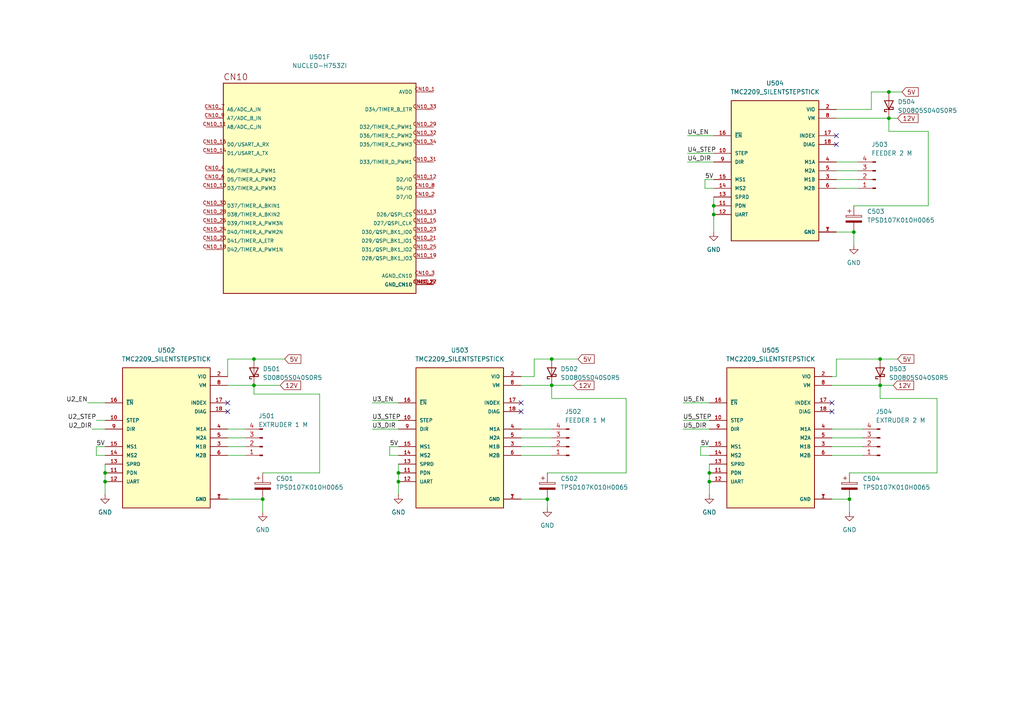
<source format=kicad_sch>
(kicad_sch
	(version 20231120)
	(generator "eeschema")
	(generator_version "8.0")
	(uuid "f8879c7d-32f7-4517-9f2e-4191b5aa5920")
	(paper "A4")
	(lib_symbols
		(symbol "Connector:Conn_01x04_Pin"
			(pin_names
				(offset 1.016) hide)
			(exclude_from_sim no)
			(in_bom yes)
			(on_board yes)
			(property "Reference" "J"
				(at 0 5.08 0)
				(effects
					(font
						(size 1.27 1.27)
					)
				)
			)
			(property "Value" "Conn_01x04_Pin"
				(at 0 -7.62 0)
				(effects
					(font
						(size 1.27 1.27)
					)
				)
			)
			(property "Footprint" ""
				(at 0 0 0)
				(effects
					(font
						(size 1.27 1.27)
					)
					(hide yes)
				)
			)
			(property "Datasheet" "~"
				(at 0 0 0)
				(effects
					(font
						(size 1.27 1.27)
					)
					(hide yes)
				)
			)
			(property "Description" "Generic connector, single row, 01x04, script generated"
				(at 0 0 0)
				(effects
					(font
						(size 1.27 1.27)
					)
					(hide yes)
				)
			)
			(property "ki_locked" ""
				(at 0 0 0)
				(effects
					(font
						(size 1.27 1.27)
					)
				)
			)
			(property "ki_keywords" "connector"
				(at 0 0 0)
				(effects
					(font
						(size 1.27 1.27)
					)
					(hide yes)
				)
			)
			(property "ki_fp_filters" "Connector*:*_1x??_*"
				(at 0 0 0)
				(effects
					(font
						(size 1.27 1.27)
					)
					(hide yes)
				)
			)
			(symbol "Conn_01x04_Pin_1_1"
				(polyline
					(pts
						(xy 1.27 -5.08) (xy 0.8636 -5.08)
					)
					(stroke
						(width 0.1524)
						(type default)
					)
					(fill
						(type none)
					)
				)
				(polyline
					(pts
						(xy 1.27 -2.54) (xy 0.8636 -2.54)
					)
					(stroke
						(width 0.1524)
						(type default)
					)
					(fill
						(type none)
					)
				)
				(polyline
					(pts
						(xy 1.27 0) (xy 0.8636 0)
					)
					(stroke
						(width 0.1524)
						(type default)
					)
					(fill
						(type none)
					)
				)
				(polyline
					(pts
						(xy 1.27 2.54) (xy 0.8636 2.54)
					)
					(stroke
						(width 0.1524)
						(type default)
					)
					(fill
						(type none)
					)
				)
				(rectangle
					(start 0.8636 -4.953)
					(end 0 -5.207)
					(stroke
						(width 0.1524)
						(type default)
					)
					(fill
						(type outline)
					)
				)
				(rectangle
					(start 0.8636 -2.413)
					(end 0 -2.667)
					(stroke
						(width 0.1524)
						(type default)
					)
					(fill
						(type outline)
					)
				)
				(rectangle
					(start 0.8636 0.127)
					(end 0 -0.127)
					(stroke
						(width 0.1524)
						(type default)
					)
					(fill
						(type outline)
					)
				)
				(rectangle
					(start 0.8636 2.667)
					(end 0 2.413)
					(stroke
						(width 0.1524)
						(type default)
					)
					(fill
						(type outline)
					)
				)
				(pin passive line
					(at 5.08 2.54 180)
					(length 3.81)
					(name "Pin_1"
						(effects
							(font
								(size 1.27 1.27)
							)
						)
					)
					(number "1"
						(effects
							(font
								(size 1.27 1.27)
							)
						)
					)
				)
				(pin passive line
					(at 5.08 0 180)
					(length 3.81)
					(name "Pin_2"
						(effects
							(font
								(size 1.27 1.27)
							)
						)
					)
					(number "2"
						(effects
							(font
								(size 1.27 1.27)
							)
						)
					)
				)
				(pin passive line
					(at 5.08 -2.54 180)
					(length 3.81)
					(name "Pin_3"
						(effects
							(font
								(size 1.27 1.27)
							)
						)
					)
					(number "3"
						(effects
							(font
								(size 1.27 1.27)
							)
						)
					)
				)
				(pin passive line
					(at 5.08 -5.08 180)
					(length 3.81)
					(name "Pin_4"
						(effects
							(font
								(size 1.27 1.27)
							)
						)
					)
					(number "4"
						(effects
							(font
								(size 1.27 1.27)
							)
						)
					)
				)
			)
		)
		(symbol "Device:C_Polarized"
			(pin_numbers hide)
			(pin_names
				(offset 0.254)
			)
			(exclude_from_sim no)
			(in_bom yes)
			(on_board yes)
			(property "Reference" "C"
				(at 0.635 2.54 0)
				(effects
					(font
						(size 1.27 1.27)
					)
					(justify left)
				)
			)
			(property "Value" "C_Polarized"
				(at 0.635 -2.54 0)
				(effects
					(font
						(size 1.27 1.27)
					)
					(justify left)
				)
			)
			(property "Footprint" ""
				(at 0.9652 -3.81 0)
				(effects
					(font
						(size 1.27 1.27)
					)
					(hide yes)
				)
			)
			(property "Datasheet" "~"
				(at 0 0 0)
				(effects
					(font
						(size 1.27 1.27)
					)
					(hide yes)
				)
			)
			(property "Description" "Polarized capacitor"
				(at 0 0 0)
				(effects
					(font
						(size 1.27 1.27)
					)
					(hide yes)
				)
			)
			(property "ki_keywords" "cap capacitor"
				(at 0 0 0)
				(effects
					(font
						(size 1.27 1.27)
					)
					(hide yes)
				)
			)
			(property "ki_fp_filters" "CP_*"
				(at 0 0 0)
				(effects
					(font
						(size 1.27 1.27)
					)
					(hide yes)
				)
			)
			(symbol "C_Polarized_0_1"
				(rectangle
					(start -2.286 0.508)
					(end 2.286 1.016)
					(stroke
						(width 0)
						(type default)
					)
					(fill
						(type none)
					)
				)
				(polyline
					(pts
						(xy -1.778 2.286) (xy -0.762 2.286)
					)
					(stroke
						(width 0)
						(type default)
					)
					(fill
						(type none)
					)
				)
				(polyline
					(pts
						(xy -1.27 2.794) (xy -1.27 1.778)
					)
					(stroke
						(width 0)
						(type default)
					)
					(fill
						(type none)
					)
				)
				(rectangle
					(start 2.286 -0.508)
					(end -2.286 -1.016)
					(stroke
						(width 0)
						(type default)
					)
					(fill
						(type outline)
					)
				)
			)
			(symbol "C_Polarized_1_1"
				(pin passive line
					(at 0 3.81 270)
					(length 2.794)
					(name "~"
						(effects
							(font
								(size 1.27 1.27)
							)
						)
					)
					(number "1"
						(effects
							(font
								(size 1.27 1.27)
							)
						)
					)
				)
				(pin passive line
					(at 0 -3.81 90)
					(length 2.794)
					(name "~"
						(effects
							(font
								(size 1.27 1.27)
							)
						)
					)
					(number "2"
						(effects
							(font
								(size 1.27 1.27)
							)
						)
					)
				)
			)
		)
		(symbol "Device:D_Schottky"
			(pin_numbers hide)
			(pin_names
				(offset 1.016) hide)
			(exclude_from_sim no)
			(in_bom yes)
			(on_board yes)
			(property "Reference" "D"
				(at 0 2.54 0)
				(effects
					(font
						(size 1.27 1.27)
					)
				)
			)
			(property "Value" "D_Schottky"
				(at 0 -2.54 0)
				(effects
					(font
						(size 1.27 1.27)
					)
				)
			)
			(property "Footprint" ""
				(at 0 0 0)
				(effects
					(font
						(size 1.27 1.27)
					)
					(hide yes)
				)
			)
			(property "Datasheet" "~"
				(at 0 0 0)
				(effects
					(font
						(size 1.27 1.27)
					)
					(hide yes)
				)
			)
			(property "Description" "Schottky diode"
				(at 0 0 0)
				(effects
					(font
						(size 1.27 1.27)
					)
					(hide yes)
				)
			)
			(property "ki_keywords" "diode Schottky"
				(at 0 0 0)
				(effects
					(font
						(size 1.27 1.27)
					)
					(hide yes)
				)
			)
			(property "ki_fp_filters" "TO-???* *_Diode_* *SingleDiode* D_*"
				(at 0 0 0)
				(effects
					(font
						(size 1.27 1.27)
					)
					(hide yes)
				)
			)
			(symbol "D_Schottky_0_1"
				(polyline
					(pts
						(xy 1.27 0) (xy -1.27 0)
					)
					(stroke
						(width 0)
						(type default)
					)
					(fill
						(type none)
					)
				)
				(polyline
					(pts
						(xy 1.27 1.27) (xy 1.27 -1.27) (xy -1.27 0) (xy 1.27 1.27)
					)
					(stroke
						(width 0.254)
						(type default)
					)
					(fill
						(type none)
					)
				)
				(polyline
					(pts
						(xy -1.905 0.635) (xy -1.905 1.27) (xy -1.27 1.27) (xy -1.27 -1.27) (xy -0.635 -1.27) (xy -0.635 -0.635)
					)
					(stroke
						(width 0.254)
						(type default)
					)
					(fill
						(type none)
					)
				)
			)
			(symbol "D_Schottky_1_1"
				(pin passive line
					(at -3.81 0 0)
					(length 2.54)
					(name "K"
						(effects
							(font
								(size 1.27 1.27)
							)
						)
					)
					(number "1"
						(effects
							(font
								(size 1.27 1.27)
							)
						)
					)
				)
				(pin passive line
					(at 3.81 0 180)
					(length 2.54)
					(name "A"
						(effects
							(font
								(size 1.27 1.27)
							)
						)
					)
					(number "2"
						(effects
							(font
								(size 1.27 1.27)
							)
						)
					)
				)
			)
		)
		(symbol "NUCLEO-H753ZI:NUCLEO-H753ZI"
			(pin_names
				(offset 1.016)
			)
			(exclude_from_sim no)
			(in_bom yes)
			(on_board yes)
			(property "Reference" "U"
				(at -12.7 57.15 0)
				(effects
					(font
						(size 1.27 1.27)
					)
					(justify left bottom)
				)
			)
			(property "Value" "NUCLEO-H753ZI"
				(at -12.7 -54.61 0)
				(effects
					(font
						(size 1.27 1.27)
					)
					(justify left top)
				)
			)
			(property "Footprint" "NUCLEO-H753ZI:MODULE_NUCLEO-H753ZI"
				(at 0 0 0)
				(effects
					(font
						(size 1.27 1.27)
					)
					(justify bottom)
					(hide yes)
				)
			)
			(property "Datasheet" ""
				(at 0 0 0)
				(effects
					(font
						(size 1.27 1.27)
					)
					(hide yes)
				)
			)
			(property "Description" ""
				(at 0 0 0)
				(effects
					(font
						(size 1.27 1.27)
					)
					(hide yes)
				)
			)
			(property "MF" "STMicroelectronics"
				(at 0 0 0)
				(effects
					(font
						(size 1.27 1.27)
					)
					(justify bottom)
					(hide yes)
				)
			)
			(property "Description_1" "\n                        \n                            STM32H753ZI Nucleo-144 STM32H7 ARM® Cortex®-M7 MCU 32-Bit Embedded Evaluation Board\n                        \n"
				(at 0 0 0)
				(effects
					(font
						(size 1.27 1.27)
					)
					(justify bottom)
					(hide yes)
				)
			)
			(property "Package" "None"
				(at 0 0 0)
				(effects
					(font
						(size 1.27 1.27)
					)
					(justify bottom)
					(hide yes)
				)
			)
			(property "Price" "None"
				(at 0 0 0)
				(effects
					(font
						(size 1.27 1.27)
					)
					(justify bottom)
					(hide yes)
				)
			)
			(property "Check_prices" "https://www.snapeda.com/parts/NUCLEO-H753ZI/STMicroelectronics/view-part/?ref=eda"
				(at 0 0 0)
				(effects
					(font
						(size 1.27 1.27)
					)
					(justify bottom)
					(hide yes)
				)
			)
			(property "STANDARD" "Manufacturer Recommendations"
				(at 0 0 0)
				(effects
					(font
						(size 1.27 1.27)
					)
					(justify bottom)
					(hide yes)
				)
			)
			(property "PARTREV" "Rev. 2"
				(at 0 0 0)
				(effects
					(font
						(size 1.27 1.27)
					)
					(justify bottom)
					(hide yes)
				)
			)
			(property "SnapEDA_Link" "https://www.snapeda.com/parts/NUCLEO-H753ZI/STMicroelectronics/view-part/?ref=snap"
				(at 0 0 0)
				(effects
					(font
						(size 1.27 1.27)
					)
					(justify bottom)
					(hide yes)
				)
			)
			(property "MP" "NUCLEO-H753ZI"
				(at 0 0 0)
				(effects
					(font
						(size 1.27 1.27)
					)
					(justify bottom)
					(hide yes)
				)
			)
			(property "Availability" "In Stock"
				(at 0 0 0)
				(effects
					(font
						(size 1.27 1.27)
					)
					(justify bottom)
					(hide yes)
				)
			)
			(property "MANUFACTURER" "STMicroelectronics"
				(at 0 0 0)
				(effects
					(font
						(size 1.27 1.27)
					)
					(justify bottom)
					(hide yes)
				)
			)
			(symbol "NUCLEO-H753ZI_1_0"
				(rectangle
					(start -12.7 -53.34)
					(end 12.7 53.34)
					(stroke
						(width 0.254)
						(type default)
					)
					(fill
						(type background)
					)
				)
				(text "CN11"
					(at -12.7 54.102 0)
					(effects
						(font
							(size 1.778 1.778)
						)
						(justify left bottom)
					)
				)
				(pin bidirectional line
					(at -17.78 -7.62 0)
					(length 5.08)
					(name "PC10"
						(effects
							(font
								(size 1.016 1.016)
							)
						)
					)
					(number "CN11_1"
						(effects
							(font
								(size 1.016 1.016)
							)
						)
					)
				)
				(pin no_connect line
					(at 17.78 -45.72 180)
					(length 5.08)
					(name "NC"
						(effects
							(font
								(size 1.016 1.016)
							)
						)
					)
					(number "CN11_10"
						(effects
							(font
								(size 1.016 1.016)
							)
						)
					)
				)
				(pin bidirectional line
					(at 17.78 0 180)
					(length 5.08)
					(name "PF7"
						(effects
							(font
								(size 1.016 1.016)
							)
						)
					)
					(number "CN11_11"
						(effects
							(font
								(size 1.016 1.016)
							)
						)
					)
				)
				(pin bidirectional line
					(at 17.78 33.02 180)
					(length 5.08)
					(name "IOREF"
						(effects
							(font
								(size 1.016 1.016)
							)
						)
					)
					(number "CN11_12"
						(effects
							(font
								(size 1.016 1.016)
							)
						)
					)
				)
				(pin bidirectional line
					(at -17.78 20.32 0)
					(length 5.08)
					(name "PA13"
						(effects
							(font
								(size 1.016 1.016)
							)
						)
					)
					(number "CN11_13"
						(effects
							(font
								(size 1.016 1.016)
							)
						)
					)
				)
				(pin input line
					(at -17.78 33.02 0)
					(length 5.08)
					(name "NRST"
						(effects
							(font
								(size 1.016 1.016)
							)
						)
					)
					(number "CN11_14"
						(effects
							(font
								(size 1.016 1.016)
							)
						)
					)
				)
				(pin bidirectional line
					(at -17.78 17.78 0)
					(length 5.08)
					(name "PA14"
						(effects
							(font
								(size 1.016 1.016)
							)
						)
					)
					(number "CN11_15"
						(effects
							(font
								(size 1.016 1.016)
							)
						)
					)
				)
				(pin power_in line
					(at 17.78 50.8 180)
					(length 5.08)
					(name "3V3"
						(effects
							(font
								(size 1.016 1.016)
							)
						)
					)
					(number "CN11_16"
						(effects
							(font
								(size 1.016 1.016)
							)
						)
					)
				)
				(pin bidirectional line
					(at -17.78 15.24 0)
					(length 5.08)
					(name "PA15"
						(effects
							(font
								(size 1.016 1.016)
							)
						)
					)
					(number "CN11_17"
						(effects
							(font
								(size 1.016 1.016)
							)
						)
					)
				)
				(pin power_in line
					(at 17.78 48.26 180)
					(length 5.08)
					(name "5V"
						(effects
							(font
								(size 1.016 1.016)
							)
						)
					)
					(number "CN11_18"
						(effects
							(font
								(size 1.016 1.016)
							)
						)
					)
				)
				(pin power_in line
					(at 17.78 -50.8 180)
					(length 5.08)
					(name "GND_CN11"
						(effects
							(font
								(size 1.016 1.016)
							)
						)
					)
					(number "CN11_19"
						(effects
							(font
								(size 1.016 1.016)
							)
						)
					)
				)
				(pin bidirectional line
					(at -17.78 -10.16 0)
					(length 5.08)
					(name "PC11"
						(effects
							(font
								(size 1.016 1.016)
							)
						)
					)
					(number "CN11_2"
						(effects
							(font
								(size 1.016 1.016)
							)
						)
					)
				)
				(pin power_in line
					(at 17.78 -50.8 180)
					(length 5.08)
					(name "GND_CN11"
						(effects
							(font
								(size 1.016 1.016)
							)
						)
					)
					(number "CN11_20"
						(effects
							(font
								(size 1.016 1.016)
							)
						)
					)
				)
				(pin bidirectional line
					(at -17.78 7.62 0)
					(length 5.08)
					(name "PB7"
						(effects
							(font
								(size 1.016 1.016)
							)
						)
					)
					(number "CN11_21"
						(effects
							(font
								(size 1.016 1.016)
							)
						)
					)
				)
				(pin power_in line
					(at 17.78 -50.8 180)
					(length 5.08)
					(name "GND_CN11"
						(effects
							(font
								(size 1.016 1.016)
							)
						)
					)
					(number "CN11_22"
						(effects
							(font
								(size 1.016 1.016)
							)
						)
					)
				)
				(pin bidirectional line
					(at -17.78 -15.24 0)
					(length 5.08)
					(name "PC13"
						(effects
							(font
								(size 1.016 1.016)
							)
						)
					)
					(number "CN11_23"
						(effects
							(font
								(size 1.016 1.016)
							)
						)
					)
				)
				(pin power_in line
					(at 17.78 38.1 180)
					(length 5.08)
					(name "VIN"
						(effects
							(font
								(size 1.016 1.016)
							)
						)
					)
					(number "CN11_24"
						(effects
							(font
								(size 1.016 1.016)
							)
						)
					)
				)
				(pin bidirectional line
					(at -17.78 -17.78 0)
					(length 5.08)
					(name "PC14"
						(effects
							(font
								(size 1.016 1.016)
							)
						)
					)
					(number "CN11_25"
						(effects
							(font
								(size 1.016 1.016)
							)
						)
					)
				)
				(pin no_connect line
					(at 17.78 -45.72 180)
					(length 5.08)
					(name "NC"
						(effects
							(font
								(size 1.016 1.016)
							)
						)
					)
					(number "CN11_26"
						(effects
							(font
								(size 1.016 1.016)
							)
						)
					)
				)
				(pin bidirectional line
					(at -17.78 -20.32 0)
					(length 5.08)
					(name "PC15"
						(effects
							(font
								(size 1.016 1.016)
							)
						)
					)
					(number "CN11_27"
						(effects
							(font
								(size 1.016 1.016)
							)
						)
					)
				)
				(pin bidirectional line
					(at -17.78 27.94 0)
					(length 5.08)
					(name "PA0"
						(effects
							(font
								(size 1.016 1.016)
							)
						)
					)
					(number "CN11_28"
						(effects
							(font
								(size 1.016 1.016)
							)
						)
					)
				)
				(pin bidirectional line
					(at 17.78 -38.1 180)
					(length 5.08)
					(name "PH0"
						(effects
							(font
								(size 1.016 1.016)
							)
						)
					)
					(number "CN11_29"
						(effects
							(font
								(size 1.016 1.016)
							)
						)
					)
				)
				(pin bidirectional line
					(at -17.78 -12.7 0)
					(length 5.08)
					(name "PC12"
						(effects
							(font
								(size 1.016 1.016)
							)
						)
					)
					(number "CN11_3"
						(effects
							(font
								(size 1.016 1.016)
							)
						)
					)
				)
				(pin bidirectional line
					(at -17.78 25.4 0)
					(length 5.08)
					(name "PA1"
						(effects
							(font
								(size 1.016 1.016)
							)
						)
					)
					(number "CN11_30"
						(effects
							(font
								(size 1.016 1.016)
							)
						)
					)
				)
				(pin bidirectional line
					(at 17.78 -40.64 180)
					(length 5.08)
					(name "PH1"
						(effects
							(font
								(size 1.016 1.016)
							)
						)
					)
					(number "CN11_31"
						(effects
							(font
								(size 1.016 1.016)
							)
						)
					)
				)
				(pin bidirectional line
					(at -17.78 22.86 0)
					(length 5.08)
					(name "PA4"
						(effects
							(font
								(size 1.016 1.016)
							)
						)
					)
					(number "CN11_32"
						(effects
							(font
								(size 1.016 1.016)
							)
						)
					)
				)
				(pin power_in line
					(at 17.78 43.18 180)
					(length 5.08)
					(name "VBAT"
						(effects
							(font
								(size 1.016 1.016)
							)
						)
					)
					(number "CN11_33"
						(effects
							(font
								(size 1.016 1.016)
							)
						)
					)
				)
				(pin bidirectional line
					(at -17.78 10.16 0)
					(length 5.08)
					(name "PB0"
						(effects
							(font
								(size 1.016 1.016)
							)
						)
					)
					(number "CN11_34"
						(effects
							(font
								(size 1.016 1.016)
							)
						)
					)
				)
				(pin bidirectional line
					(at -17.78 -2.54 0)
					(length 5.08)
					(name "PC2"
						(effects
							(font
								(size 1.016 1.016)
							)
						)
					)
					(number "CN11_35"
						(effects
							(font
								(size 1.016 1.016)
							)
						)
					)
				)
				(pin bidirectional line
					(at -17.78 0 0)
					(length 5.08)
					(name "PC1"
						(effects
							(font
								(size 1.016 1.016)
							)
						)
					)
					(number "CN11_36"
						(effects
							(font
								(size 1.016 1.016)
							)
						)
					)
				)
				(pin bidirectional line
					(at -17.78 -5.08 0)
					(length 5.08)
					(name "PC3"
						(effects
							(font
								(size 1.016 1.016)
							)
						)
					)
					(number "CN11_37"
						(effects
							(font
								(size 1.016 1.016)
							)
						)
					)
				)
				(pin bidirectional line
					(at -17.78 2.54 0)
					(length 5.08)
					(name "PC0"
						(effects
							(font
								(size 1.016 1.016)
							)
						)
					)
					(number "CN11_38"
						(effects
							(font
								(size 1.016 1.016)
							)
						)
					)
				)
				(pin bidirectional line
					(at -17.78 -35.56 0)
					(length 5.08)
					(name "PD4"
						(effects
							(font
								(size 1.016 1.016)
							)
						)
					)
					(number "CN11_39"
						(effects
							(font
								(size 1.016 1.016)
							)
						)
					)
				)
				(pin bidirectional line
					(at -17.78 -30.48 0)
					(length 5.08)
					(name "PD2"
						(effects
							(font
								(size 1.016 1.016)
							)
						)
					)
					(number "CN11_4"
						(effects
							(font
								(size 1.016 1.016)
							)
						)
					)
				)
				(pin bidirectional line
					(at -17.78 -33.02 0)
					(length 5.08)
					(name "PD3"
						(effects
							(font
								(size 1.016 1.016)
							)
						)
					)
					(number "CN11_40"
						(effects
							(font
								(size 1.016 1.016)
							)
						)
					)
				)
				(pin bidirectional line
					(at -17.78 -38.1 0)
					(length 5.08)
					(name "PD5"
						(effects
							(font
								(size 1.016 1.016)
							)
						)
					)
					(number "CN11_41"
						(effects
							(font
								(size 1.016 1.016)
							)
						)
					)
				)
				(pin bidirectional line
					(at 17.78 -15.24 180)
					(length 5.08)
					(name "PG2"
						(effects
							(font
								(size 1.016 1.016)
							)
						)
					)
					(number "CN11_42"
						(effects
							(font
								(size 1.016 1.016)
							)
						)
					)
				)
				(pin bidirectional line
					(at -17.78 -40.64 0)
					(length 5.08)
					(name "PD6"
						(effects
							(font
								(size 1.016 1.016)
							)
						)
					)
					(number "CN11_43"
						(effects
							(font
								(size 1.016 1.016)
							)
						)
					)
				)
				(pin bidirectional line
					(at 17.78 -17.78 180)
					(length 5.08)
					(name "PG3"
						(effects
							(font
								(size 1.016 1.016)
							)
						)
					)
					(number "CN11_44"
						(effects
							(font
								(size 1.016 1.016)
							)
						)
					)
				)
				(pin bidirectional line
					(at -17.78 -43.18 0)
					(length 5.08)
					(name "PD7"
						(effects
							(font
								(size 1.016 1.016)
							)
						)
					)
					(number "CN11_45"
						(effects
							(font
								(size 1.016 1.016)
							)
						)
					)
				)
				(pin bidirectional line
					(at 17.78 25.4 180)
					(length 5.08)
					(name "PE2"
						(effects
							(font
								(size 1.016 1.016)
							)
						)
					)
					(number "CN11_46"
						(effects
							(font
								(size 1.016 1.016)
							)
						)
					)
				)
				(pin bidirectional line
					(at 17.78 22.86 180)
					(length 5.08)
					(name "PE3"
						(effects
							(font
								(size 1.016 1.016)
							)
						)
					)
					(number "CN11_47"
						(effects
							(font
								(size 1.016 1.016)
							)
						)
					)
				)
				(pin bidirectional line
					(at 17.78 20.32 180)
					(length 5.08)
					(name "PE4"
						(effects
							(font
								(size 1.016 1.016)
							)
						)
					)
					(number "CN11_48"
						(effects
							(font
								(size 1.016 1.016)
							)
						)
					)
				)
				(pin power_in line
					(at 17.78 -50.8 180)
					(length 5.08)
					(name "GND_CN11"
						(effects
							(font
								(size 1.016 1.016)
							)
						)
					)
					(number "CN11_49"
						(effects
							(font
								(size 1.016 1.016)
							)
						)
					)
				)
				(pin power_in line
					(at 17.78 40.64 180)
					(length 5.08)
					(name "3V3_VDD"
						(effects
							(font
								(size 1.016 1.016)
							)
						)
					)
					(number "CN11_5"
						(effects
							(font
								(size 1.016 1.016)
							)
						)
					)
				)
				(pin bidirectional line
					(at 17.78 17.78 180)
					(length 5.08)
					(name "PE5"
						(effects
							(font
								(size 1.016 1.016)
							)
						)
					)
					(number "CN11_50"
						(effects
							(font
								(size 1.016 1.016)
							)
						)
					)
				)
				(pin bidirectional line
					(at 17.78 7.62 180)
					(length 5.08)
					(name "PF1"
						(effects
							(font
								(size 1.016 1.016)
							)
						)
					)
					(number "CN11_51"
						(effects
							(font
								(size 1.016 1.016)
							)
						)
					)
				)
				(pin bidirectional line
					(at 17.78 5.08 180)
					(length 5.08)
					(name "PF2"
						(effects
							(font
								(size 1.016 1.016)
							)
						)
					)
					(number "CN11_52"
						(effects
							(font
								(size 1.016 1.016)
							)
						)
					)
				)
				(pin bidirectional line
					(at 17.78 10.16 180)
					(length 5.08)
					(name "PF0"
						(effects
							(font
								(size 1.016 1.016)
							)
						)
					)
					(number "CN11_53"
						(effects
							(font
								(size 1.016 1.016)
							)
						)
					)
				)
				(pin bidirectional line
					(at 17.78 -2.54 180)
					(length 5.08)
					(name "PF8"
						(effects
							(font
								(size 1.016 1.016)
							)
						)
					)
					(number "CN11_54"
						(effects
							(font
								(size 1.016 1.016)
							)
						)
					)
				)
				(pin bidirectional line
					(at -17.78 -27.94 0)
					(length 5.08)
					(name "PD1"
						(effects
							(font
								(size 1.016 1.016)
							)
						)
					)
					(number "CN11_55"
						(effects
							(font
								(size 1.016 1.016)
							)
						)
					)
				)
				(pin bidirectional line
					(at 17.78 -5.08 180)
					(length 5.08)
					(name "PF9"
						(effects
							(font
								(size 1.016 1.016)
							)
						)
					)
					(number "CN11_56"
						(effects
							(font
								(size 1.016 1.016)
							)
						)
					)
				)
				(pin bidirectional line
					(at -17.78 -25.4 0)
					(length 5.08)
					(name "PD0"
						(effects
							(font
								(size 1.016 1.016)
							)
						)
					)
					(number "CN11_57"
						(effects
							(font
								(size 1.016 1.016)
							)
						)
					)
				)
				(pin bidirectional line
					(at 17.78 -12.7 180)
					(length 5.08)
					(name "PG1"
						(effects
							(font
								(size 1.016 1.016)
							)
						)
					)
					(number "CN11_58"
						(effects
							(font
								(size 1.016 1.016)
							)
						)
					)
				)
				(pin bidirectional line
					(at 17.78 -10.16 180)
					(length 5.08)
					(name "PG0"
						(effects
							(font
								(size 1.016 1.016)
							)
						)
					)
					(number "CN11_59"
						(effects
							(font
								(size 1.016 1.016)
							)
						)
					)
				)
				(pin power_in line
					(at 17.78 45.72 180)
					(length 5.08)
					(name "5V_EXT"
						(effects
							(font
								(size 1.016 1.016)
							)
						)
					)
					(number "CN11_6"
						(effects
							(font
								(size 1.016 1.016)
							)
						)
					)
				)
				(pin power_in line
					(at 17.78 -50.8 180)
					(length 5.08)
					(name "GND_CN11"
						(effects
							(font
								(size 1.016 1.016)
							)
						)
					)
					(number "CN11_60"
						(effects
							(font
								(size 1.016 1.016)
							)
						)
					)
				)
				(pin bidirectional line
					(at 17.78 27.94 180)
					(length 5.08)
					(name "PE1"
						(effects
							(font
								(size 1.016 1.016)
							)
						)
					)
					(number "CN11_61"
						(effects
							(font
								(size 1.016 1.016)
							)
						)
					)
				)
				(pin bidirectional line
					(at 17.78 15.24 180)
					(length 5.08)
					(name "PE6"
						(effects
							(font
								(size 1.016 1.016)
							)
						)
					)
					(number "CN11_62"
						(effects
							(font
								(size 1.016 1.016)
							)
						)
					)
				)
				(pin bidirectional line
					(at 17.78 -20.32 180)
					(length 5.08)
					(name "PG9"
						(effects
							(font
								(size 1.016 1.016)
							)
						)
					)
					(number "CN11_63"
						(effects
							(font
								(size 1.016 1.016)
							)
						)
					)
				)
				(pin bidirectional line
					(at 17.78 -33.02 180)
					(length 5.08)
					(name "PG15"
						(effects
							(font
								(size 1.016 1.016)
							)
						)
					)
					(number "CN11_64"
						(effects
							(font
								(size 1.016 1.016)
							)
						)
					)
				)
				(pin bidirectional line
					(at 17.78 -27.94 180)
					(length 5.08)
					(name "PG12"
						(effects
							(font
								(size 1.016 1.016)
							)
						)
					)
					(number "CN11_65"
						(effects
							(font
								(size 1.016 1.016)
							)
						)
					)
				)
				(pin bidirectional line
					(at 17.78 -22.86 180)
					(length 5.08)
					(name "PG10"
						(effects
							(font
								(size 1.016 1.016)
							)
						)
					)
					(number "CN11_66"
						(effects
							(font
								(size 1.016 1.016)
							)
						)
					)
				)
				(pin no_connect line
					(at 17.78 -45.72 180)
					(length 5.08)
					(name "NC"
						(effects
							(font
								(size 1.016 1.016)
							)
						)
					)
					(number "CN11_67"
						(effects
							(font
								(size 1.016 1.016)
							)
						)
					)
				)
				(pin bidirectional line
					(at 17.78 -30.48 180)
					(length 5.08)
					(name "PG13"
						(effects
							(font
								(size 1.016 1.016)
							)
						)
					)
					(number "CN11_68"
						(effects
							(font
								(size 1.016 1.016)
							)
						)
					)
				)
				(pin bidirectional line
					(at -17.78 -45.72 0)
					(length 5.08)
					(name "PD9"
						(effects
							(font
								(size 1.016 1.016)
							)
						)
					)
					(number "CN11_69"
						(effects
							(font
								(size 1.016 1.016)
							)
						)
					)
				)
				(pin input line
					(at -17.78 35.56 0)
					(length 5.08)
					(name "BOOT0"
						(effects
							(font
								(size 1.016 1.016)
							)
						)
					)
					(number "CN11_7"
						(effects
							(font
								(size 1.016 1.016)
							)
						)
					)
				)
				(pin bidirectional line
					(at 17.78 -25.4 180)
					(length 5.08)
					(name "PG11"
						(effects
							(font
								(size 1.016 1.016)
							)
						)
					)
					(number "CN11_70"
						(effects
							(font
								(size 1.016 1.016)
							)
						)
					)
				)
				(pin power_in line
					(at 17.78 -50.8 180)
					(length 5.08)
					(name "GND_CN11"
						(effects
							(font
								(size 1.016 1.016)
							)
						)
					)
					(number "CN11_71"
						(effects
							(font
								(size 1.016 1.016)
							)
						)
					)
				)
				(pin power_in line
					(at 17.78 -50.8 180)
					(length 5.08)
					(name "GND_CN11"
						(effects
							(font
								(size 1.016 1.016)
							)
						)
					)
					(number "CN11_72"
						(effects
							(font
								(size 1.016 1.016)
							)
						)
					)
				)
				(pin power_in line
					(at 17.78 -50.8 180)
					(length 5.08)
					(name "GND_CN11"
						(effects
							(font
								(size 1.016 1.016)
							)
						)
					)
					(number "CN11_8"
						(effects
							(font
								(size 1.016 1.016)
							)
						)
					)
				)
				(pin bidirectional line
					(at 17.78 2.54 180)
					(length 5.08)
					(name "PF6"
						(effects
							(font
								(size 1.016 1.016)
							)
						)
					)
					(number "CN11_9"
						(effects
							(font
								(size 1.016 1.016)
							)
						)
					)
				)
			)
			(symbol "NUCLEO-H753ZI_2_0"
				(rectangle
					(start -12.7 -53.34)
					(end 12.7 53.34)
					(stroke
						(width 0.254)
						(type default)
					)
					(fill
						(type background)
					)
				)
				(text "CN12"
					(at -12.7 54.102 0)
					(effects
						(font
							(size 1.778 1.778)
						)
						(justify left bottom)
					)
				)
				(pin bidirectional line
					(at -17.78 -35.56 0)
					(length 5.08)
					(name "PC9"
						(effects
							(font
								(size 1.016 1.016)
							)
						)
					)
					(number "CN12_1"
						(effects
							(font
								(size 1.016 1.016)
							)
						)
					)
				)
				(pin bidirectional line
					(at 17.78 43.18 180)
					(length 5.08)
					(name "PD8"
						(effects
							(font
								(size 1.016 1.016)
							)
						)
					)
					(number "CN12_10"
						(effects
							(font
								(size 1.016 1.016)
							)
						)
					)
				)
				(pin bidirectional line
					(at -17.78 38.1 0)
					(length 5.08)
					(name "PA5"
						(effects
							(font
								(size 1.016 1.016)
							)
						)
					)
					(number "CN12_11"
						(effects
							(font
								(size 1.016 1.016)
							)
						)
					)
				)
				(pin bidirectional line
					(at -17.78 20.32 0)
					(length 5.08)
					(name "PA12"
						(effects
							(font
								(size 1.016 1.016)
							)
						)
					)
					(number "CN12_12"
						(effects
							(font
								(size 1.016 1.016)
							)
						)
					)
				)
				(pin bidirectional line
					(at -17.78 35.56 0)
					(length 5.08)
					(name "PA6"
						(effects
							(font
								(size 1.016 1.016)
							)
						)
					)
					(number "CN12_13"
						(effects
							(font
								(size 1.016 1.016)
							)
						)
					)
				)
				(pin bidirectional line
					(at -17.78 22.86 0)
					(length 5.08)
					(name "PA11"
						(effects
							(font
								(size 1.016 1.016)
							)
						)
					)
					(number "CN12_14"
						(effects
							(font
								(size 1.016 1.016)
							)
						)
					)
				)
				(pin bidirectional line
					(at -17.78 33.02 0)
					(length 5.08)
					(name "PA7"
						(effects
							(font
								(size 1.016 1.016)
							)
						)
					)
					(number "CN12_15"
						(effects
							(font
								(size 1.016 1.016)
							)
						)
					)
				)
				(pin bidirectional line
					(at -17.78 -10.16 0)
					(length 5.08)
					(name "PB12"
						(effects
							(font
								(size 1.016 1.016)
							)
						)
					)
					(number "CN12_16"
						(effects
							(font
								(size 1.016 1.016)
							)
						)
					)
				)
				(pin bidirectional line
					(at -17.78 2.54 0)
					(length 5.08)
					(name "PB6"
						(effects
							(font
								(size 1.016 1.016)
							)
						)
					)
					(number "CN12_17"
						(effects
							(font
								(size 1.016 1.016)
							)
						)
					)
				)
				(pin bidirectional line
					(at -17.78 -7.62 0)
					(length 5.08)
					(name "PB11"
						(effects
							(font
								(size 1.016 1.016)
							)
						)
					)
					(number "CN12_18"
						(effects
							(font
								(size 1.016 1.016)
							)
						)
					)
				)
				(pin bidirectional line
					(at -17.78 -30.48 0)
					(length 5.08)
					(name "PC7"
						(effects
							(font
								(size 1.016 1.016)
							)
						)
					)
					(number "CN12_19"
						(effects
							(font
								(size 1.016 1.016)
							)
						)
					)
				)
				(pin bidirectional line
					(at -17.78 -33.02 0)
					(length 5.08)
					(name "PC8"
						(effects
							(font
								(size 1.016 1.016)
							)
						)
					)
					(number "CN12_2"
						(effects
							(font
								(size 1.016 1.016)
							)
						)
					)
				)
				(pin power_in line
					(at 17.78 -50.8 180)
					(length 5.08)
					(name "GND_CN12"
						(effects
							(font
								(size 1.016 1.016)
							)
						)
					)
					(number "CN12_20"
						(effects
							(font
								(size 1.016 1.016)
							)
						)
					)
				)
				(pin bidirectional line
					(at -17.78 27.94 0)
					(length 5.08)
					(name "PA9"
						(effects
							(font
								(size 1.016 1.016)
							)
						)
					)
					(number "CN12_21"
						(effects
							(font
								(size 1.016 1.016)
							)
						)
					)
				)
				(pin bidirectional line
					(at -17.78 12.7 0)
					(length 5.08)
					(name "PB2"
						(effects
							(font
								(size 1.016 1.016)
							)
						)
					)
					(number "CN12_22"
						(effects
							(font
								(size 1.016 1.016)
							)
						)
					)
				)
				(pin bidirectional line
					(at -17.78 30.48 0)
					(length 5.08)
					(name "PA8"
						(effects
							(font
								(size 1.016 1.016)
							)
						)
					)
					(number "CN12_23"
						(effects
							(font
								(size 1.016 1.016)
							)
						)
					)
				)
				(pin bidirectional line
					(at -17.78 15.24 0)
					(length 5.08)
					(name "PB1"
						(effects
							(font
								(size 1.016 1.016)
							)
						)
					)
					(number "CN12_24"
						(effects
							(font
								(size 1.016 1.016)
							)
						)
					)
				)
				(pin bidirectional line
					(at -17.78 -5.08 0)
					(length 5.08)
					(name "PB10"
						(effects
							(font
								(size 1.016 1.016)
							)
						)
					)
					(number "CN12_25"
						(effects
							(font
								(size 1.016 1.016)
							)
						)
					)
				)
				(pin bidirectional line
					(at -17.78 -17.78 0)
					(length 5.08)
					(name "PB15"
						(effects
							(font
								(size 1.016 1.016)
							)
						)
					)
					(number "CN12_26"
						(effects
							(font
								(size 1.016 1.016)
							)
						)
					)
				)
				(pin bidirectional line
					(at -17.78 7.62 0)
					(length 5.08)
					(name "PB4"
						(effects
							(font
								(size 1.016 1.016)
							)
						)
					)
					(number "CN12_27"
						(effects
							(font
								(size 1.016 1.016)
							)
						)
					)
				)
				(pin bidirectional line
					(at -17.78 -15.24 0)
					(length 5.08)
					(name "PB14"
						(effects
							(font
								(size 1.016 1.016)
							)
						)
					)
					(number "CN12_28"
						(effects
							(font
								(size 1.016 1.016)
							)
						)
					)
				)
				(pin bidirectional line
					(at -17.78 5.08 0)
					(length 5.08)
					(name "PB5"
						(effects
							(font
								(size 1.016 1.016)
							)
						)
					)
					(number "CN12_29"
						(effects
							(font
								(size 1.016 1.016)
							)
						)
					)
				)
				(pin bidirectional line
					(at -17.78 0 0)
					(length 5.08)
					(name "PB8"
						(effects
							(font
								(size 1.016 1.016)
							)
						)
					)
					(number "CN12_3"
						(effects
							(font
								(size 1.016 1.016)
							)
						)
					)
				)
				(pin bidirectional line
					(at -17.78 -12.7 0)
					(length 5.08)
					(name "PB13"
						(effects
							(font
								(size 1.016 1.016)
							)
						)
					)
					(number "CN12_30"
						(effects
							(font
								(size 1.016 1.016)
							)
						)
					)
				)
				(pin bidirectional line
					(at -17.78 10.16 0)
					(length 5.08)
					(name "PB3"
						(effects
							(font
								(size 1.016 1.016)
							)
						)
					)
					(number "CN12_31"
						(effects
							(font
								(size 1.016 1.016)
							)
						)
					)
				)
				(pin power_in line
					(at 17.78 -48.26 180)
					(length 5.08)
					(name "AGND_CN12"
						(effects
							(font
								(size 1.016 1.016)
							)
						)
					)
					(number "CN12_32"
						(effects
							(font
								(size 1.016 1.016)
							)
						)
					)
				)
				(pin bidirectional line
					(at -17.78 25.4 0)
					(length 5.08)
					(name "PA10"
						(effects
							(font
								(size 1.016 1.016)
							)
						)
					)
					(number "CN12_33"
						(effects
							(font
								(size 1.016 1.016)
							)
						)
					)
				)
				(pin bidirectional line
					(at -17.78 -22.86 0)
					(length 5.08)
					(name "PC4"
						(effects
							(font
								(size 1.016 1.016)
							)
						)
					)
					(number "CN12_34"
						(effects
							(font
								(size 1.016 1.016)
							)
						)
					)
				)
				(pin bidirectional line
					(at -17.78 43.18 0)
					(length 5.08)
					(name "PA2"
						(effects
							(font
								(size 1.016 1.016)
							)
						)
					)
					(number "CN12_35"
						(effects
							(font
								(size 1.016 1.016)
							)
						)
					)
				)
				(pin bidirectional line
					(at 17.78 -10.16 180)
					(length 5.08)
					(name "PF5"
						(effects
							(font
								(size 1.016 1.016)
							)
						)
					)
					(number "CN12_36"
						(effects
							(font
								(size 1.016 1.016)
							)
						)
					)
				)
				(pin bidirectional line
					(at -17.78 40.64 0)
					(length 5.08)
					(name "PA3"
						(effects
							(font
								(size 1.016 1.016)
							)
						)
					)
					(number "CN12_37"
						(effects
							(font
								(size 1.016 1.016)
							)
						)
					)
				)
				(pin bidirectional line
					(at 17.78 -7.62 180)
					(length 5.08)
					(name "PF4"
						(effects
							(font
								(size 1.016 1.016)
							)
						)
					)
					(number "CN12_38"
						(effects
							(font
								(size 1.016 1.016)
							)
						)
					)
				)
				(pin power_in line
					(at 17.78 -50.8 180)
					(length 5.08)
					(name "GND_CN12"
						(effects
							(font
								(size 1.016 1.016)
							)
						)
					)
					(number "CN12_39"
						(effects
							(font
								(size 1.016 1.016)
							)
						)
					)
				)
				(pin bidirectional line
					(at -17.78 -27.94 0)
					(length 5.08)
					(name "PC6"
						(effects
							(font
								(size 1.016 1.016)
							)
						)
					)
					(number "CN12_4"
						(effects
							(font
								(size 1.016 1.016)
							)
						)
					)
				)
				(pin bidirectional line
					(at 17.78 17.78 180)
					(length 5.08)
					(name "PE8"
						(effects
							(font
								(size 1.016 1.016)
							)
						)
					)
					(number "CN12_40"
						(effects
							(font
								(size 1.016 1.016)
							)
						)
					)
				)
				(pin bidirectional line
					(at 17.78 33.02 180)
					(length 5.08)
					(name "PD13"
						(effects
							(font
								(size 1.016 1.016)
							)
						)
					)
					(number "CN12_41"
						(effects
							(font
								(size 1.016 1.016)
							)
						)
					)
				)
				(pin bidirectional line
					(at 17.78 -12.7 180)
					(length 5.08)
					(name "PF10"
						(effects
							(font
								(size 1.016 1.016)
							)
						)
					)
					(number "CN12_42"
						(effects
							(font
								(size 1.016 1.016)
							)
						)
					)
				)
				(pin bidirectional line
					(at 17.78 35.56 180)
					(length 5.08)
					(name "PD12"
						(effects
							(font
								(size 1.016 1.016)
							)
						)
					)
					(number "CN12_43"
						(effects
							(font
								(size 1.016 1.016)
							)
						)
					)
				)
				(pin bidirectional line
					(at 17.78 20.32 180)
					(length 5.08)
					(name "PE7"
						(effects
							(font
								(size 1.016 1.016)
							)
						)
					)
					(number "CN12_44"
						(effects
							(font
								(size 1.016 1.016)
							)
						)
					)
				)
				(pin bidirectional line
					(at 17.78 38.1 180)
					(length 5.08)
					(name "PD11"
						(effects
							(font
								(size 1.016 1.016)
							)
						)
					)
					(number "CN12_45"
						(effects
							(font
								(size 1.016 1.016)
							)
						)
					)
				)
				(pin bidirectional line
					(at 17.78 30.48 180)
					(length 5.08)
					(name "PD14"
						(effects
							(font
								(size 1.016 1.016)
							)
						)
					)
					(number "CN12_46"
						(effects
							(font
								(size 1.016 1.016)
							)
						)
					)
				)
				(pin bidirectional line
					(at 17.78 12.7 180)
					(length 5.08)
					(name "PE10"
						(effects
							(font
								(size 1.016 1.016)
							)
						)
					)
					(number "CN12_47"
						(effects
							(font
								(size 1.016 1.016)
							)
						)
					)
				)
				(pin bidirectional line
					(at 17.78 27.94 180)
					(length 5.08)
					(name "PD15"
						(effects
							(font
								(size 1.016 1.016)
							)
						)
					)
					(number "CN12_48"
						(effects
							(font
								(size 1.016 1.016)
							)
						)
					)
				)
				(pin bidirectional line
					(at 17.78 7.62 180)
					(length 5.08)
					(name "PE12"
						(effects
							(font
								(size 1.016 1.016)
							)
						)
					)
					(number "CN12_49"
						(effects
							(font
								(size 1.016 1.016)
							)
						)
					)
				)
				(pin bidirectional line
					(at -17.78 -2.54 0)
					(length 5.08)
					(name "PB9"
						(effects
							(font
								(size 1.016 1.016)
							)
						)
					)
					(number "CN12_5"
						(effects
							(font
								(size 1.016 1.016)
							)
						)
					)
				)
				(pin bidirectional line
					(at 17.78 -22.86 180)
					(length 5.08)
					(name "PF14"
						(effects
							(font
								(size 1.016 1.016)
							)
						)
					)
					(number "CN12_50"
						(effects
							(font
								(size 1.016 1.016)
							)
						)
					)
				)
				(pin bidirectional line
					(at 17.78 2.54 180)
					(length 5.08)
					(name "PE14"
						(effects
							(font
								(size 1.016 1.016)
							)
						)
					)
					(number "CN12_51"
						(effects
							(font
								(size 1.016 1.016)
							)
						)
					)
				)
				(pin bidirectional line
					(at 17.78 15.24 180)
					(length 5.08)
					(name "PE9"
						(effects
							(font
								(size 1.016 1.016)
							)
						)
					)
					(number "CN12_52"
						(effects
							(font
								(size 1.016 1.016)
							)
						)
					)
				)
				(pin bidirectional line
					(at 17.78 0 180)
					(length 5.08)
					(name "PE15"
						(effects
							(font
								(size 1.016 1.016)
							)
						)
					)
					(number "CN12_53"
						(effects
							(font
								(size 1.016 1.016)
							)
						)
					)
				)
				(pin power_in line
					(at 17.78 -50.8 180)
					(length 5.08)
					(name "GND_CN12"
						(effects
							(font
								(size 1.016 1.016)
							)
						)
					)
					(number "CN12_54"
						(effects
							(font
								(size 1.016 1.016)
							)
						)
					)
				)
				(pin bidirectional line
					(at 17.78 5.08 180)
					(length 5.08)
					(name "PE13"
						(effects
							(font
								(size 1.016 1.016)
							)
						)
					)
					(number "CN12_55"
						(effects
							(font
								(size 1.016 1.016)
							)
						)
					)
				)
				(pin bidirectional line
					(at 17.78 10.16 180)
					(length 5.08)
					(name "PE11"
						(effects
							(font
								(size 1.016 1.016)
							)
						)
					)
					(number "CN12_56"
						(effects
							(font
								(size 1.016 1.016)
							)
						)
					)
				)
				(pin bidirectional line
					(at 17.78 -20.32 180)
					(length 5.08)
					(name "PF13"
						(effects
							(font
								(size 1.016 1.016)
							)
						)
					)
					(number "CN12_57"
						(effects
							(font
								(size 1.016 1.016)
							)
						)
					)
				)
				(pin bidirectional line
					(at 17.78 -5.08 180)
					(length 5.08)
					(name "PF3"
						(effects
							(font
								(size 1.016 1.016)
							)
						)
					)
					(number "CN12_58"
						(effects
							(font
								(size 1.016 1.016)
							)
						)
					)
				)
				(pin bidirectional line
					(at 17.78 -17.78 180)
					(length 5.08)
					(name "PF12"
						(effects
							(font
								(size 1.016 1.016)
							)
						)
					)
					(number "CN12_59"
						(effects
							(font
								(size 1.016 1.016)
							)
						)
					)
				)
				(pin bidirectional line
					(at -17.78 -25.4 0)
					(length 5.08)
					(name "PC5"
						(effects
							(font
								(size 1.016 1.016)
							)
						)
					)
					(number "CN12_6"
						(effects
							(font
								(size 1.016 1.016)
							)
						)
					)
				)
				(pin bidirectional line
					(at 17.78 -25.4 180)
					(length 5.08)
					(name "PF15"
						(effects
							(font
								(size 1.016 1.016)
							)
						)
					)
					(number "CN12_60"
						(effects
							(font
								(size 1.016 1.016)
							)
						)
					)
				)
				(pin bidirectional line
					(at 17.78 -43.18 180)
					(length 5.08)
					(name "PG14"
						(effects
							(font
								(size 1.016 1.016)
							)
						)
					)
					(number "CN12_61"
						(effects
							(font
								(size 1.016 1.016)
							)
						)
					)
				)
				(pin bidirectional line
					(at 17.78 -15.24 180)
					(length 5.08)
					(name "PF11"
						(effects
							(font
								(size 1.016 1.016)
							)
						)
					)
					(number "CN12_62"
						(effects
							(font
								(size 1.016 1.016)
							)
						)
					)
				)
				(pin power_in line
					(at 17.78 -50.8 180)
					(length 5.08)
					(name "GND_CN12"
						(effects
							(font
								(size 1.016 1.016)
							)
						)
					)
					(number "CN12_63"
						(effects
							(font
								(size 1.016 1.016)
							)
						)
					)
				)
				(pin bidirectional line
					(at 17.78 22.86 180)
					(length 5.08)
					(name "PE0"
						(effects
							(font
								(size 1.016 1.016)
							)
						)
					)
					(number "CN12_64"
						(effects
							(font
								(size 1.016 1.016)
							)
						)
					)
				)
				(pin bidirectional line
					(at 17.78 40.64 180)
					(length 5.08)
					(name "PD10"
						(effects
							(font
								(size 1.016 1.016)
							)
						)
					)
					(number "CN12_65"
						(effects
							(font
								(size 1.016 1.016)
							)
						)
					)
				)
				(pin bidirectional line
					(at 17.78 -40.64 180)
					(length 5.08)
					(name "PG8"
						(effects
							(font
								(size 1.016 1.016)
							)
						)
					)
					(number "CN12_66"
						(effects
							(font
								(size 1.016 1.016)
							)
						)
					)
				)
				(pin bidirectional line
					(at 17.78 -38.1 180)
					(length 5.08)
					(name "PG7"
						(effects
							(font
								(size 1.016 1.016)
							)
						)
					)
					(number "CN12_67"
						(effects
							(font
								(size 1.016 1.016)
							)
						)
					)
				)
				(pin bidirectional line
					(at 17.78 -33.02 180)
					(length 5.08)
					(name "PG5"
						(effects
							(font
								(size 1.016 1.016)
							)
						)
					)
					(number "CN12_68"
						(effects
							(font
								(size 1.016 1.016)
							)
						)
					)
				)
				(pin bidirectional line
					(at 17.78 -30.48 180)
					(length 5.08)
					(name "PG4"
						(effects
							(font
								(size 1.016 1.016)
							)
						)
					)
					(number "CN12_69"
						(effects
							(font
								(size 1.016 1.016)
							)
						)
					)
				)
				(pin power_in line
					(at 17.78 50.8 180)
					(length 5.08)
					(name "VREFP"
						(effects
							(font
								(size 1.016 1.016)
							)
						)
					)
					(number "CN12_7"
						(effects
							(font
								(size 1.016 1.016)
							)
						)
					)
				)
				(pin bidirectional line
					(at 17.78 -35.56 180)
					(length 5.08)
					(name "PG6"
						(effects
							(font
								(size 1.016 1.016)
							)
						)
					)
					(number "CN12_70"
						(effects
							(font
								(size 1.016 1.016)
							)
						)
					)
				)
				(pin power_in line
					(at 17.78 -50.8 180)
					(length 5.08)
					(name "GND_CN12"
						(effects
							(font
								(size 1.016 1.016)
							)
						)
					)
					(number "CN12_71"
						(effects
							(font
								(size 1.016 1.016)
							)
						)
					)
				)
				(pin power_in line
					(at 17.78 -50.8 180)
					(length 5.08)
					(name "GND_CN12"
						(effects
							(font
								(size 1.016 1.016)
							)
						)
					)
					(number "CN12_72"
						(effects
							(font
								(size 1.016 1.016)
							)
						)
					)
				)
				(pin power_in line
					(at 17.78 48.26 180)
					(length 5.08)
					(name "5V_USB_STLK"
						(effects
							(font
								(size 1.016 1.016)
							)
						)
					)
					(number "CN12_8"
						(effects
							(font
								(size 1.016 1.016)
							)
						)
					)
				)
				(pin power_in line
					(at 17.78 -50.8 180)
					(length 5.08)
					(name "GND_CN12"
						(effects
							(font
								(size 1.016 1.016)
							)
						)
					)
					(number "CN12_9"
						(effects
							(font
								(size 1.016 1.016)
							)
						)
					)
				)
			)
			(symbol "NUCLEO-H753ZI_3_0"
				(rectangle
					(start -27.94 -20.32)
					(end 27.94 20.32)
					(stroke
						(width 0.254)
						(type default)
					)
					(fill
						(type background)
					)
				)
				(text "CN8"
					(at -27.94 21.082 0)
					(effects
						(font
							(size 1.778 1.778)
						)
						(justify left bottom)
					)
				)
				(pin no_connect line
					(at -33.02 -15.24 0)
					(length 5.08)
					(name "NC_CN8"
						(effects
							(font
								(size 1.016 1.016)
							)
						)
					)
					(number "CN8_1"
						(effects
							(font
								(size 1.016 1.016)
							)
						)
					)
				)
				(pin bidirectional line
					(at -33.02 -7.62 0)
					(length 5.08)
					(name "D47/SDMMC_CK"
						(effects
							(font
								(size 1.016 1.016)
							)
						)
					)
					(number "CN8_10"
						(effects
							(font
								(size 1.016 1.016)
							)
						)
					)
				)
				(pin power_in line
					(at 33.02 -17.78 180)
					(length 5.08)
					(name "GND_CN8"
						(effects
							(font
								(size 1.016 1.016)
							)
						)
					)
					(number "CN8_11"
						(effects
							(font
								(size 1.016 1.016)
							)
						)
					)
				)
				(pin bidirectional line
					(at -33.02 -10.16 0)
					(length 5.08)
					(name "D48/SDMMC_CMD"
						(effects
							(font
								(size 1.016 1.016)
							)
						)
					)
					(number "CN8_12"
						(effects
							(font
								(size 1.016 1.016)
							)
						)
					)
				)
				(pin power_in line
					(at 33.02 -17.78 180)
					(length 5.08)
					(name "GND_CN8"
						(effects
							(font
								(size 1.016 1.016)
							)
						)
					)
					(number "CN8_13"
						(effects
							(font
								(size 1.016 1.016)
							)
						)
					)
				)
				(pin bidirectional line
					(at 33.02 -2.54 180)
					(length 5.08)
					(name "D49/IO"
						(effects
							(font
								(size 1.016 1.016)
							)
						)
					)
					(number "CN8_14"
						(effects
							(font
								(size 1.016 1.016)
							)
						)
					)
				)
				(pin power_in line
					(at 33.02 17.78 180)
					(length 5.08)
					(name "VIN_CN8"
						(effects
							(font
								(size 1.016 1.016)
							)
						)
					)
					(number "CN8_15"
						(effects
							(font
								(size 1.016 1.016)
							)
						)
					)
				)
				(pin bidirectional line
					(at 33.02 0 180)
					(length 5.08)
					(name "D50/IO"
						(effects
							(font
								(size 1.016 1.016)
							)
						)
					)
					(number "CN8_16"
						(effects
							(font
								(size 1.016 1.016)
							)
						)
					)
				)
				(pin bidirectional line
					(at -33.02 2.54 0)
					(length 5.08)
					(name "D43/SDMMC_D0"
						(effects
							(font
								(size 1.016 1.016)
							)
						)
					)
					(number "CN8_2"
						(effects
							(font
								(size 1.016 1.016)
							)
						)
					)
				)
				(pin bidirectional line
					(at 33.02 7.62 180)
					(length 5.08)
					(name "IOREF_CN8"
						(effects
							(font
								(size 1.016 1.016)
							)
						)
					)
					(number "CN8_3"
						(effects
							(font
								(size 1.016 1.016)
							)
						)
					)
				)
				(pin bidirectional line
					(at -33.02 0 0)
					(length 5.08)
					(name "D44/SDMMC_D1/I2S_A_CKIN"
						(effects
							(font
								(size 1.016 1.016)
							)
						)
					)
					(number "CN8_4"
						(effects
							(font
								(size 1.016 1.016)
							)
						)
					)
				)
				(pin input line
					(at -33.02 7.62 0)
					(length 5.08)
					(name "NRST_CN8"
						(effects
							(font
								(size 1.016 1.016)
							)
						)
					)
					(number "CN8_5"
						(effects
							(font
								(size 1.016 1.016)
							)
						)
					)
				)
				(pin bidirectional line
					(at -33.02 -2.54 0)
					(length 5.08)
					(name "D45/SDMMC_D2"
						(effects
							(font
								(size 1.016 1.016)
							)
						)
					)
					(number "CN8_6"
						(effects
							(font
								(size 1.016 1.016)
							)
						)
					)
				)
				(pin power_in line
					(at 33.02 12.7 180)
					(length 5.08)
					(name "3V3_CN8"
						(effects
							(font
								(size 1.016 1.016)
							)
						)
					)
					(number "CN8_7"
						(effects
							(font
								(size 1.016 1.016)
							)
						)
					)
				)
				(pin bidirectional line
					(at -33.02 -5.08 0)
					(length 5.08)
					(name "D46/SDMMC_D3"
						(effects
							(font
								(size 1.016 1.016)
							)
						)
					)
					(number "CN8_8"
						(effects
							(font
								(size 1.016 1.016)
							)
						)
					)
				)
				(pin power_in line
					(at 33.02 15.24 180)
					(length 5.08)
					(name "5V_CN8"
						(effects
							(font
								(size 1.016 1.016)
							)
						)
					)
					(number "CN8_9"
						(effects
							(font
								(size 1.016 1.016)
							)
						)
					)
				)
			)
			(symbol "NUCLEO-H753ZI_4_0"
				(rectangle
					(start -27.94 -25.4)
					(end 27.94 25.4)
					(stroke
						(width 0.254)
						(type default)
					)
					(fill
						(type background)
					)
				)
				(text "CN9"
					(at -27.94 26.162 0)
					(effects
						(font
							(size 1.778 1.778)
						)
						(justify left bottom)
					)
				)
				(pin input line
					(at -33.02 22.86 0)
					(length 5.08)
					(name "A0/ADC12_INP15"
						(effects
							(font
								(size 1.016 1.016)
							)
						)
					)
					(number "CN9_1"
						(effects
							(font
								(size 1.016 1.016)
							)
						)
					)
				)
				(pin bidirectional line
					(at -33.02 -5.08 0)
					(length 5.08)
					(name "D55/USART_B_CTS"
						(effects
							(font
								(size 1.016 1.016)
							)
						)
					)
					(number "CN9_10"
						(effects
							(font
								(size 1.016 1.016)
							)
						)
					)
				)
				(pin input line
					(at -33.02 10.16 0)
					(length 5.08)
					(name "A5/ADC3_INP6/I2C1_SCL"
						(effects
							(font
								(size 1.016 1.016)
							)
						)
					)
					(number "CN9_11"
						(effects
							(font
								(size 1.016 1.016)
							)
						)
					)
				)
				(pin power_in line
					(at 33.02 -22.86 180)
					(length 5.08)
					(name "GND_CN9"
						(effects
							(font
								(size 1.016 1.016)
							)
						)
					)
					(number "CN9_12"
						(effects
							(font
								(size 1.016 1.016)
							)
						)
					)
				)
				(pin bidirectional line
					(at 33.02 -5.08 180)
					(length 5.08)
					(name "D72/COMP1_INP"
						(effects
							(font
								(size 1.016 1.016)
							)
						)
					)
					(number "CN9_13"
						(effects
							(font
								(size 1.016 1.016)
							)
						)
					)
				)
				(pin bidirectional line
					(at -33.02 -10.16 0)
					(length 5.08)
					(name "D56/SAI_A_MCLK"
						(effects
							(font
								(size 1.016 1.016)
							)
						)
					)
					(number "CN9_14"
						(effects
							(font
								(size 1.016 1.016)
							)
						)
					)
				)
				(pin bidirectional line
					(at 33.02 -2.54 180)
					(length 5.08)
					(name "D71/COMP2_INP"
						(effects
							(font
								(size 1.016 1.016)
							)
						)
					)
					(number "CN9_15"
						(effects
							(font
								(size 1.016 1.016)
							)
						)
					)
				)
				(pin bidirectional line
					(at -33.02 -12.7 0)
					(length 5.08)
					(name "D57/SAI_A_FS"
						(effects
							(font
								(size 1.016 1.016)
							)
						)
					)
					(number "CN9_16"
						(effects
							(font
								(size 1.016 1.016)
							)
						)
					)
				)
				(pin bidirectional line
					(at 33.02 17.78 180)
					(length 5.08)
					(name "D70/I2C_B_SMBA"
						(effects
							(font
								(size 1.016 1.016)
							)
						)
					)
					(number "CN9_17"
						(effects
							(font
								(size 1.016 1.016)
							)
						)
					)
				)
				(pin bidirectional line
					(at -33.02 -15.24 0)
					(length 5.08)
					(name "D58/SAI_A_SCK"
						(effects
							(font
								(size 1.016 1.016)
							)
						)
					)
					(number "CN9_18"
						(effects
							(font
								(size 1.016 1.016)
							)
						)
					)
				)
				(pin bidirectional line
					(at 33.02 20.32 180)
					(length 5.08)
					(name "D69/I2C_B_SCL"
						(effects
							(font
								(size 1.016 1.016)
							)
						)
					)
					(number "CN9_19"
						(effects
							(font
								(size 1.016 1.016)
							)
						)
					)
				)
				(pin bidirectional line
					(at -33.02 5.08 0)
					(length 5.08)
					(name "D51/USART_B_SCLK"
						(effects
							(font
								(size 1.016 1.016)
							)
						)
					)
					(number "CN9_2"
						(effects
							(font
								(size 1.016 1.016)
							)
						)
					)
				)
				(pin bidirectional line
					(at -33.02 -17.78 0)
					(length 5.08)
					(name "D59/SAI_A_SD"
						(effects
							(font
								(size 1.016 1.016)
							)
						)
					)
					(number "CN9_20"
						(effects
							(font
								(size 1.016 1.016)
							)
						)
					)
				)
				(pin bidirectional line
					(at 33.02 22.86 180)
					(length 5.08)
					(name "D68/I2C_B_SDA"
						(effects
							(font
								(size 1.016 1.016)
							)
						)
					)
					(number "CN9_21"
						(effects
							(font
								(size 1.016 1.016)
							)
						)
					)
				)
				(pin bidirectional line
					(at 33.02 -17.78 180)
					(length 5.08)
					(name "D60/SAI_B_SD"
						(effects
							(font
								(size 1.016 1.016)
							)
						)
					)
					(number "CN9_22"
						(effects
							(font
								(size 1.016 1.016)
							)
						)
					)
				)
				(pin power_in line
					(at 33.02 -22.86 180)
					(length 5.08)
					(name "GND_CN9"
						(effects
							(font
								(size 1.016 1.016)
							)
						)
					)
					(number "CN9_23"
						(effects
							(font
								(size 1.016 1.016)
							)
						)
					)
				)
				(pin bidirectional line
					(at 33.02 -15.24 180)
					(length 5.08)
					(name "D61/SAI_B_SCK"
						(effects
							(font
								(size 1.016 1.016)
							)
						)
					)
					(number "CN9_24"
						(effects
							(font
								(size 1.016 1.016)
							)
						)
					)
				)
				(pin input line
					(at 33.02 10.16 180)
					(length 5.08)
					(name "D67/CAN_RX"
						(effects
							(font
								(size 1.016 1.016)
							)
						)
					)
					(number "CN9_25"
						(effects
							(font
								(size 1.016 1.016)
							)
						)
					)
				)
				(pin bidirectional line
					(at 33.02 -10.16 180)
					(length 5.08)
					(name "D62/SAI_B_MCLK"
						(effects
							(font
								(size 1.016 1.016)
							)
						)
					)
					(number "CN9_26"
						(effects
							(font
								(size 1.016 1.016)
							)
						)
					)
				)
				(pin output line
					(at 33.02 12.7 180)
					(length 5.08)
					(name "D66/CAN_TX"
						(effects
							(font
								(size 1.016 1.016)
							)
						)
					)
					(number "CN9_27"
						(effects
							(font
								(size 1.016 1.016)
							)
						)
					)
				)
				(pin bidirectional line
					(at 33.02 -12.7 180)
					(length 5.08)
					(name "D63/SAI_B_FS"
						(effects
							(font
								(size 1.016 1.016)
							)
						)
					)
					(number "CN9_28"
						(effects
							(font
								(size 1.016 1.016)
							)
						)
					)
				)
				(pin bidirectional line
					(at 33.02 2.54 180)
					(length 5.08)
					(name "D65/IO"
						(effects
							(font
								(size 1.016 1.016)
							)
						)
					)
					(number "CN9_29"
						(effects
							(font
								(size 1.016 1.016)
							)
						)
					)
				)
				(pin input line
					(at -33.02 20.32 0)
					(length 5.08)
					(name "A1/ADC123_INP10"
						(effects
							(font
								(size 1.016 1.016)
							)
						)
					)
					(number "CN9_3"
						(effects
							(font
								(size 1.016 1.016)
							)
						)
					)
				)
				(pin bidirectional line
					(at 33.02 5.08 180)
					(length 5.08)
					(name "D64/IO"
						(effects
							(font
								(size 1.016 1.016)
							)
						)
					)
					(number "CN9_30"
						(effects
							(font
								(size 1.016 1.016)
							)
						)
					)
				)
				(pin bidirectional line
					(at -33.02 2.54 0)
					(length 5.08)
					(name "D52/USART_B_RX"
						(effects
							(font
								(size 1.016 1.016)
							)
						)
					)
					(number "CN9_4"
						(effects
							(font
								(size 1.016 1.016)
							)
						)
					)
				)
				(pin input line
					(at -33.02 17.78 0)
					(length 5.08)
					(name "A2/ADC12_INP13"
						(effects
							(font
								(size 1.016 1.016)
							)
						)
					)
					(number "CN9_5"
						(effects
							(font
								(size 1.016 1.016)
							)
						)
					)
				)
				(pin bidirectional line
					(at -33.02 0 0)
					(length 5.08)
					(name "D53/USART_B_TX"
						(effects
							(font
								(size 1.016 1.016)
							)
						)
					)
					(number "CN9_6"
						(effects
							(font
								(size 1.016 1.016)
							)
						)
					)
				)
				(pin input line
					(at -33.02 15.24 0)
					(length 5.08)
					(name "A3/ADC12_INP5"
						(effects
							(font
								(size 1.016 1.016)
							)
						)
					)
					(number "CN9_7"
						(effects
							(font
								(size 1.016 1.016)
							)
						)
					)
				)
				(pin bidirectional line
					(at -33.02 -2.54 0)
					(length 5.08)
					(name "D54/USART_B_RTS"
						(effects
							(font
								(size 1.016 1.016)
							)
						)
					)
					(number "CN9_8"
						(effects
							(font
								(size 1.016 1.016)
							)
						)
					)
				)
				(pin input line
					(at -33.02 12.7 0)
					(length 5.08)
					(name "A4/ADC123_INP12/I2C1_SDA"
						(effects
							(font
								(size 1.016 1.016)
							)
						)
					)
					(number "CN9_9"
						(effects
							(font
								(size 1.016 1.016)
							)
						)
					)
				)
			)
			(symbol "NUCLEO-H753ZI_5_0"
				(rectangle
					(start -33.02 -20.32)
					(end 33.02 20.32)
					(stroke
						(width 0.254)
						(type default)
					)
					(fill
						(type background)
					)
				)
				(text "CN7"
					(at -33.02 21.082 0)
					(effects
						(font
							(size 1.778 1.778)
						)
						(justify left bottom)
					)
				)
				(pin bidirectional line
					(at -38.1 -12.7 0)
					(length 5.08)
					(name "D16/I2S_A_MCK"
						(effects
							(font
								(size 1.016 1.016)
							)
						)
					)
					(number "CN7_1"
						(effects
							(font
								(size 1.016 1.016)
							)
						)
					)
				)
				(pin bidirectional line
					(at -38.1 -5.08 0)
					(length 5.08)
					(name "D13/SPI_A_SCK"
						(effects
							(font
								(size 1.016 1.016)
							)
						)
					)
					(number "CN7_10"
						(effects
							(font
								(size 1.016 1.016)
							)
						)
					)
				)
				(pin bidirectional line
					(at 38.1 0 180)
					(length 5.08)
					(name "D21/I2S_B_MCK"
						(effects
							(font
								(size 1.016 1.016)
							)
						)
					)
					(number "CN7_11"
						(effects
							(font
								(size 1.016 1.016)
							)
						)
					)
				)
				(pin bidirectional line
					(at -38.1 -2.54 0)
					(length 5.08)
					(name "D12/SPI_A_MISO"
						(effects
							(font
								(size 1.016 1.016)
							)
						)
					)
					(number "CN7_12"
						(effects
							(font
								(size 1.016 1.016)
							)
						)
					)
				)
				(pin bidirectional line
					(at 38.1 5.08 180)
					(length 5.08)
					(name "D22/I2S_B_SD/SPI_B_MOSI"
						(effects
							(font
								(size 1.016 1.016)
							)
						)
					)
					(number "CN7_13"
						(effects
							(font
								(size 1.016 1.016)
							)
						)
					)
				)
				(pin bidirectional line
					(at -38.1 0 0)
					(length 5.08)
					(name "D11/SPI_A_MOSI/TIM_E_PWM1"
						(effects
							(font
								(size 1.016 1.016)
							)
						)
					)
					(number "CN7_14"
						(effects
							(font
								(size 1.016 1.016)
							)
						)
					)
				)
				(pin bidirectional line
					(at 38.1 7.62 180)
					(length 5.08)
					(name "D23/I2S_B_CK/SPI_B_SCK"
						(effects
							(font
								(size 1.016 1.016)
							)
						)
					)
					(number "CN7_15"
						(effects
							(font
								(size 1.016 1.016)
							)
						)
					)
				)
				(pin bidirectional line
					(at -38.1 2.54 0)
					(length 5.08)
					(name "D10/SPI_A_CS/TIM_B_PWM3"
						(effects
							(font
								(size 1.016 1.016)
							)
						)
					)
					(number "CN7_16"
						(effects
							(font
								(size 1.016 1.016)
							)
						)
					)
				)
				(pin bidirectional line
					(at 38.1 10.16 180)
					(length 5.08)
					(name "D24/SPI_B_NSS"
						(effects
							(font
								(size 1.016 1.016)
							)
						)
					)
					(number "CN7_17"
						(effects
							(font
								(size 1.016 1.016)
							)
						)
					)
				)
				(pin bidirectional line
					(at -38.1 10.16 0)
					(length 5.08)
					(name "D9/TIMER_B_PWM2"
						(effects
							(font
								(size 1.016 1.016)
							)
						)
					)
					(number "CN7_18"
						(effects
							(font
								(size 1.016 1.016)
							)
						)
					)
				)
				(pin bidirectional line
					(at 38.1 12.7 180)
					(length 5.08)
					(name "D25/SPI_B_MISO"
						(effects
							(font
								(size 1.016 1.016)
							)
						)
					)
					(number "CN7_19"
						(effects
							(font
								(size 1.016 1.016)
							)
						)
					)
				)
				(pin bidirectional line
					(at -38.1 -10.16 0)
					(length 5.08)
					(name "D15/I2C_A_SCL"
						(effects
							(font
								(size 1.016 1.016)
							)
						)
					)
					(number "CN7_2"
						(effects
							(font
								(size 1.016 1.016)
							)
						)
					)
				)
				(pin bidirectional line
					(at -38.1 12.7 0)
					(length 5.08)
					(name "D8/IO"
						(effects
							(font
								(size 1.016 1.016)
							)
						)
					)
					(number "CN7_20"
						(effects
							(font
								(size 1.016 1.016)
							)
						)
					)
				)
				(pin bidirectional line
					(at 38.1 -12.7 180)
					(length 5.08)
					(name "D17/I2S_A_SD"
						(effects
							(font
								(size 1.016 1.016)
							)
						)
					)
					(number "CN7_3"
						(effects
							(font
								(size 1.016 1.016)
							)
						)
					)
				)
				(pin bidirectional line
					(at -38.1 -7.62 0)
					(length 5.08)
					(name "D14/I2C_A_SDA"
						(effects
							(font
								(size 1.016 1.016)
							)
						)
					)
					(number "CN7_4"
						(effects
							(font
								(size 1.016 1.016)
							)
						)
					)
				)
				(pin bidirectional line
					(at 38.1 -10.16 180)
					(length 5.08)
					(name "D18/I2S_A_CK"
						(effects
							(font
								(size 1.016 1.016)
							)
						)
					)
					(number "CN7_5"
						(effects
							(font
								(size 1.016 1.016)
							)
						)
					)
				)
				(pin power_in line
					(at 38.1 17.78 180)
					(length 5.08)
					(name "VREFP_CN7"
						(effects
							(font
								(size 1.016 1.016)
							)
						)
					)
					(number "CN7_6"
						(effects
							(font
								(size 1.016 1.016)
							)
						)
					)
				)
				(pin bidirectional line
					(at 38.1 -7.62 180)
					(length 5.08)
					(name "D19/I2S_A_WS"
						(effects
							(font
								(size 1.016 1.016)
							)
						)
					)
					(number "CN7_7"
						(effects
							(font
								(size 1.016 1.016)
							)
						)
					)
				)
				(pin power_in line
					(at 38.1 -17.78 180)
					(length 5.08)
					(name "GND_CN7"
						(effects
							(font
								(size 1.016 1.016)
							)
						)
					)
					(number "CN7_8"
						(effects
							(font
								(size 1.016 1.016)
							)
						)
					)
				)
				(pin bidirectional line
					(at 38.1 -2.54 180)
					(length 5.08)
					(name "D20/I2S_B_WS"
						(effects
							(font
								(size 1.016 1.016)
							)
						)
					)
					(number "CN7_9"
						(effects
							(font
								(size 1.016 1.016)
							)
						)
					)
				)
			)
			(symbol "NUCLEO-H753ZI_6_0"
				(rectangle
					(start -27.94 -30.48)
					(end 27.94 30.48)
					(stroke
						(width 0.254)
						(type default)
					)
					(fill
						(type background)
					)
				)
				(text "CN10"
					(at -27.94 31.242 0)
					(effects
						(font
							(size 1.778 1.778)
						)
						(justify left bottom)
					)
				)
				(pin power_in line
					(at 33.02 27.94 180)
					(length 5.08)
					(name "AVDD"
						(effects
							(font
								(size 1.016 1.016)
							)
						)
					)
					(number "CN10_1"
						(effects
							(font
								(size 1.016 1.016)
							)
						)
					)
				)
				(pin bidirectional line
					(at -33.02 0 0)
					(length 5.08)
					(name "D3/TIMER_A_PWM3"
						(effects
							(font
								(size 1.016 1.016)
							)
						)
					)
					(number "CN10_10"
						(effects
							(font
								(size 1.016 1.016)
							)
						)
					)
				)
				(pin input line
					(at -33.02 17.78 0)
					(length 5.08)
					(name "A8/ADC_C_IN"
						(effects
							(font
								(size 1.016 1.016)
							)
						)
					)
					(number "CN10_11"
						(effects
							(font
								(size 1.016 1.016)
							)
						)
					)
				)
				(pin bidirectional line
					(at 33.02 2.54 180)
					(length 5.08)
					(name "D2/IO"
						(effects
							(font
								(size 1.016 1.016)
							)
						)
					)
					(number "CN10_12"
						(effects
							(font
								(size 1.016 1.016)
							)
						)
					)
				)
				(pin bidirectional line
					(at 33.02 -7.62 180)
					(length 5.08)
					(name "D26/QSPI_CS"
						(effects
							(font
								(size 1.016 1.016)
							)
						)
					)
					(number "CN10_13"
						(effects
							(font
								(size 1.016 1.016)
							)
						)
					)
				)
				(pin output line
					(at -33.02 10.16 0)
					(length 5.08)
					(name "D1/USART_A_TX"
						(effects
							(font
								(size 1.016 1.016)
							)
						)
					)
					(number "CN10_14"
						(effects
							(font
								(size 1.016 1.016)
							)
						)
					)
				)
				(pin bidirectional line
					(at 33.02 -10.16 180)
					(length 5.08)
					(name "D27/QSPI_CLK"
						(effects
							(font
								(size 1.016 1.016)
							)
						)
					)
					(number "CN10_15"
						(effects
							(font
								(size 1.016 1.016)
							)
						)
					)
				)
				(pin input line
					(at -33.02 12.7 0)
					(length 5.08)
					(name "D0/USART_A_RX"
						(effects
							(font
								(size 1.016 1.016)
							)
						)
					)
					(number "CN10_16"
						(effects
							(font
								(size 1.016 1.016)
							)
						)
					)
				)
				(pin power_in line
					(at 33.02 -27.94 180)
					(length 5.08)
					(name "GND_CN10"
						(effects
							(font
								(size 1.016 1.016)
							)
						)
					)
					(number "CN10_17"
						(effects
							(font
								(size 1.016 1.016)
							)
						)
					)
				)
				(pin bidirectional line
					(at -33.02 -17.78 0)
					(length 5.08)
					(name "D42/TIMER_A_PWM1N"
						(effects
							(font
								(size 1.016 1.016)
							)
						)
					)
					(number "CN10_18"
						(effects
							(font
								(size 1.016 1.016)
							)
						)
					)
				)
				(pin bidirectional line
					(at 33.02 -20.32 180)
					(length 5.08)
					(name "D28/QSPI_BK1_IO3"
						(effects
							(font
								(size 1.016 1.016)
							)
						)
					)
					(number "CN10_19"
						(effects
							(font
								(size 1.016 1.016)
							)
						)
					)
				)
				(pin bidirectional line
					(at 33.02 -2.54 180)
					(length 5.08)
					(name "D7/IO"
						(effects
							(font
								(size 1.016 1.016)
							)
						)
					)
					(number "CN10_2"
						(effects
							(font
								(size 1.016 1.016)
							)
						)
					)
				)
				(pin bidirectional line
					(at -33.02 -15.24 0)
					(length 5.08)
					(name "D41/TIMER_A_ETR"
						(effects
							(font
								(size 1.016 1.016)
							)
						)
					)
					(number "CN10_20"
						(effects
							(font
								(size 1.016 1.016)
							)
						)
					)
				)
				(pin bidirectional line
					(at 33.02 -15.24 180)
					(length 5.08)
					(name "D29/QSPI_BK1_IO1"
						(effects
							(font
								(size 1.016 1.016)
							)
						)
					)
					(number "CN10_21"
						(effects
							(font
								(size 1.016 1.016)
							)
						)
					)
				)
				(pin power_in line
					(at 33.02 -27.94 180)
					(length 5.08)
					(name "GND_CN10"
						(effects
							(font
								(size 1.016 1.016)
							)
						)
					)
					(number "CN10_22"
						(effects
							(font
								(size 1.016 1.016)
							)
						)
					)
				)
				(pin bidirectional line
					(at 33.02 -12.7 180)
					(length 5.08)
					(name "D30/QSPI_BK1_IO0"
						(effects
							(font
								(size 1.016 1.016)
							)
						)
					)
					(number "CN10_23"
						(effects
							(font
								(size 1.016 1.016)
							)
						)
					)
				)
				(pin bidirectional line
					(at -33.02 -12.7 0)
					(length 5.08)
					(name "D40/TIMER_A_PWM2N"
						(effects
							(font
								(size 1.016 1.016)
							)
						)
					)
					(number "CN10_24"
						(effects
							(font
								(size 1.016 1.016)
							)
						)
					)
				)
				(pin bidirectional line
					(at 33.02 -17.78 180)
					(length 5.08)
					(name "D31/QSPI_BK1_IO2"
						(effects
							(font
								(size 1.016 1.016)
							)
						)
					)
					(number "CN10_25"
						(effects
							(font
								(size 1.016 1.016)
							)
						)
					)
				)
				(pin bidirectional line
					(at -33.02 -10.16 0)
					(length 5.08)
					(name "D39/TIMER_A_PWM3N"
						(effects
							(font
								(size 1.016 1.016)
							)
						)
					)
					(number "CN10_26"
						(effects
							(font
								(size 1.016 1.016)
							)
						)
					)
				)
				(pin power_in line
					(at 33.02 -27.94 180)
					(length 5.08)
					(name "GND_CN10"
						(effects
							(font
								(size 1.016 1.016)
							)
						)
					)
					(number "CN10_27"
						(effects
							(font
								(size 1.016 1.016)
							)
						)
					)
				)
				(pin bidirectional line
					(at -33.02 -7.62 0)
					(length 5.08)
					(name "D38/TIMER_A_BKIN2"
						(effects
							(font
								(size 1.016 1.016)
							)
						)
					)
					(number "CN10_28"
						(effects
							(font
								(size 1.016 1.016)
							)
						)
					)
				)
				(pin bidirectional line
					(at 33.02 17.78 180)
					(length 5.08)
					(name "D32/TIMER_C_PWM1"
						(effects
							(font
								(size 1.016 1.016)
							)
						)
					)
					(number "CN10_29"
						(effects
							(font
								(size 1.016 1.016)
							)
						)
					)
				)
				(pin power_in line
					(at 33.02 -25.4 180)
					(length 5.08)
					(name "AGND_CN10"
						(effects
							(font
								(size 1.016 1.016)
							)
						)
					)
					(number "CN10_3"
						(effects
							(font
								(size 1.016 1.016)
							)
						)
					)
				)
				(pin bidirectional line
					(at -33.02 -5.08 0)
					(length 5.08)
					(name "D37/TIMER_A_BKIN1"
						(effects
							(font
								(size 1.016 1.016)
							)
						)
					)
					(number "CN10_30"
						(effects
							(font
								(size 1.016 1.016)
							)
						)
					)
				)
				(pin bidirectional line
					(at 33.02 7.62 180)
					(length 5.08)
					(name "D33/TIMER_D_PWM1"
						(effects
							(font
								(size 1.016 1.016)
							)
						)
					)
					(number "CN10_31"
						(effects
							(font
								(size 1.016 1.016)
							)
						)
					)
				)
				(pin bidirectional line
					(at 33.02 15.24 180)
					(length 5.08)
					(name "D36/TIMER_C_PWM2"
						(effects
							(font
								(size 1.016 1.016)
							)
						)
					)
					(number "CN10_32"
						(effects
							(font
								(size 1.016 1.016)
							)
						)
					)
				)
				(pin bidirectional line
					(at 33.02 22.86 180)
					(length 5.08)
					(name "D34/TIMER_B_ETR"
						(effects
							(font
								(size 1.016 1.016)
							)
						)
					)
					(number "CN10_33"
						(effects
							(font
								(size 1.016 1.016)
							)
						)
					)
				)
				(pin bidirectional line
					(at 33.02 12.7 180)
					(length 5.08)
					(name "D35/TIMER_C_PWM3"
						(effects
							(font
								(size 1.016 1.016)
							)
						)
					)
					(number "CN10_34"
						(effects
							(font
								(size 1.016 1.016)
							)
						)
					)
				)
				(pin bidirectional line
					(at -33.02 5.08 0)
					(length 5.08)
					(name "D6/TIMER_A_PWM1"
						(effects
							(font
								(size 1.016 1.016)
							)
						)
					)
					(number "CN10_4"
						(effects
							(font
								(size 1.016 1.016)
							)
						)
					)
				)
				(pin power_in line
					(at 33.02 -27.94 180)
					(length 5.08)
					(name "GND_CN10"
						(effects
							(font
								(size 1.016 1.016)
							)
						)
					)
					(number "CN10_5"
						(effects
							(font
								(size 1.016 1.016)
							)
						)
					)
				)
				(pin bidirectional line
					(at -33.02 2.54 0)
					(length 5.08)
					(name "D5/TIMER_A_PWM2"
						(effects
							(font
								(size 1.016 1.016)
							)
						)
					)
					(number "CN10_6"
						(effects
							(font
								(size 1.016 1.016)
							)
						)
					)
				)
				(pin input line
					(at -33.02 22.86 0)
					(length 5.08)
					(name "A6/ADC_A_IN"
						(effects
							(font
								(size 1.016 1.016)
							)
						)
					)
					(number "CN10_7"
						(effects
							(font
								(size 1.016 1.016)
							)
						)
					)
				)
				(pin bidirectional line
					(at 33.02 0 180)
					(length 5.08)
					(name "D4/IO"
						(effects
							(font
								(size 1.016 1.016)
							)
						)
					)
					(number "CN10_8"
						(effects
							(font
								(size 1.016 1.016)
							)
						)
					)
				)
				(pin input line
					(at -33.02 20.32 0)
					(length 5.08)
					(name "A7/ADC_B_IN"
						(effects
							(font
								(size 1.016 1.016)
							)
						)
					)
					(number "CN10_9"
						(effects
							(font
								(size 1.016 1.016)
							)
						)
					)
				)
			)
		)
		(symbol "TMC2209_SILENTSTEPSTICK:TMC2209_SILENTSTEPSTICK"
			(pin_names
				(offset 1.016)
			)
			(exclude_from_sim no)
			(in_bom yes)
			(on_board yes)
			(property "Reference" "U"
				(at -12.7 22.86 0)
				(effects
					(font
						(size 1.27 1.27)
					)
					(justify left top)
				)
			)
			(property "Value" "TMC2209_SILENTSTEPSTICK"
				(at -12.7 -22.86 0)
				(effects
					(font
						(size 1.27 1.27)
					)
					(justify left bottom)
				)
			)
			(property "Footprint" "TMC2209_SILENTSTEPSTICK:MODULE_TMC2209_SILENTSTEPSTICK"
				(at 0 0 0)
				(effects
					(font
						(size 1.27 1.27)
					)
					(justify bottom)
					(hide yes)
				)
			)
			(property "Datasheet" ""
				(at 0 0 0)
				(effects
					(font
						(size 1.27 1.27)
					)
					(hide yes)
				)
			)
			(property "Description" ""
				(at 0 0 0)
				(effects
					(font
						(size 1.27 1.27)
					)
					(hide yes)
				)
			)
			(property "MF" "Trinamic Motion Control GmbH"
				(at 0 0 0)
				(effects
					(font
						(size 1.27 1.27)
					)
					(justify bottom)
					(hide yes)
				)
			)
			(property "Description_1" "\n                        \n                            TMC2209 Motor Controller/Driver Power Management Evaluation Board\n                        \n"
				(at 0 0 0)
				(effects
					(font
						(size 1.27 1.27)
					)
					(justify bottom)
					(hide yes)
				)
			)
			(property "Package" "None"
				(at 0 0 0)
				(effects
					(font
						(size 1.27 1.27)
					)
					(justify bottom)
					(hide yes)
				)
			)
			(property "Price" "None"
				(at 0 0 0)
				(effects
					(font
						(size 1.27 1.27)
					)
					(justify bottom)
					(hide yes)
				)
			)
			(property "Check_prices" "https://www.snapeda.com/parts/TMC2209%20SILENTSTEPSTICK/Trinamic+Motion+Control+GmbH/view-part/?ref=eda"
				(at 0 0 0)
				(effects
					(font
						(size 1.27 1.27)
					)
					(justify bottom)
					(hide yes)
				)
			)
			(property "STANDARD" "Manufacturer Recommendations"
				(at 0 0 0)
				(effects
					(font
						(size 1.27 1.27)
					)
					(justify bottom)
					(hide yes)
				)
			)
			(property "PARTREV" "1.20"
				(at 0 0 0)
				(effects
					(font
						(size 1.27 1.27)
					)
					(justify bottom)
					(hide yes)
				)
			)
			(property "SnapEDA_Link" "https://www.snapeda.com/parts/TMC2209%20SILENTSTEPSTICK/Trinamic+Motion+Control+GmbH/view-part/?ref=snap"
				(at 0 0 0)
				(effects
					(font
						(size 1.27 1.27)
					)
					(justify bottom)
					(hide yes)
				)
			)
			(property "MP" "TMC2209 SILENTSTEPSTICK"
				(at 0 0 0)
				(effects
					(font
						(size 1.27 1.27)
					)
					(justify bottom)
					(hide yes)
				)
			)
			(property "MANUFACTURER" "Trinamic Motion Control GmbH"
				(at 0 0 0)
				(effects
					(font
						(size 1.27 1.27)
					)
					(justify bottom)
					(hide yes)
				)
			)
			(property "Availability" "In Stock"
				(at 0 0 0)
				(effects
					(font
						(size 1.27 1.27)
					)
					(justify bottom)
					(hide yes)
				)
			)
			(property "SNAPEDA_PN" "TMC2209 SILENTSTEPSTICK"
				(at 0 0 0)
				(effects
					(font
						(size 1.27 1.27)
					)
					(justify bottom)
					(hide yes)
				)
			)
			(symbol "TMC2209_SILENTSTEPSTICK_0_0"
				(rectangle
					(start -12.7 -20.32)
					(end 12.7 20.32)
					(stroke
						(width 0.254)
						(type default)
					)
					(fill
						(type background)
					)
				)
				(pin power_in line
					(at 17.78 -17.78 180)
					(length 5.08)
					(name "GND"
						(effects
							(font
								(size 1.016 1.016)
							)
						)
					)
					(number "1"
						(effects
							(font
								(size 1.016 1.016)
							)
						)
					)
				)
				(pin input line
					(at -17.78 5.08 0)
					(length 5.08)
					(name "STEP"
						(effects
							(font
								(size 1.016 1.016)
							)
						)
					)
					(number "10"
						(effects
							(font
								(size 1.016 1.016)
							)
						)
					)
				)
				(pin bidirectional line
					(at -17.78 -10.16 0)
					(length 5.08)
					(name "PDN"
						(effects
							(font
								(size 1.016 1.016)
							)
						)
					)
					(number "11"
						(effects
							(font
								(size 1.016 1.016)
							)
						)
					)
				)
				(pin bidirectional line
					(at -17.78 -12.7 0)
					(length 5.08)
					(name "UART"
						(effects
							(font
								(size 1.016 1.016)
							)
						)
					)
					(number "12"
						(effects
							(font
								(size 1.016 1.016)
							)
						)
					)
				)
				(pin input line
					(at -17.78 -7.62 0)
					(length 5.08)
					(name "SPRD"
						(effects
							(font
								(size 1.016 1.016)
							)
						)
					)
					(number "13"
						(effects
							(font
								(size 1.016 1.016)
							)
						)
					)
				)
				(pin input line
					(at -17.78 -5.08 0)
					(length 5.08)
					(name "MS2"
						(effects
							(font
								(size 1.016 1.016)
							)
						)
					)
					(number "14"
						(effects
							(font
								(size 1.016 1.016)
							)
						)
					)
				)
				(pin input line
					(at -17.78 -2.54 0)
					(length 5.08)
					(name "MS1"
						(effects
							(font
								(size 1.016 1.016)
							)
						)
					)
					(number "15"
						(effects
							(font
								(size 1.016 1.016)
							)
						)
					)
				)
				(pin input line
					(at -17.78 10.16 0)
					(length 5.08)
					(name "~{EN}"
						(effects
							(font
								(size 1.016 1.016)
							)
						)
					)
					(number "16"
						(effects
							(font
								(size 1.016 1.016)
							)
						)
					)
				)
				(pin output line
					(at 17.78 10.16 180)
					(length 5.08)
					(name "INDEX"
						(effects
							(font
								(size 1.016 1.016)
							)
						)
					)
					(number "17"
						(effects
							(font
								(size 1.016 1.016)
							)
						)
					)
				)
				(pin output line
					(at 17.78 7.62 180)
					(length 5.08)
					(name "DIAG"
						(effects
							(font
								(size 1.016 1.016)
							)
						)
					)
					(number "18"
						(effects
							(font
								(size 1.016 1.016)
							)
						)
					)
				)
				(pin power_in line
					(at 17.78 17.78 180)
					(length 5.08)
					(name "VIO"
						(effects
							(font
								(size 1.016 1.016)
							)
						)
					)
					(number "2"
						(effects
							(font
								(size 1.016 1.016)
							)
						)
					)
				)
				(pin output line
					(at 17.78 -2.54 180)
					(length 5.08)
					(name "M1B"
						(effects
							(font
								(size 1.016 1.016)
							)
						)
					)
					(number "3"
						(effects
							(font
								(size 1.016 1.016)
							)
						)
					)
				)
				(pin output line
					(at 17.78 2.54 180)
					(length 5.08)
					(name "M1A"
						(effects
							(font
								(size 1.016 1.016)
							)
						)
					)
					(number "4"
						(effects
							(font
								(size 1.016 1.016)
							)
						)
					)
				)
				(pin output line
					(at 17.78 0 180)
					(length 5.08)
					(name "M2A"
						(effects
							(font
								(size 1.016 1.016)
							)
						)
					)
					(number "5"
						(effects
							(font
								(size 1.016 1.016)
							)
						)
					)
				)
				(pin output line
					(at 17.78 -5.08 180)
					(length 5.08)
					(name "M2B"
						(effects
							(font
								(size 1.016 1.016)
							)
						)
					)
					(number "6"
						(effects
							(font
								(size 1.016 1.016)
							)
						)
					)
				)
				(pin power_in line
					(at 17.78 -17.78 180)
					(length 5.08)
					(name "GND"
						(effects
							(font
								(size 1.016 1.016)
							)
						)
					)
					(number "7"
						(effects
							(font
								(size 1.016 1.016)
							)
						)
					)
				)
				(pin power_in line
					(at 17.78 15.24 180)
					(length 5.08)
					(name "VM"
						(effects
							(font
								(size 1.016 1.016)
							)
						)
					)
					(number "8"
						(effects
							(font
								(size 1.016 1.016)
							)
						)
					)
				)
				(pin input line
					(at -17.78 2.54 0)
					(length 5.08)
					(name "DIR"
						(effects
							(font
								(size 1.016 1.016)
							)
						)
					)
					(number "9"
						(effects
							(font
								(size 1.016 1.016)
							)
						)
					)
				)
			)
		)
		(symbol "power:GND"
			(power)
			(pin_numbers hide)
			(pin_names
				(offset 0) hide)
			(exclude_from_sim no)
			(in_bom yes)
			(on_board yes)
			(property "Reference" "#PWR"
				(at 0 -6.35 0)
				(effects
					(font
						(size 1.27 1.27)
					)
					(hide yes)
				)
			)
			(property "Value" "GND"
				(at 0 -3.81 0)
				(effects
					(font
						(size 1.27 1.27)
					)
				)
			)
			(property "Footprint" ""
				(at 0 0 0)
				(effects
					(font
						(size 1.27 1.27)
					)
					(hide yes)
				)
			)
			(property "Datasheet" ""
				(at 0 0 0)
				(effects
					(font
						(size 1.27 1.27)
					)
					(hide yes)
				)
			)
			(property "Description" "Power symbol creates a global label with name \"GND\" , ground"
				(at 0 0 0)
				(effects
					(font
						(size 1.27 1.27)
					)
					(hide yes)
				)
			)
			(property "ki_keywords" "global power"
				(at 0 0 0)
				(effects
					(font
						(size 1.27 1.27)
					)
					(hide yes)
				)
			)
			(symbol "GND_0_1"
				(polyline
					(pts
						(xy 0 0) (xy 0 -1.27) (xy 1.27 -1.27) (xy 0 -2.54) (xy -1.27 -1.27) (xy 0 -1.27)
					)
					(stroke
						(width 0)
						(type default)
					)
					(fill
						(type none)
					)
				)
			)
			(symbol "GND_1_1"
				(pin power_in line
					(at 0 0 270)
					(length 0)
					(name "~"
						(effects
							(font
								(size 1.27 1.27)
							)
						)
					)
					(number "1"
						(effects
							(font
								(size 1.27 1.27)
							)
						)
					)
				)
			)
		)
	)
	(junction
		(at 247.65 67.31)
		(diameter 0)
		(color 0 0 0 0)
		(uuid "0182ca82-64be-48ff-8869-66a0e9df9158")
	)
	(junction
		(at 30.48 139.7)
		(diameter 0)
		(color 0 0 0 0)
		(uuid "02c98f2b-91b7-49b5-8368-66dee7d4255c")
	)
	(junction
		(at 207.01 62.23)
		(diameter 0)
		(color 0 0 0 0)
		(uuid "1046d557-2d46-4185-80cd-d3637e1c533d")
	)
	(junction
		(at 30.48 137.16)
		(diameter 0)
		(color 0 0 0 0)
		(uuid "14461836-a2e9-4658-b20b-0552bd544ff6")
	)
	(junction
		(at 160.02 111.76)
		(diameter 0)
		(color 0 0 0 0)
		(uuid "2d47d6c1-f415-438c-9011-07c6cefbfadc")
	)
	(junction
		(at 246.38 144.78)
		(diameter 0)
		(color 0 0 0 0)
		(uuid "33477255-9a26-4d92-aea4-60ff5d366bd9")
	)
	(junction
		(at 73.66 111.76)
		(diameter 0)
		(color 0 0 0 0)
		(uuid "3def489b-5bdc-4247-be33-b2ad7b8e6f38")
	)
	(junction
		(at 257.81 26.67)
		(diameter 0)
		(color 0 0 0 0)
		(uuid "4d9b140c-9f54-4f33-93c7-9c80812c92d2")
	)
	(junction
		(at 158.75 144.78)
		(diameter 0)
		(color 0 0 0 0)
		(uuid "4fbb0993-f324-43bc-8916-2fa96e891d64")
	)
	(junction
		(at 205.74 139.7)
		(diameter 0)
		(color 0 0 0 0)
		(uuid "61ef88cc-197e-4c4d-8a78-e968e83a1226")
	)
	(junction
		(at 115.57 139.7)
		(diameter 0)
		(color 0 0 0 0)
		(uuid "69ecc80c-66f3-4091-b922-75ea3f50076e")
	)
	(junction
		(at 73.66 104.14)
		(diameter 0)
		(color 0 0 0 0)
		(uuid "7b8cdd81-8f6d-4407-8a9e-c2e9ae15256a")
	)
	(junction
		(at 115.57 137.16)
		(diameter 0)
		(color 0 0 0 0)
		(uuid "7c10d6ad-2ccd-4d71-8cce-ab7955c923bb")
	)
	(junction
		(at 255.27 111.76)
		(diameter 0)
		(color 0 0 0 0)
		(uuid "7cb0ead1-1c96-48ea-ae6f-a14e48315160")
	)
	(junction
		(at 257.81 34.29)
		(diameter 0)
		(color 0 0 0 0)
		(uuid "98f0da12-77d1-4a0c-a352-c4e76052478c")
	)
	(junction
		(at 255.27 104.14)
		(diameter 0)
		(color 0 0 0 0)
		(uuid "9a5660cb-3fba-4162-9e0b-da5af1f9b5a8")
	)
	(junction
		(at 205.74 137.16)
		(diameter 0)
		(color 0 0 0 0)
		(uuid "b925176a-f277-4e77-ae9b-86a9ccd8c0d8")
	)
	(junction
		(at 160.02 104.14)
		(diameter 0)
		(color 0 0 0 0)
		(uuid "c8d13f82-5db3-4be4-b522-04f70759e389")
	)
	(junction
		(at 76.2 144.78)
		(diameter 0)
		(color 0 0 0 0)
		(uuid "db06f737-6558-49e7-80bc-b5e396ae23bc")
	)
	(junction
		(at 207.01 59.69)
		(diameter 0)
		(color 0 0 0 0)
		(uuid "f98220f4-19d8-4d90-9d17-40377f5d2b62")
	)
	(no_connect
		(at 151.13 116.84)
		(uuid "075a43d1-9517-46a9-8dc2-f0feeb15d512")
	)
	(no_connect
		(at 151.13 119.38)
		(uuid "2bc8e32f-a76a-46d6-b632-df37505faf43")
	)
	(no_connect
		(at 241.3 119.38)
		(uuid "3102ddd0-b03e-443a-9010-14f2f26e942a")
	)
	(no_connect
		(at 66.04 119.38)
		(uuid "4e75005b-bf55-40ed-8a40-5ecf31404f49")
	)
	(no_connect
		(at 66.04 116.84)
		(uuid "96ea8972-460a-4da0-8477-730455ee7ac2")
	)
	(no_connect
		(at 242.57 41.91)
		(uuid "add82fd1-9971-4f8b-afb6-0b2698e30d72")
	)
	(no_connect
		(at 241.3 116.84)
		(uuid "d0b54336-7727-4b60-aa6e-a863c4e76cf3")
	)
	(no_connect
		(at 242.57 39.37)
		(uuid "faeb2f9e-2937-457a-9e8e-bb27db884be3")
	)
	(wire
		(pts
			(xy 199.39 46.99) (xy 207.01 46.99)
		)
		(stroke
			(width 0)
			(type default)
		)
		(uuid "0378fa8c-4789-4853-a1c8-11bbb9538d32")
	)
	(wire
		(pts
			(xy 107.95 124.46) (xy 115.57 124.46)
		)
		(stroke
			(width 0)
			(type default)
		)
		(uuid "049e17ae-9ba3-4cb1-8d52-97eefaea587e")
	)
	(wire
		(pts
			(xy 261.62 26.67) (xy 257.81 26.67)
		)
		(stroke
			(width 0)
			(type default)
		)
		(uuid "08e9290c-a2a4-4674-8872-0017cf5a5d33")
	)
	(wire
		(pts
			(xy 207.01 52.07) (xy 204.47 52.07)
		)
		(stroke
			(width 0)
			(type default)
		)
		(uuid "0ab780ab-4988-4473-9561-ae8843ca60f3")
	)
	(wire
		(pts
			(xy 207.01 59.69) (xy 207.01 62.23)
		)
		(stroke
			(width 0)
			(type default)
		)
		(uuid "0b167b4d-a941-4d07-a29a-6ffb71c50a9f")
	)
	(wire
		(pts
			(xy 204.47 54.61) (xy 207.01 54.61)
		)
		(stroke
			(width 0)
			(type default)
		)
		(uuid "0bc858ea-227e-4893-aee8-7efa2cf74d6d")
	)
	(wire
		(pts
			(xy 257.81 34.29) (xy 242.57 34.29)
		)
		(stroke
			(width 0)
			(type default)
		)
		(uuid "145dac34-ae34-4d80-aa8b-eb993e8882a6")
	)
	(wire
		(pts
			(xy 115.57 134.62) (xy 115.57 137.16)
		)
		(stroke
			(width 0)
			(type default)
		)
		(uuid "1650235a-c72b-49d4-b0e0-073a5c063c65")
	)
	(wire
		(pts
			(xy 242.57 67.31) (xy 247.65 67.31)
		)
		(stroke
			(width 0)
			(type default)
		)
		(uuid "1f636bfb-2bd4-4233-9699-08c7fbc66c21")
	)
	(wire
		(pts
			(xy 241.3 129.54) (xy 250.19 129.54)
		)
		(stroke
			(width 0)
			(type default)
		)
		(uuid "1fccdc58-9397-4de2-843a-d2567a600d32")
	)
	(wire
		(pts
			(xy 242.57 54.61) (xy 248.92 54.61)
		)
		(stroke
			(width 0)
			(type default)
		)
		(uuid "1fdd2b6b-d4be-47b9-b353-b18fda69cb12")
	)
	(wire
		(pts
			(xy 27.94 121.92) (xy 30.48 121.92)
		)
		(stroke
			(width 0)
			(type default)
		)
		(uuid "2046e895-0755-4ea9-ac07-9650c58b71b8")
	)
	(wire
		(pts
			(xy 73.66 111.76) (xy 66.04 111.76)
		)
		(stroke
			(width 0)
			(type default)
		)
		(uuid "21f34db6-b7ef-4b72-9df5-6cb899359e17")
	)
	(wire
		(pts
			(xy 66.04 127) (xy 71.12 127)
		)
		(stroke
			(width 0)
			(type default)
		)
		(uuid "22427aa1-c142-4c51-bba5-34dfdf9edf8e")
	)
	(wire
		(pts
			(xy 151.13 124.46) (xy 160.02 124.46)
		)
		(stroke
			(width 0)
			(type default)
		)
		(uuid "2345965a-d7b8-42fd-90db-b7d52e184102")
	)
	(wire
		(pts
			(xy 181.61 137.16) (xy 181.61 115.57)
		)
		(stroke
			(width 0)
			(type default)
		)
		(uuid "23f3a59e-00b2-456c-a424-10b759880a50")
	)
	(wire
		(pts
			(xy 241.3 127) (xy 250.19 127)
		)
		(stroke
			(width 0)
			(type default)
		)
		(uuid "248e7e3d-b95d-4917-ab1b-89247dba5ef9")
	)
	(wire
		(pts
			(xy 242.57 104.14) (xy 242.57 109.22)
		)
		(stroke
			(width 0)
			(type default)
		)
		(uuid "2906f505-905b-4967-9980-ac7697919d87")
	)
	(wire
		(pts
			(xy 27.94 129.54) (xy 27.94 132.08)
		)
		(stroke
			(width 0)
			(type default)
		)
		(uuid "2b360727-5f61-4cc8-8952-405d2fc1462b")
	)
	(wire
		(pts
			(xy 166.37 111.76) (xy 160.02 111.76)
		)
		(stroke
			(width 0)
			(type default)
		)
		(uuid "2bab977b-dbfa-4225-b04b-a59d55ad5311")
	)
	(wire
		(pts
			(xy 151.13 132.08) (xy 160.02 132.08)
		)
		(stroke
			(width 0)
			(type default)
		)
		(uuid "32291cb0-2713-488b-a206-58b21b8bc809")
	)
	(wire
		(pts
			(xy 271.78 137.16) (xy 271.78 115.57)
		)
		(stroke
			(width 0)
			(type default)
		)
		(uuid "32f6c9a0-fa82-4c79-ba80-35b9d8205ca1")
	)
	(wire
		(pts
			(xy 113.03 129.54) (xy 113.03 132.08)
		)
		(stroke
			(width 0)
			(type default)
		)
		(uuid "368eafdd-419e-43a5-a881-2578585a2120")
	)
	(wire
		(pts
			(xy 151.13 129.54) (xy 160.02 129.54)
		)
		(stroke
			(width 0)
			(type default)
		)
		(uuid "375b0a97-37e1-4d49-8f91-a527d1b5cf4a")
	)
	(wire
		(pts
			(xy 207.01 62.23) (xy 207.01 67.31)
		)
		(stroke
			(width 0)
			(type default)
		)
		(uuid "39dc99fc-1169-45f0-a4da-8f1001f6900c")
	)
	(wire
		(pts
			(xy 115.57 139.7) (xy 115.57 143.51)
		)
		(stroke
			(width 0)
			(type default)
		)
		(uuid "3cd8e1d2-c361-4e1b-905b-654517a2e4dd")
	)
	(wire
		(pts
			(xy 160.02 104.14) (xy 154.94 104.14)
		)
		(stroke
			(width 0)
			(type default)
		)
		(uuid "41d17d4d-7ea5-4fe5-855c-4e9cdcc4524a")
	)
	(wire
		(pts
			(xy 73.66 111.76) (xy 73.66 114.3)
		)
		(stroke
			(width 0)
			(type default)
		)
		(uuid "4257fc5e-3d76-4592-987a-b9e5458a0028")
	)
	(wire
		(pts
			(xy 252.73 26.67) (xy 252.73 31.75)
		)
		(stroke
			(width 0)
			(type default)
		)
		(uuid "46de4190-fbec-4c15-af65-18133dbd7af2")
	)
	(wire
		(pts
			(xy 27.94 129.54) (xy 30.48 129.54)
		)
		(stroke
			(width 0)
			(type default)
		)
		(uuid "475e1798-807a-4f42-95df-05dc45f72781")
	)
	(wire
		(pts
			(xy 115.57 129.54) (xy 113.03 129.54)
		)
		(stroke
			(width 0)
			(type default)
		)
		(uuid "47ce458b-b925-4da4-9657-5608a4365d1c")
	)
	(wire
		(pts
			(xy 257.81 26.67) (xy 252.73 26.67)
		)
		(stroke
			(width 0)
			(type default)
		)
		(uuid "482847a0-4b5e-45e9-b54a-43b96c7cfc3e")
	)
	(wire
		(pts
			(xy 73.66 104.14) (xy 66.04 104.14)
		)
		(stroke
			(width 0)
			(type default)
		)
		(uuid "49b61dd2-35c3-4708-91d8-b9587933924e")
	)
	(wire
		(pts
			(xy 255.27 104.14) (xy 242.57 104.14)
		)
		(stroke
			(width 0)
			(type default)
		)
		(uuid "4a47730e-2457-4495-9d93-8afb55fb0983")
	)
	(wire
		(pts
			(xy 160.02 111.76) (xy 160.02 115.57)
		)
		(stroke
			(width 0)
			(type default)
		)
		(uuid "4ce0e58d-f133-43eb-90a7-99efce46ea62")
	)
	(wire
		(pts
			(xy 241.3 144.78) (xy 246.38 144.78)
		)
		(stroke
			(width 0)
			(type default)
		)
		(uuid "4f3eaff6-7557-4c39-87f4-70b5291d3013")
	)
	(wire
		(pts
			(xy 205.74 129.54) (xy 203.2 129.54)
		)
		(stroke
			(width 0)
			(type default)
		)
		(uuid "53cd7743-3bb8-433b-bf45-c238aa11260b")
	)
	(wire
		(pts
			(xy 160.02 115.57) (xy 181.61 115.57)
		)
		(stroke
			(width 0)
			(type default)
		)
		(uuid "541dc4c0-2204-40ae-969a-158ad8a6a6f5")
	)
	(wire
		(pts
			(xy 199.39 39.37) (xy 207.01 39.37)
		)
		(stroke
			(width 0)
			(type default)
		)
		(uuid "54269148-28f4-44fb-a60d-2991d8ff1f63")
	)
	(wire
		(pts
			(xy 198.12 121.92) (xy 205.74 121.92)
		)
		(stroke
			(width 0)
			(type default)
		)
		(uuid "592b9a96-f1d0-47f1-a2ea-1fff8a24bf64")
	)
	(wire
		(pts
			(xy 151.13 144.78) (xy 158.75 144.78)
		)
		(stroke
			(width 0)
			(type default)
		)
		(uuid "5a7aa4b0-79a0-420e-888d-c036b503d44e")
	)
	(wire
		(pts
			(xy 107.95 116.84) (xy 115.57 116.84)
		)
		(stroke
			(width 0)
			(type default)
		)
		(uuid "5b8feea3-d435-48ae-8dfd-dc1f580b8588")
	)
	(wire
		(pts
			(xy 30.48 134.62) (xy 30.48 137.16)
		)
		(stroke
			(width 0)
			(type default)
		)
		(uuid "5c7afbbe-f4a8-42de-b30c-184646e680c2")
	)
	(wire
		(pts
			(xy 26.67 124.46) (xy 30.48 124.46)
		)
		(stroke
			(width 0)
			(type default)
		)
		(uuid "60a42026-6de4-403d-81e8-3a367da213f6")
	)
	(wire
		(pts
			(xy 30.48 137.16) (xy 30.48 139.7)
		)
		(stroke
			(width 0)
			(type default)
		)
		(uuid "64144e00-d0e3-42b0-9e03-7dd75613ccf2")
	)
	(wire
		(pts
			(xy 242.57 109.22) (xy 241.3 109.22)
		)
		(stroke
			(width 0)
			(type default)
		)
		(uuid "68fb9000-17fd-4a7b-92d3-97a4953d4d9f")
	)
	(wire
		(pts
			(xy 82.55 104.14) (xy 73.66 104.14)
		)
		(stroke
			(width 0)
			(type default)
		)
		(uuid "69b791fc-13df-4a3f-8212-d9123ff2a1bd")
	)
	(wire
		(pts
			(xy 66.04 132.08) (xy 71.12 132.08)
		)
		(stroke
			(width 0)
			(type default)
		)
		(uuid "6a69a035-07ed-4adc-bdab-85cbed42f6ee")
	)
	(wire
		(pts
			(xy 73.66 114.3) (xy 92.71 114.3)
		)
		(stroke
			(width 0)
			(type default)
		)
		(uuid "6cc6bc66-3d49-4158-a937-017ccf5618ce")
	)
	(wire
		(pts
			(xy 247.65 67.31) (xy 247.65 71.12)
		)
		(stroke
			(width 0)
			(type default)
		)
		(uuid "6cc73de2-d9ce-499b-b44a-bfba4d451e63")
	)
	(wire
		(pts
			(xy 203.2 132.08) (xy 205.74 132.08)
		)
		(stroke
			(width 0)
			(type default)
		)
		(uuid "6da7e308-ab96-4851-a4f6-a114e91be475")
	)
	(wire
		(pts
			(xy 204.47 52.07) (xy 204.47 54.61)
		)
		(stroke
			(width 0)
			(type default)
		)
		(uuid "7432bdff-dca6-458e-addf-0c05a277a64d")
	)
	(wire
		(pts
			(xy 107.95 121.92) (xy 115.57 121.92)
		)
		(stroke
			(width 0)
			(type default)
		)
		(uuid "7490cc5e-e226-4982-a5aa-42085d9cefd5")
	)
	(wire
		(pts
			(xy 205.74 139.7) (xy 205.74 143.51)
		)
		(stroke
			(width 0)
			(type default)
		)
		(uuid "7555705a-5045-4007-b8ef-ebfc70719ccb")
	)
	(wire
		(pts
			(xy 255.27 111.76) (xy 241.3 111.76)
		)
		(stroke
			(width 0)
			(type default)
		)
		(uuid "76332dcc-553b-4df6-a03c-259a1234d862")
	)
	(wire
		(pts
			(xy 205.74 134.62) (xy 205.74 137.16)
		)
		(stroke
			(width 0)
			(type default)
		)
		(uuid "76c79848-fe89-448a-aba2-0bbe53421522")
	)
	(wire
		(pts
			(xy 242.57 49.53) (xy 248.92 49.53)
		)
		(stroke
			(width 0)
			(type default)
		)
		(uuid "77125ba9-5ec8-4be0-8a16-c9c95c2a1ef9")
	)
	(wire
		(pts
			(xy 203.2 129.54) (xy 203.2 132.08)
		)
		(stroke
			(width 0)
			(type default)
		)
		(uuid "8087ce3d-3ebf-4c6c-9cbe-3962c69e6e3a")
	)
	(wire
		(pts
			(xy 205.74 137.16) (xy 205.74 139.7)
		)
		(stroke
			(width 0)
			(type default)
		)
		(uuid "85cb7cea-b865-4356-ac96-5c48b7755cf5")
	)
	(wire
		(pts
			(xy 25.4 116.84) (xy 30.48 116.84)
		)
		(stroke
			(width 0)
			(type default)
		)
		(uuid "8aa784f8-d7ff-4298-92f7-37237e24c1ce")
	)
	(wire
		(pts
			(xy 241.3 132.08) (xy 250.19 132.08)
		)
		(stroke
			(width 0)
			(type default)
		)
		(uuid "8c370250-504b-43f5-b1d8-ec25c45d15c6")
	)
	(wire
		(pts
			(xy 259.08 111.76) (xy 255.27 111.76)
		)
		(stroke
			(width 0)
			(type default)
		)
		(uuid "8d2c8e60-90aa-408b-a136-78e2df080c5d")
	)
	(wire
		(pts
			(xy 260.35 104.14) (xy 255.27 104.14)
		)
		(stroke
			(width 0)
			(type default)
		)
		(uuid "915b004d-580b-4011-bc69-b43436a272a9")
	)
	(wire
		(pts
			(xy 198.12 124.46) (xy 205.74 124.46)
		)
		(stroke
			(width 0)
			(type default)
		)
		(uuid "984e20bf-b1f9-45ef-b74d-4f3f11d39e0a")
	)
	(wire
		(pts
			(xy 257.81 38.1) (xy 257.81 34.29)
		)
		(stroke
			(width 0)
			(type default)
		)
		(uuid "9c6b9171-b577-4339-870a-1c5f08649121")
	)
	(wire
		(pts
			(xy 113.03 132.08) (xy 115.57 132.08)
		)
		(stroke
			(width 0)
			(type default)
		)
		(uuid "9d893f64-b59f-4953-b748-ec95af30be31")
	)
	(wire
		(pts
			(xy 247.65 59.69) (xy 269.24 59.69)
		)
		(stroke
			(width 0)
			(type default)
		)
		(uuid "9d97e696-a45e-4a29-ad4e-b1abfc0b43c7")
	)
	(wire
		(pts
			(xy 92.71 137.16) (xy 92.71 114.3)
		)
		(stroke
			(width 0)
			(type default)
		)
		(uuid "9ff1ae88-c982-4672-ba1d-d912e2a7dd9b")
	)
	(wire
		(pts
			(xy 115.57 137.16) (xy 115.57 139.7)
		)
		(stroke
			(width 0)
			(type default)
		)
		(uuid "a016aaa9-9f28-425c-9506-ab95d341b40f")
	)
	(wire
		(pts
			(xy 260.35 34.29) (xy 257.81 34.29)
		)
		(stroke
			(width 0)
			(type default)
		)
		(uuid "a1f5df46-73da-4618-bab8-93de23dcd450")
	)
	(wire
		(pts
			(xy 207.01 57.15) (xy 207.01 59.69)
		)
		(stroke
			(width 0)
			(type default)
		)
		(uuid "a6205acf-671b-41cc-9afb-03152fdb1bc9")
	)
	(wire
		(pts
			(xy 73.66 111.76) (xy 81.28 111.76)
		)
		(stroke
			(width 0)
			(type default)
		)
		(uuid "a66f10ae-7caa-4132-a6b7-f01761c4f210")
	)
	(wire
		(pts
			(xy 241.3 124.46) (xy 250.19 124.46)
		)
		(stroke
			(width 0)
			(type default)
		)
		(uuid "a7020a75-4601-4937-8ad2-a814464a42e3")
	)
	(wire
		(pts
			(xy 66.04 104.14) (xy 66.04 109.22)
		)
		(stroke
			(width 0)
			(type default)
		)
		(uuid "a92c7ff6-3966-4a03-bc01-373378e25ab0")
	)
	(wire
		(pts
			(xy 66.04 124.46) (xy 71.12 124.46)
		)
		(stroke
			(width 0)
			(type default)
		)
		(uuid "b6b5c7d8-10c4-4fd8-8b04-adc4fe54b4f4")
	)
	(wire
		(pts
			(xy 269.24 59.69) (xy 269.24 38.1)
		)
		(stroke
			(width 0)
			(type default)
		)
		(uuid "b8281cf6-1e5e-421b-90c7-6b1237c01c0e")
	)
	(wire
		(pts
			(xy 252.73 31.75) (xy 242.57 31.75)
		)
		(stroke
			(width 0)
			(type default)
		)
		(uuid "bed556cd-c74b-48a5-b0b8-c455f8944bce")
	)
	(wire
		(pts
			(xy 246.38 137.16) (xy 271.78 137.16)
		)
		(stroke
			(width 0)
			(type default)
		)
		(uuid "bfd12fe1-97d5-4c4e-9045-6e853fa7d59c")
	)
	(wire
		(pts
			(xy 30.48 139.7) (xy 30.48 143.51)
		)
		(stroke
			(width 0)
			(type default)
		)
		(uuid "c5ebd6be-d02a-4912-81af-97222baac90d")
	)
	(wire
		(pts
			(xy 76.2 144.78) (xy 66.04 144.78)
		)
		(stroke
			(width 0)
			(type default)
		)
		(uuid "cd7aa75a-c8bb-4775-b454-16f18218a65c")
	)
	(wire
		(pts
			(xy 151.13 127) (xy 160.02 127)
		)
		(stroke
			(width 0)
			(type default)
		)
		(uuid "d16576e9-5576-4edb-939d-b887abfb0ff7")
	)
	(wire
		(pts
			(xy 242.57 46.99) (xy 248.92 46.99)
		)
		(stroke
			(width 0)
			(type default)
		)
		(uuid "d2723ce2-474e-42d0-9db2-1ef0948de4b5")
	)
	(wire
		(pts
			(xy 199.39 44.45) (xy 207.01 44.45)
		)
		(stroke
			(width 0)
			(type default)
		)
		(uuid "d34d0ace-e5cb-4cb7-8ec5-aac8ebdc0416")
	)
	(wire
		(pts
			(xy 27.94 132.08) (xy 30.48 132.08)
		)
		(stroke
			(width 0)
			(type default)
		)
		(uuid "d736cad3-2422-4430-b5d6-df61bdf1f326")
	)
	(wire
		(pts
			(xy 255.27 115.57) (xy 271.78 115.57)
		)
		(stroke
			(width 0)
			(type default)
		)
		(uuid "d987c692-c66c-4538-9d9e-7e279b0ae59b")
	)
	(wire
		(pts
			(xy 257.81 38.1) (xy 269.24 38.1)
		)
		(stroke
			(width 0)
			(type default)
		)
		(uuid "da2d9f9b-db1d-496b-9edb-fba79d40e795")
	)
	(wire
		(pts
			(xy 154.94 109.22) (xy 151.13 109.22)
		)
		(stroke
			(width 0)
			(type default)
		)
		(uuid "db5adada-d028-4489-a63d-700826066741")
	)
	(wire
		(pts
			(xy 255.27 115.57) (xy 255.27 111.76)
		)
		(stroke
			(width 0)
			(type default)
		)
		(uuid "e38e404c-b507-4df8-8566-597c6d350505")
	)
	(wire
		(pts
			(xy 158.75 144.78) (xy 158.75 147.32)
		)
		(stroke
			(width 0)
			(type default)
		)
		(uuid "e56dd0c2-9495-4494-aa58-c6b79babf0d6")
	)
	(wire
		(pts
			(xy 158.75 137.16) (xy 181.61 137.16)
		)
		(stroke
			(width 0)
			(type default)
		)
		(uuid "e5893618-0350-4ddf-b1d0-9eae376b0f81")
	)
	(wire
		(pts
			(xy 246.38 144.78) (xy 246.38 148.59)
		)
		(stroke
			(width 0)
			(type default)
		)
		(uuid "e973417b-665f-4e7f-89d0-9c1daf254949")
	)
	(wire
		(pts
			(xy 242.57 52.07) (xy 248.92 52.07)
		)
		(stroke
			(width 0)
			(type default)
		)
		(uuid "edcc515a-4225-44be-9600-e23e33abe5fb")
	)
	(wire
		(pts
			(xy 167.64 104.14) (xy 160.02 104.14)
		)
		(stroke
			(width 0)
			(type default)
		)
		(uuid "ef5381c1-ba75-4c52-99d2-9ec57016c92b")
	)
	(wire
		(pts
			(xy 154.94 104.14) (xy 154.94 109.22)
		)
		(stroke
			(width 0)
			(type default)
		)
		(uuid "f01f4752-02a0-4b3a-8194-a6025d63440c")
	)
	(wire
		(pts
			(xy 198.12 116.84) (xy 205.74 116.84)
		)
		(stroke
			(width 0)
			(type default)
		)
		(uuid "f353c122-9fc2-43a1-89a6-bb338564d290")
	)
	(wire
		(pts
			(xy 76.2 144.78) (xy 76.2 148.59)
		)
		(stroke
			(width 0)
			(type default)
		)
		(uuid "f7ac6f2a-9502-40ca-b9e4-4725bb62990e")
	)
	(wire
		(pts
			(xy 160.02 111.76) (xy 151.13 111.76)
		)
		(stroke
			(width 0)
			(type default)
		)
		(uuid "fcc9f928-0cec-4524-95b8-b3c4d117dc72")
	)
	(wire
		(pts
			(xy 76.2 137.16) (xy 92.71 137.16)
		)
		(stroke
			(width 0)
			(type default)
		)
		(uuid "fea7838f-5873-495e-a024-34cfe84acfaf")
	)
	(wire
		(pts
			(xy 66.04 129.54) (xy 71.12 129.54)
		)
		(stroke
			(width 0)
			(type default)
		)
		(uuid "ff660ebd-0e2e-4882-b35f-97ce6581248a")
	)
	(label "U2_STEP"
		(at 27.94 121.92 180)
		(fields_autoplaced yes)
		(effects
			(font
				(size 1.27 1.27)
			)
			(justify right bottom)
		)
		(uuid "086567cc-d0cc-453f-ae4c-604432778765")
	)
	(label "U4_EN"
		(at 199.39 39.37 0)
		(fields_autoplaced yes)
		(effects
			(font
				(size 1.27 1.27)
			)
			(justify left bottom)
		)
		(uuid "0f47738f-bdaf-427e-a193-a1e65a1161f6")
	)
	(label "U4_STEP"
		(at 199.39 44.45 0)
		(fields_autoplaced yes)
		(effects
			(font
				(size 1.27 1.27)
			)
			(justify left bottom)
		)
		(uuid "1b2615c9-486c-4b39-ad83-00e03ded58c8")
	)
	(label "5V"
		(at 113.03 129.54 0)
		(fields_autoplaced yes)
		(effects
			(font
				(size 1.27 1.27)
			)
			(justify left bottom)
		)
		(uuid "2f6f3868-fb4a-4d1e-a320-e42f5f5d9b94")
	)
	(label "U4_DIR"
		(at 199.39 46.99 0)
		(fields_autoplaced yes)
		(effects
			(font
				(size 1.27 1.27)
			)
			(justify left bottom)
		)
		(uuid "5371206b-262d-4970-824d-853c6967aba0")
	)
	(label "U5_EN"
		(at 198.12 116.84 0)
		(fields_autoplaced yes)
		(effects
			(font
				(size 1.27 1.27)
			)
			(justify left bottom)
		)
		(uuid "68ea7909-033d-457f-b917-eb1080593a11")
	)
	(label "5V"
		(at 204.47 52.07 0)
		(fields_autoplaced yes)
		(effects
			(font
				(size 1.27 1.27)
			)
			(justify left bottom)
		)
		(uuid "6a3860e2-d367-4689-94bc-9a15c64d1c04")
	)
	(label "U3_STEP"
		(at 107.95 121.92 0)
		(fields_autoplaced yes)
		(effects
			(font
				(size 1.27 1.27)
			)
			(justify left bottom)
		)
		(uuid "6ac1baa3-f4a6-4879-9e76-4c8537a390d0")
	)
	(label "U3_DIR"
		(at 107.95 124.46 0)
		(fields_autoplaced yes)
		(effects
			(font
				(size 1.27 1.27)
			)
			(justify left bottom)
		)
		(uuid "6d843f7c-560f-4ca9-9a8c-d9b0f8bff4e4")
	)
	(label "5V"
		(at 27.94 129.54 0)
		(fields_autoplaced yes)
		(effects
			(font
				(size 1.27 1.27)
			)
			(justify left bottom)
		)
		(uuid "6e8c6f4b-455f-4f22-bd3a-daf53ae75f84")
	)
	(label "U3_EN"
		(at 107.95 116.84 0)
		(fields_autoplaced yes)
		(effects
			(font
				(size 1.27 1.27)
			)
			(justify left bottom)
		)
		(uuid "789a73a1-82f2-4324-9d12-dfa3818480e5")
	)
	(label "U2_DIR"
		(at 26.67 124.46 180)
		(fields_autoplaced yes)
		(effects
			(font
				(size 1.27 1.27)
			)
			(justify right bottom)
		)
		(uuid "84e19d12-c2b5-459c-9219-19230be832cb")
	)
	(label "U5_DIR"
		(at 198.12 124.46 0)
		(fields_autoplaced yes)
		(effects
			(font
				(size 1.27 1.27)
			)
			(justify left bottom)
		)
		(uuid "949f6c14-9910-44bb-9d45-53b1fea9d3df")
	)
	(label "U5_STEP"
		(at 198.12 121.92 0)
		(fields_autoplaced yes)
		(effects
			(font
				(size 1.27 1.27)
			)
			(justify left bottom)
		)
		(uuid "db465487-4840-4b6e-af91-40053b815c6b")
	)
	(label "5V"
		(at 203.2 129.54 0)
		(fields_autoplaced yes)
		(effects
			(font
				(size 1.27 1.27)
			)
			(justify left bottom)
		)
		(uuid "e8549614-27e4-4752-821e-4347b049471e")
	)
	(label "U2_EN"
		(at 25.4 116.84 180)
		(fields_autoplaced yes)
		(effects
			(font
				(size 1.27 1.27)
			)
			(justify right bottom)
		)
		(uuid "e894afad-228a-4b7b-be95-2286c24c0fcd")
	)
	(global_label "12V"
		(shape input)
		(at 81.28 111.76 0)
		(fields_autoplaced yes)
		(effects
			(font
				(size 1.27 1.27)
			)
			(justify left)
		)
		(uuid "0abb7f23-e5c9-489f-ad57-11aefab45ad2")
		(property "Intersheetrefs" "${INTERSHEET_REFS}"
			(at 87.7728 111.76 0)
			(effects
				(font
					(size 1.27 1.27)
				)
				(justify left)
				(hide yes)
			)
		)
	)
	(global_label "5V"
		(shape input)
		(at 167.64 104.14 0)
		(fields_autoplaced yes)
		(effects
			(font
				(size 1.27 1.27)
			)
			(justify left)
		)
		(uuid "1cae5466-a3dd-44e8-869c-5630bc2608f0")
		(property "Intersheetrefs" "${INTERSHEET_REFS}"
			(at 172.9233 104.14 0)
			(effects
				(font
					(size 1.27 1.27)
				)
				(justify left)
				(hide yes)
			)
		)
	)
	(global_label "12V"
		(shape input)
		(at 260.35 34.29 0)
		(fields_autoplaced yes)
		(effects
			(font
				(size 1.27 1.27)
			)
			(justify left)
		)
		(uuid "2a86e8dc-d5f0-4f18-b783-51e5de852ad7")
		(property "Intersheetrefs" "${INTERSHEET_REFS}"
			(at 266.8428 34.29 0)
			(effects
				(font
					(size 1.27 1.27)
				)
				(justify left)
				(hide yes)
			)
		)
	)
	(global_label "12V"
		(shape input)
		(at 259.08 111.76 0)
		(fields_autoplaced yes)
		(effects
			(font
				(size 1.27 1.27)
			)
			(justify left)
		)
		(uuid "3296c087-d696-4cea-ae59-d3e0c7badf18")
		(property "Intersheetrefs" "${INTERSHEET_REFS}"
			(at 265.5728 111.76 0)
			(effects
				(font
					(size 1.27 1.27)
				)
				(justify left)
				(hide yes)
			)
		)
	)
	(global_label "12V"
		(shape input)
		(at 166.37 111.76 0)
		(fields_autoplaced yes)
		(effects
			(font
				(size 1.27 1.27)
			)
			(justify left)
		)
		(uuid "5e7302d4-5584-4b31-9d03-3127ac80784c")
		(property "Intersheetrefs" "${INTERSHEET_REFS}"
			(at 172.8628 111.76 0)
			(effects
				(font
					(size 1.27 1.27)
				)
				(justify left)
				(hide yes)
			)
		)
	)
	(global_label "5V"
		(shape input)
		(at 260.35 104.14 0)
		(fields_autoplaced yes)
		(effects
			(font
				(size 1.27 1.27)
			)
			(justify left)
		)
		(uuid "671c87cc-2e49-401e-b725-2d196740a378")
		(property "Intersheetrefs" "${INTERSHEET_REFS}"
			(at 265.6333 104.14 0)
			(effects
				(font
					(size 1.27 1.27)
				)
				(justify left)
				(hide yes)
			)
		)
	)
	(global_label "5V"
		(shape input)
		(at 82.55 104.14 0)
		(fields_autoplaced yes)
		(effects
			(font
				(size 1.27 1.27)
			)
			(justify left)
		)
		(uuid "b27f4b8e-9fff-4615-9b5e-48d64a2ec679")
		(property "Intersheetrefs" "${INTERSHEET_REFS}"
			(at 87.8333 104.14 0)
			(effects
				(font
					(size 1.27 1.27)
				)
				(justify left)
				(hide yes)
			)
		)
	)
	(global_label "5V"
		(shape input)
		(at 261.62 26.67 0)
		(fields_autoplaced yes)
		(effects
			(font
				(size 1.27 1.27)
			)
			(justify left)
		)
		(uuid "fc30d8bb-048a-4679-aecf-3fd185905838")
		(property "Intersheetrefs" "${INTERSHEET_REFS}"
			(at 266.9033 26.67 0)
			(effects
				(font
					(size 1.27 1.27)
				)
				(justify left)
				(hide yes)
			)
		)
	)
	(symbol
		(lib_id "power:GND")
		(at 158.75 147.32 0)
		(unit 1)
		(exclude_from_sim no)
		(in_bom yes)
		(on_board yes)
		(dnp no)
		(fields_autoplaced yes)
		(uuid "04c1ca94-df3a-4aa6-9084-8ca3f6b71b8d")
		(property "Reference" "#PWR0506"
			(at 158.75 153.67 0)
			(effects
				(font
					(size 1.27 1.27)
				)
				(hide yes)
			)
		)
		(property "Value" "GND"
			(at 158.75 152.4 0)
			(effects
				(font
					(size 1.27 1.27)
				)
			)
		)
		(property "Footprint" ""
			(at 158.75 147.32 0)
			(effects
				(font
					(size 1.27 1.27)
				)
				(hide yes)
			)
		)
		(property "Datasheet" ""
			(at 158.75 147.32 0)
			(effects
				(font
					(size 1.27 1.27)
				)
				(hide yes)
			)
		)
		(property "Description" "Power symbol creates a global label with name \"GND\" , ground"
			(at 158.75 147.32 0)
			(effects
				(font
					(size 1.27 1.27)
				)
				(hide yes)
			)
		)
		(pin "1"
			(uuid "ab22358c-8615-4180-9f06-531574893e20")
		)
		(instances
			(project "Control board"
				(path "/6b719a6f-98b6-4640-9cd1-4a8629bcea26/d64b07ae-3958-4ac4-a495-4edea55e25ad"
					(reference "#PWR0506")
					(unit 1)
				)
			)
		)
	)
	(symbol
		(lib_id "NUCLEO-H753ZI:NUCLEO-H753ZI")
		(at 92.71 54.61 0)
		(unit 6)
		(exclude_from_sim no)
		(in_bom yes)
		(on_board yes)
		(dnp no)
		(fields_autoplaced yes)
		(uuid "05c66218-d058-4bfa-8510-e148f5439d8d")
		(property "Reference" "U501"
			(at 92.71 16.51 0)
			(effects
				(font
					(size 1.27 1.27)
				)
			)
		)
		(property "Value" "NUCLEO-H753ZI"
			(at 92.71 19.05 0)
			(effects
				(font
					(size 1.27 1.27)
				)
			)
		)
		(property "Footprint" "STM32F756ZGT6:QFP50P2200X2200X160-144N"
			(at 92.71 54.61 0)
			(effects
				(font
					(size 1.27 1.27)
				)
				(justify bottom)
				(hide yes)
			)
		)
		(property "Datasheet" ""
			(at 92.71 54.61 0)
			(effects
				(font
					(size 1.27 1.27)
				)
				(hide yes)
			)
		)
		(property "Description" ""
			(at 92.71 54.61 0)
			(effects
				(font
					(size 1.27 1.27)
				)
				(hide yes)
			)
		)
		(property "MF" "STMicroelectronics"
			(at 92.71 54.61 0)
			(effects
				(font
					(size 1.27 1.27)
				)
				(justify bottom)
				(hide yes)
			)
		)
		(property "Description_1" "\n                        \n                            STM32H753ZI Nucleo-144 STM32H7 ARM® Cortex®-M7 MCU 32-Bit Embedded Evaluation Board\n                        \n"
			(at 92.71 54.61 0)
			(effects
				(font
					(size 1.27 1.27)
				)
				(justify bottom)
				(hide yes)
			)
		)
		(property "Package" "None"
			(at 92.71 54.61 0)
			(effects
				(font
					(size 1.27 1.27)
				)
				(justify bottom)
				(hide yes)
			)
		)
		(property "Price" "None"
			(at 92.71 54.61 0)
			(effects
				(font
					(size 1.27 1.27)
				)
				(justify bottom)
				(hide yes)
			)
		)
		(property "Check_prices" "https://www.snapeda.com/parts/NUCLEO-H753ZI/STMicroelectronics/view-part/?ref=eda"
			(at 92.71 54.61 0)
			(effects
				(font
					(size 1.27 1.27)
				)
				(justify bottom)
				(hide yes)
			)
		)
		(property "STANDARD" "Manufacturer Recommendations"
			(at 92.71 54.61 0)
			(effects
				(font
					(size 1.27 1.27)
				)
				(justify bottom)
				(hide yes)
			)
		)
		(property "PARTREV" "Rev. 2"
			(at 92.71 54.61 0)
			(effects
				(font
					(size 1.27 1.27)
				)
				(justify bottom)
				(hide yes)
			)
		)
		(property "SnapEDA_Link" "https://www.snapeda.com/parts/NUCLEO-H753ZI/STMicroelectronics/view-part/?ref=snap"
			(at 92.71 54.61 0)
			(effects
				(font
					(size 1.27 1.27)
				)
				(justify bottom)
				(hide yes)
			)
		)
		(property "MP" "NUCLEO-H753ZI"
			(at 92.71 54.61 0)
			(effects
				(font
					(size 1.27 1.27)
				)
				(justify bottom)
				(hide yes)
			)
		)
		(property "Availability" "In Stock"
			(at 92.71 54.61 0)
			(effects
				(font
					(size 1.27 1.27)
				)
				(justify bottom)
				(hide yes)
			)
		)
		(property "MANUFACTURER" "STMicroelectronics"
			(at 92.71 54.61 0)
			(effects
				(font
					(size 1.27 1.27)
				)
				(justify bottom)
				(hide yes)
			)
		)
		(pin "CN8_1"
			(uuid "2486acc5-6e3d-43c3-abce-7c710a6f8266")
		)
		(pin "CN12_9"
			(uuid "16d23134-4697-4a07-810f-2fe1a372251a")
		)
		(pin "CN12_8"
			(uuid "ccf20b76-e5af-41c9-a6dd-befef3c5ec41")
		)
		(pin "CN8_7"
			(uuid "bc19c12a-82ec-41ca-a315-8a6ce6c13983")
		)
		(pin "CN12_64"
			(uuid "01277ba0-7732-466e-98d3-75a73fb04dc5")
		)
		(pin "CN8_9"
			(uuid "8efd5ab9-94a3-4805-9851-f112265b3740")
		)
		(pin "CN9_17"
			(uuid "e674ac8d-c309-4328-ad4c-8784d6d0eff8")
		)
		(pin "CN9_21"
			(uuid "715c049c-b567-43ac-8338-ce055010c148")
		)
		(pin "CN9_2"
			(uuid "3487bc43-ad18-4f0b-89c3-52e99f6935cb")
		)
		(pin "CN12_72"
			(uuid "1a120844-3396-4db8-9c68-7d8ef3b3fdbc")
		)
		(pin "CN9_23"
			(uuid "6a5a4e87-6a87-47bc-9fdf-b2cc37ebbaea")
		)
		(pin "CN9_15"
			(uuid "6ae96027-1b77-4fd8-9809-f8f392aa91d4")
		)
		(pin "CN9_22"
			(uuid "5a2a3ab7-c338-4e71-83a8-88ea66db656e")
		)
		(pin "CN9_1"
			(uuid "c0792be9-7a1c-493a-9d91-0c473e6c4566")
		)
		(pin "CN9_25"
			(uuid "02f110f4-e448-4835-ad56-5a52985475c3")
		)
		(pin "CN12_63"
			(uuid "fb679ad0-20e0-4892-b865-4b9408486553")
		)
		(pin "CN8_13"
			(uuid "cf1c4fe8-385d-4445-9f2f-fb9bb26bf8f8")
		)
		(pin "CN12_62"
			(uuid "b3768b7f-422b-4000-b80b-a2c1850fbd76")
		)
		(pin "CN8_10"
			(uuid "fac39cce-c90b-4255-81c1-d1e4e25d722b")
		)
		(pin "CN8_16"
			(uuid "788f165a-bde4-4df7-b1ae-9b7e0b65a30b")
		)
		(pin "CN9_24"
			(uuid "592de756-272e-4ad7-aa11-5e37abaf010f")
		)
		(pin "CN9_27"
			(uuid "8a132c4b-817c-41e0-9a63-e0923c2a2eb1")
		)
		(pin "CN8_2"
			(uuid "52e74816-8ece-426a-888a-0419ca8f1ebe")
		)
		(pin "CN9_28"
			(uuid "e489c364-d50e-42db-aa73-614e336f31cc")
		)
		(pin "CN8_15"
			(uuid "748658e8-9721-4fe7-8b15-3be6e90cc852")
		)
		(pin "CN12_66"
			(uuid "b079b905-4ce8-49c0-85b9-5e9fada3b17c")
		)
		(pin "CN9_13"
			(uuid "80a3b04f-f4ba-4115-a2a7-fabe8f220594")
		)
		(pin "CN9_26"
			(uuid "4c1f6de8-59b3-4aec-9acc-3011b4da0013")
		)
		(pin "CN8_5"
			(uuid "483d9a12-4d7a-40a5-853c-0f7a3305f4dd")
		)
		(pin "CN12_60"
			(uuid "e78c8543-695d-424f-b11c-0d93783f78e6")
		)
		(pin "CN12_53"
			(uuid "f0a4ba89-b98d-449c-8013-a3574bea4fdb")
		)
		(pin "CN8_14"
			(uuid "3f7e9457-8ae8-4002-81b9-f7274f591d69")
		)
		(pin "CN8_3"
			(uuid "059dd52f-ebde-4726-9e52-0eb8e202d21e")
		)
		(pin "CN9_14"
			(uuid "500db873-52f8-40a5-8fc7-741aad5fce73")
		)
		(pin "CN8_12"
			(uuid "4232fea8-3c1c-486d-bb38-de0e1cf139f2")
		)
		(pin "CN9_29"
			(uuid "45c0fbed-4d7d-42c3-b356-e4867b03b05f")
		)
		(pin "CN9_3"
			(uuid "04673467-4153-4748-9233-5c4edf5fd9a1")
		)
		(pin "CN9_30"
			(uuid "411c5180-40b8-4d1b-9321-2be7a782b5fc")
		)
		(pin "CN8_8"
			(uuid "7778d4a1-a596-4e4a-9da0-16539b8f08e9")
		)
		(pin "CN12_59"
			(uuid "b7638b7b-76f6-4f66-ba6c-4b059c66a787")
		)
		(pin "CN12_69"
			(uuid "2c1635e4-ef15-4ea5-a9b7-3191b82792a6")
		)
		(pin "CN12_70"
			(uuid "3baa759a-982d-4676-80bd-96190c7164fa")
		)
		(pin "CN12_7"
			(uuid "dce2a533-ba07-4495-8435-e6815f9bbe97")
		)
		(pin "CN12_67"
			(uuid "ec6ff315-d064-4097-ae83-e2418f43da9f")
		)
		(pin "CN12_71"
			(uuid "2a3aaba2-9e9f-4f00-a074-aad0b599ee75")
		)
		(pin "CN8_6"
			(uuid "b2e8fdbf-132e-4dca-8f6f-27ec2ccdeb8b")
		)
		(pin "CN9_12"
			(uuid "66cec29e-c7c3-4fd7-95e1-17bd6cda7bb1")
		)
		(pin "CN9_16"
			(uuid "67c8b755-ff92-490e-ad17-50b02eaf8bb3")
		)
		(pin "CN9_10"
			(uuid "d86e3245-9462-4e50-a774-1716e625cd7c")
		)
		(pin "CN9_20"
			(uuid "bea40018-5ef0-49ce-b779-fbcb7f95f441")
		)
		(pin "CN12_57"
			(uuid "067b2c19-5059-4baa-9979-3b62333ce153")
		)
		(pin "CN12_56"
			(uuid "1a50732a-abb7-42f5-a3bf-34b502dfb037")
		)
		(pin "CN12_65"
			(uuid "8da3944b-27fb-4610-91cf-769f1d021e4d")
		)
		(pin "CN8_4"
			(uuid "d4b4188f-e8d8-4ee1-9ade-bfafd399cb45")
		)
		(pin "CN12_61"
			(uuid "b816fa5b-3cff-4248-9155-aac2e451b0f6")
		)
		(pin "CN9_11"
			(uuid "85ae1450-f248-498d-9fd1-23e278f2105f")
		)
		(pin "CN9_18"
			(uuid "a6405297-30f0-453f-ad0f-c5d65cac7ecb")
		)
		(pin "CN12_68"
			(uuid "84f14759-c0f6-476e-9e3b-91b145a8a3ef")
		)
		(pin "CN12_58"
			(uuid "818c6c6f-89f2-4682-a6b7-1a8607ec93c4")
		)
		(pin "CN12_54"
			(uuid "e80da12c-4102-4267-a8b6-120dec788d30")
		)
		(pin "CN9_19"
			(uuid "18348d80-cf55-42f9-9183-74c9daab345e")
		)
		(pin "CN8_11"
			(uuid "a9284777-c51c-4604-9f27-1ea89e81a68f")
		)
		(pin "CN12_55"
			(uuid "f97356ce-61be-43ac-acbd-61283e244a27")
		)
		(pin "CN12_6"
			(uuid "5ac7c57e-db10-493e-a183-98501f14c8a7")
		)
		(pin "CN11_66"
			(uuid "96ac1356-fe76-4973-b3ac-f424f313a4c9")
		)
		(pin "CN11_58"
			(uuid "193acb67-9801-42b3-9f28-0ef1a6fea81a")
		)
		(pin "CN11_61"
			(uuid "27a7d8d0-1eaf-49d5-883f-f36f1a53965b")
		)
		(pin "CN11_55"
			(uuid "db9b025a-497b-455f-9d4c-56592669c639")
		)
		(pin "CN11_59"
			(uuid "09cc4dfd-c2cb-45b8-a2cc-e028b89e0842")
		)
		(pin "CN11_17"
			(uuid "3170869e-d524-473b-a849-cfa4cba96d2c")
		)
		(pin "CN11_40"
			(uuid "e990441d-8963-4a54-914f-a840157f6215")
		)
		(pin "CN11_33"
			(uuid "e481fb60-01af-45ef-9125-bf3668fabfff")
		)
		(pin "CN11_26"
			(uuid "74a0ed7b-6244-4a97-ac12-0e9de12e1ccc")
		)
		(pin "CN11_12"
			(uuid "bf527d7a-8bab-4e3f-b191-cb25ebb87da5")
		)
		(pin "CN11_14"
			(uuid "7c2c7a4f-0c8e-4577-84db-94469d628c22")
		)
		(pin "CN11_52"
			(uuid "11df3573-a0f5-4e5f-96b4-095b9312a5c5")
		)
		(pin "CN11_36"
			(uuid "20ee0e8d-5236-4235-86c1-d593365c62b2")
		)
		(pin "CN11_32"
			(uuid "b25c325b-045d-4bc4-8114-0310ce630bc6")
		)
		(pin "CN11_23"
			(uuid "7e0b4112-a2cb-473a-a957-2a7ce8a4123c")
		)
		(pin "CN11_27"
			(uuid "727b1884-8e6d-49d5-9510-dc09b53b16e0")
		)
		(pin "CN11_49"
			(uuid "77e5d464-cb9f-405a-a549-7b7d23f1032a")
		)
		(pin "CN11_38"
			(uuid "8d56515c-3348-4b0c-afb4-1476a731095a")
		)
		(pin "CN11_47"
			(uuid "faad4ee9-0f3f-4c5e-ba32-ee61bed7ec6d")
		)
		(pin "CN11_15"
			(uuid "d95adb42-34d1-4b5f-abe1-c444537448cf")
		)
		(pin "CN11_20"
			(uuid "3bcdb516-11d1-4374-ac1e-de23283e0280")
		)
		(pin "CN11_25"
			(uuid "120335ae-01d8-443e-a704-9c56d52e90b6")
		)
		(pin "CN11_34"
			(uuid "84c11ff0-7db8-48da-b30b-99b7632cef1a")
		)
		(pin "CN11_54"
			(uuid "73d0bea8-3aee-49f3-b916-3c2feb49ce45")
		)
		(pin "CN11_1"
			(uuid "d48a2f5d-84a0-4733-8717-3a17f8da8b21")
		)
		(pin "CN11_18"
			(uuid "1853ba65-b03a-44df-877b-774c9446e14f")
		)
		(pin "CN11_53"
			(uuid "a2390ff7-bc28-477d-b0c6-7d3dbb168cd3")
		)
		(pin "CN11_57"
			(uuid "c18ca608-2316-4d51-a5a7-3d88c5f33b5a")
		)
		(pin "CN11_39"
			(uuid "d49de31a-e499-48f5-853f-75f8fc68046c")
		)
		(pin "CN11_30"
			(uuid "1aab37ae-c665-4db7-a54b-7990a589522a")
		)
		(pin "CN11_41"
			(uuid "d7ef9cb5-9daf-4c6c-a8af-b03024304227")
		)
		(pin "CN11_6"
			(uuid "4c132b46-cf10-4822-bc5e-6704e3b0b86f")
		)
		(pin "CN11_31"
			(uuid "7625221a-1fdd-4e69-95f4-b4135ef7c921")
		)
		(pin "CN11_43"
			(uuid "97352d34-d102-4b66-b291-cd4ecdfb9ee5")
		)
		(pin "CN11_48"
			(uuid "0bb4a679-4048-4b89-971e-89442e102f2c")
		)
		(pin "CN11_62"
			(uuid "4a0e7f1e-fb69-41d1-b097-17439740e469")
		)
		(pin "CN11_16"
			(uuid "edc8d0ee-5ebd-4c78-ba91-53d920891c3e")
		)
		(pin "CN11_28"
			(uuid "4fd3ed3d-944a-445c-8485-521406e2a5aa")
		)
		(pin "CN11_11"
			(uuid "1209a84c-1fe8-4424-bde7-26acc6db58ab")
		)
		(pin "CN11_19"
			(uuid "85f00d94-3c12-42b9-9827-23b349bd7d8a")
		)
		(pin "CN11_10"
			(uuid "7c51fd35-a6ad-4a2d-bee5-ec0329e55a7b")
		)
		(pin "CN11_45"
			(uuid "4217b6d6-19ce-4ee8-bac3-52d3f6e8fe1d")
		)
		(pin "CN11_5"
			(uuid "ff513eaa-33df-42ed-a668-92335dc269d8")
		)
		(pin "CN11_3"
			(uuid "77e32940-d293-4479-b0e2-7046baa5b3f3")
		)
		(pin "CN11_44"
			(uuid "68ad198b-60d0-4200-bee9-f03ef73eca2b")
		)
		(pin "CN11_42"
			(uuid "1ded088b-d65f-41d6-b709-e0d132319b03")
		)
		(pin "CN11_60"
			(uuid "49efdccc-ce83-4ebd-befc-96470451f34c")
		)
		(pin "CN11_13"
			(uuid "b37ba2c0-81c1-41f3-95f1-085e46c0e965")
		)
		(pin "CN11_4"
			(uuid "1c4cb83f-5ba0-4f82-9ecc-92110a5f1cf3")
		)
		(pin "CN11_29"
			(uuid "ab8464b2-443a-4eba-bfe1-41da09c1a269")
		)
		(pin "CN11_35"
			(uuid "590fbe4c-24e8-41ff-b8bc-40767ca25287")
		)
		(pin "CN11_51"
			(uuid "e1c81dad-4df8-458f-be64-049f4c5d7726")
		)
		(pin "CN11_24"
			(uuid "3febdc41-3732-49d0-90d5-d4e6316632a2")
		)
		(pin "CN11_46"
			(uuid "33266067-d7b3-4fd5-bf3d-0a3a2d4a72ba")
		)
		(pin "CN11_63"
			(uuid "e88c82fb-b740-45d4-8731-29f7c34271b9")
		)
		(pin "CN11_56"
			(uuid "36f0b4d8-8adf-4853-b754-43d258e01bf2")
		)
		(pin "CN11_64"
			(uuid "b4e271fb-dae9-4720-b27e-6b0e41e0f5bb")
		)
		(pin "CN11_2"
			(uuid "1ff4b218-13dc-4e49-b595-270cb35721ba")
		)
		(pin "CN11_21"
			(uuid "254d251d-3ed1-4d22-ac7f-5bd49fee8883")
		)
		(pin "CN11_50"
			(uuid "7f3c8535-f36f-431b-8116-5b11c679df5c")
		)
		(pin "CN11_22"
			(uuid "b23550d4-39ea-4754-82f7-55a67ee152ad")
		)
		(pin "CN11_37"
			(uuid "79cfa094-5f1d-4225-89e6-aae7d7bb406a")
		)
		(pin "CN11_65"
			(uuid "1318e129-e8e1-466d-b264-fdf7af96c343")
		)
		(pin "CN11_8"
			(uuid "032b5cb8-26ac-45af-a175-76d60fd2a5c0")
		)
		(pin "CN12_36"
			(uuid "6a7e0018-77a6-42cb-808e-36de94665673")
		)
		(pin "CN12_49"
			(uuid "470046ee-b755-41a6-af46-74ccbbd9f2e0")
		)
		(pin "CN12_33"
			(uuid "e30d3957-54b3-4946-b6ae-a4ab8062f79c")
		)
		(pin "CN12_4"
			(uuid "fbc57639-f978-44f9-a8af-34803cf3e6bb")
		)
		(pin "CN12_27"
			(uuid "1f2ad16f-981e-4d43-9108-f94f57760bb7")
		)
		(pin "CN12_30"
			(uuid "8da9725d-181b-406b-9106-c2930e0c4089")
		)
		(pin "CN12_14"
			(uuid "503d1664-32ef-47bb-a9b9-aba9b09c9c4e")
		)
		(pin "CN12_37"
			(uuid "481027e7-b7e5-43cc-8c0c-47ade9ec5ed6")
		)
		(pin "CN12_38"
			(uuid "54baf089-561b-4529-92ef-c6d1c5363c5c")
		)
		(pin "CN12_40"
			(uuid "b3ba715c-3868-4d07-89af-80b7a0bcca83")
		)
		(pin "CN12_42"
			(uuid "eb234733-dce0-430a-9d34-c55f67de5c63")
		)
		(pin "CN12_43"
			(uuid "65aea6b4-4fd3-4ed1-979f-c1d432559780")
		)
		(pin "CN12_11"
			(uuid "3a787a7f-08c4-458a-9d26-4516acefe9e4")
		)
		(pin "CN12_18"
			(uuid "065460ca-f15d-45c9-bcbb-0098b7f40959")
		)
		(pin "CN12_31"
			(uuid "465c83e4-f116-441e-8a82-d08676c9f4ef")
		)
		(pin "CN12_44"
			(uuid "1e6effcd-49e4-4bd4-93b7-45a2fdc2f007")
		)
		(pin "CN12_2"
			(uuid "3841e9f9-1a3f-4ace-aa52-8613117ffd9d")
		)
		(pin "CN11_68"
			(uuid "62f61409-f20d-4adb-8dd1-f761f7e90e9d")
		)
		(pin "CN12_25"
			(uuid "fbb5882c-26dd-4795-907a-4eaee07e8488")
		)
		(pin "CN12_5"
			(uuid "0a994cdb-eea3-48c0-ad19-87065d4eaf23")
		)
		(pin "CN12_1"
			(uuid "38a93dd2-e5d1-44a8-98af-f64675110f62")
		)
		(pin "CN12_50"
			(uuid "9927427e-346e-45fc-a67a-6e2445251b78")
		)
		(pin "CN12_51"
			(uuid "e598ea1a-c1f3-4e4b-87ca-329bb9768db4")
		)
		(pin "CN12_52"
			(uuid "7a8e3058-648d-4c74-bda3-788265139d63")
		)
		(pin "CN12_35"
			(uuid "cb101373-a88f-48ba-97e8-b76468c42c12")
		)
		(pin "CN11_67"
			(uuid "55c6617b-2563-497e-8e61-97940511782e")
		)
		(pin "CN12_47"
			(uuid "6d763e60-ee3a-4dc4-a632-6d3162dc7408")
		)
		(pin "CN12_45"
			(uuid "9b95fb03-1456-4aec-8619-78076ace47e2")
		)
		(pin "CN12_17"
			(uuid "df711869-c4e8-4cae-8687-d26d97b329fa")
		)
		(pin "CN12_26"
			(uuid "3539bf95-aa81-4363-a73f-562ff99c8cce")
		)
		(pin "CN11_70"
			(uuid "65f0429d-b135-4287-bfdc-537ae0225e94")
		)
		(pin "CN11_7"
			(uuid "6cc9406e-08cd-4199-b95d-f4531cd070ca")
		)
		(pin "CN12_21"
			(uuid "d580a416-3205-455c-b0e8-65ee5a65d492")
		)
		(pin "CN12_28"
			(uuid "d50f6c42-f808-4dba-881c-8ba87f6559b4")
		)
		(pin "CN12_23"
			(uuid "2fcfd4ed-443f-427c-b93d-1af0aec5bd28")
		)
		(pin "CN11_69"
			(uuid "2a8ae244-46c8-4427-99af-9e5cbcfab35b")
		)
		(pin "CN12_29"
			(uuid "77347ca5-d1db-4e06-8c81-e8d026e9118c")
		)
		(pin "CN12_46"
			(uuid "710c4600-2eec-4329-a62e-30c2058219f1")
		)
		(pin "CN12_12"
			(uuid "726ef3e6-c190-4848-8c18-52156d912847")
		)
		(pin "CN12_22"
			(uuid "a6492d26-2c74-447e-9af5-e4555dfc1511")
		)
		(pin "CN12_39"
			(uuid "8dea9286-b456-4b13-8ccd-19f06a535212")
		)
		(pin "CN12_16"
			(uuid "ea141291-4b5e-4e98-a775-d0c21a038867")
		)
		(pin "CN11_72"
			(uuid "c0bdedf8-7ae4-40b8-877a-11890973464f")
		)
		(pin "CN12_32"
			(uuid "67a019e5-3cdd-4207-b715-deb2ab528f5d")
		)
		(pin "CN12_13"
			(uuid "bf17e318-f96e-4c11-9d15-2a2b47399f0b")
		)
		(pin "CN12_15"
			(uuid "0746c620-c356-4c99-a3d8-2c5fe98c94ac")
		)
		(pin "CN12_19"
			(uuid "f7709294-faf6-45d3-87db-813219539997")
		)
		(pin "CN12_48"
			(uuid "9a2a72e9-ac51-4e94-ba80-501e58a5ea49")
		)
		(pin "CN12_10"
			(uuid "b2af12d1-0b8e-4c62-910f-e9f71b5a688f")
		)
		(pin "CN12_20"
			(uuid "3985ac7e-47f4-4cdf-8410-28d634839ec1")
		)
		(pin "CN12_24"
			(uuid "eaa6b62c-7f1f-486b-94eb-0099f2bed127")
		)
		(pin "CN12_34"
			(uuid "b3f9aa41-42df-4767-9761-d7b31f42c3d6")
		)
		(pin "CN11_9"
			(uuid "f71b35de-e2bf-4d69-8b87-7a11738deb10")
		)
		(pin "CN12_3"
			(uuid "823074f8-bb98-4477-84ed-9fb2f19759f2")
		)
		(pin "CN11_71"
			(uuid "cd789f39-515a-47c6-a2bc-acaa20ef8268")
		)
		(pin "CN12_41"
			(uuid "7ba63d90-6e15-4274-962a-eb2f9b70e243")
		)
		(pin "CN7_16"
			(uuid "43ec2199-b307-478a-a81f-8182ef623e01")
		)
		(pin "CN7_19"
			(uuid "41724756-85c4-41e1-b463-1b8c26b9d9c5")
		)
		(pin "CN7_2"
			(uuid "6c19e474-6de7-4d64-93c6-44e0a76e9ddf")
		)
		(pin "CN7_12"
			(uuid "a302b426-316c-4276-a193-61debc348821")
		)
		(pin "CN7_14"
			(uuid "df235538-4648-43e5-9252-d53486a6ef9d")
		)
		(pin "CN7_3"
			(uuid "2c3a9961-e7ed-401f-98cc-aed8677105ae")
		)
		(pin "CN9_4"
			(uuid "3ab962de-4eab-4183-9389-129567719a44")
		)
		(pin "CN7_4"
			(uuid "945a4b82-a821-4e32-94bc-21f1a8d91029")
		)
		(pin "CN7_6"
			(uuid "7102f195-a330-40d9-a6df-15839dee5822")
		)
		(pin "CN7_7"
			(uuid "27e18caa-7e95-424e-80b9-3c99307c5cb1")
		)
		(pin "CN7_20"
			(uuid "d00b8aa2-0e14-48b4-ae93-420493fb0d7d")
		)
		(pin "CN7_9"
			(uuid "c37f8ec8-66d3-4a79-a6e4-95a7b767ae6c")
		)
		(pin "CN10_11"
			(uuid "0c9e4acc-36bc-4d74-af84-2fd52d8fcf4d")
		)
		(pin "CN7_1"
			(uuid "8f079d00-110b-4d72-a5af-e46f21ae954b")
		)
		(pin "CN7_17"
			(uuid "58b5d038-393c-498c-bfa2-48ceb71343cb")
		)
		(pin "CN10_13"
			(uuid "245fee97-c427-4a62-99bb-714cadcd3bde")
		)
		(pin "CN10_1"
			(uuid "af267376-3d69-487d-b6a6-a5360aefe0b7")
		)
		(pin "CN10_14"
			(uuid "7ed2799c-8dd5-4cd5-bc23-6eab9198c890")
		)
		(pin "CN7_8"
			(uuid "3dfa6cec-c4d8-45df-92f1-d87758f736cb")
		)
		(pin "CN9_5"
			(uuid "576a5aaf-cd26-4898-bf1c-47940de17a50")
		)
		(pin "CN10_10"
			(uuid "edc119fa-db69-45d8-a1df-9f50159d03a0")
		)
		(pin "CN9_8"
			(uuid "a7b5321f-0d82-46f3-becd-024d1a76d707")
		)
		(pin "CN7_10"
			(uuid "09742af0-75bb-4eb5-848a-89d57ccfa722")
		)
		(pin "CN7_11"
			(uuid "4a440b92-8cae-4149-86c8-8b58b6bed299")
		)
		(pin "CN7_18"
			(uuid "6745a2fd-3b2b-4fe2-9a6c-d6efba17f352")
		)
		(pin "CN10_12"
			(uuid "5d71f106-3ae2-40cf-9740-697ae2c52c6a")
		)
		(pin "CN10_15"
			(uuid "2ed05768-1015-4dbd-852f-37f3bf9a6822")
		)
		(pin "CN7_5"
			(uuid "b12bad87-1080-4bbf-b109-6674913b1156")
		)
		(pin "CN7_13"
			(uuid "0afb32c6-1150-4ad7-b4a8-3a47540bb94c")
		)
		(pin "CN9_6"
			(uuid "8c4e1d2c-f87f-4e92-9503-793880cffa66")
		)
		(pin "CN9_7"
			(uuid "af2eea1a-1e80-4448-821f-27d9738bbde9")
		)
		(pin "CN7_15"
			(uuid "15badffe-83f6-4bdd-8a8e-698859b4c554")
		)
		(pin "CN9_9"
			(uuid "92bda79b-978b-407b-ae80-1525ce8f1c65")
		)
		(pin "CN10_16"
			(uuid "43fe9158-8618-45fe-a38a-8e08973cbe7b")
		)
		(pin "CN10_17"
			(uuid "aaabda6a-c022-47d5-ac1f-a5ad4c230577")
		)
		(pin "CN10_18"
			(uuid "ea427a68-757e-4388-8611-ce3efd89922c")
		)
		(pin "CN10_19"
			(uuid "d538b440-0e24-45e0-bda4-3cd9498fc1a2")
		)
		(pin "CN10_2"
			(uuid "62e970f8-f5c0-4f49-8dfc-f2f869ea2f37")
		)
		(pin "CN10_30"
			(uuid "0fae0a22-3f3e-4b64-b3c0-65e5c30b91ed")
		)
		(pin "CN10_9"
			(uuid "c17940bc-db24-4a00-9a80-26a50694ebc1")
		)
		(pin "CN10_28"
			(uuid "67072d09-83f8-40fa-b9c7-d4d501ecfc23")
		)
		(pin "CN10_27"
			(uuid "c4a0154c-dad5-458e-a360-c1250494b61f")
		)
		(pin "CN10_26"
			(uuid "6797a151-e478-447e-8855-b1708c074a7c")
		)
		(pin "CN10_4"
			(uuid "792b4770-0d3b-4d59-a114-28b9633458d7")
		)
		(pin "CN10_21"
			(uuid "62c0216b-5004-44cf-a677-9baf7f3b0ff0")
		)
		(pin "CN10_3"
			(uuid "e27ba46e-e3f4-45c0-979d-f820ff49ff81")
		)
		(pin "CN10_29"
			(uuid "1203c1be-5a55-4559-a85e-8132ac69d1ca")
		)
		(pin "CN10_6"
			(uuid "8a7f694b-243f-4354-9785-a5869939e2ec")
		)
		(pin "CN10_8"
			(uuid "f6400375-1870-42f9-a9d1-b777b14d4dcb")
		)
		(pin "CN10_23"
			(uuid "5dd54822-55b5-434e-936a-2f03cfe11e22")
		)
		(pin "CN10_20"
			(uuid "d615761d-34e2-4fa6-99a5-13c3dba385f3")
		)
		(pin "CN10_22"
			(uuid "c1b2eff7-6c13-45fd-b630-0d80bcb7b40d")
		)
		(pin "CN10_34"
			(uuid "4872fd76-ea6f-4b5d-adf7-e89059f16632")
		)
		(pin "CN10_7"
			(uuid "ec0d22e5-6140-4df2-84c9-ee3ad2d96d62")
		)
		(pin "CN10_32"
			(uuid "5361174f-aaec-46d9-a35f-28f009f5cf3b")
		)
		(pin "CN10_24"
			(uuid "1f662912-2a57-4731-b914-9646a4d921d5")
		)
		(pin "CN10_5"
			(uuid "d3ce4b7d-3070-43ea-b8d1-10b989a19cbf")
		)
		(pin "CN10_25"
			(uuid "22707633-d9d3-4a66-8467-efc71843eefc")
		)
		(pin "CN10_33"
			(uuid "09601cef-574b-4733-9a5a-08bd10610a28")
		)
		(pin "CN10_31"
			(uuid "ee90ebcb-2bcf-421f-ad7d-2d143b1910be")
		)
		(instances
			(project "Control board"
				(path "/6b719a6f-98b6-4640-9cd1-4a8629bcea26/d64b07ae-3958-4ac4-a495-4edea55e25ad"
					(reference "U501")
					(unit 6)
				)
			)
		)
	)
	(symbol
		(lib_id "Device:D_Schottky")
		(at 255.27 107.95 90)
		(unit 1)
		(exclude_from_sim no)
		(in_bom yes)
		(on_board yes)
		(dnp no)
		(fields_autoplaced yes)
		(uuid "20d9d17c-c92c-49bb-a013-47fe409faee1")
		(property "Reference" "D503"
			(at 257.81 106.9974 90)
			(effects
				(font
					(size 1.27 1.27)
				)
				(justify right)
			)
		)
		(property "Value" "SD0805S040S0R5"
			(at 257.81 109.5374 90)
			(effects
				(font
					(size 1.27 1.27)
				)
				(justify right)
			)
		)
		(property "Footprint" "Diode_SMD:D_0805_2012Metric"
			(at 255.27 107.95 0)
			(effects
				(font
					(size 1.27 1.27)
				)
				(hide yes)
			)
		)
		(property "Datasheet" "~"
			(at 255.27 107.95 0)
			(effects
				(font
					(size 1.27 1.27)
				)
				(hide yes)
			)
		)
		(property "Description" "Schottky diode"
			(at 255.27 107.95 0)
			(effects
				(font
					(size 1.27 1.27)
				)
				(hide yes)
			)
		)
		(pin "2"
			(uuid "e3582f6e-a2c3-40fb-b17b-09bbd88048ab")
		)
		(pin "1"
			(uuid "5f603dc3-b4e8-4d12-9de1-51f411ed8c20")
		)
		(instances
			(project "Control board"
				(path "/6b719a6f-98b6-4640-9cd1-4a8629bcea26/d64b07ae-3958-4ac4-a495-4edea55e25ad"
					(reference "D503")
					(unit 1)
				)
			)
		)
	)
	(symbol
		(lib_id "Connector:Conn_01x04_Pin")
		(at 254 52.07 180)
		(unit 1)
		(exclude_from_sim no)
		(in_bom yes)
		(on_board yes)
		(dnp no)
		(uuid "27e98eb9-2a94-424f-a973-eb6aa7006143")
		(property "Reference" "J503"
			(at 252.73 41.91 0)
			(effects
				(font
					(size 1.27 1.27)
				)
				(justify right)
			)
		)
		(property "Value" "FEEDER 2 M"
			(at 252.73 44.45 0)
			(effects
				(font
					(size 1.27 1.27)
				)
				(justify right)
			)
		)
		(property "Footprint" "Connector_JST:JST_XH_B4B-XH-A_1x04_P2.50mm_Vertical"
			(at 254 52.07 0)
			(effects
				(font
					(size 1.27 1.27)
				)
				(hide yes)
			)
		)
		(property "Datasheet" "~"
			(at 254 52.07 0)
			(effects
				(font
					(size 1.27 1.27)
				)
				(hide yes)
			)
		)
		(property "Description" "Generic connector, single row, 01x04, script generated"
			(at 254 52.07 0)
			(effects
				(font
					(size 1.27 1.27)
				)
				(hide yes)
			)
		)
		(pin "1"
			(uuid "9ff533f4-7cd6-4a1d-9616-af89be654afe")
		)
		(pin "4"
			(uuid "48543eb6-7345-4861-8ba5-d669bbce3454")
		)
		(pin "3"
			(uuid "19c2edfb-7ccc-48b0-8916-3378017eb4bc")
		)
		(pin "2"
			(uuid "69e43385-d47b-401d-ae7e-528edb778095")
		)
		(instances
			(project ""
				(path "/6b719a6f-98b6-4640-9cd1-4a8629bcea26/d64b07ae-3958-4ac4-a495-4edea55e25ad"
					(reference "J503")
					(unit 1)
				)
			)
		)
	)
	(symbol
		(lib_id "Device:C_Polarized")
		(at 246.38 140.97 0)
		(unit 1)
		(exclude_from_sim no)
		(in_bom yes)
		(on_board yes)
		(dnp no)
		(fields_autoplaced yes)
		(uuid "285c2fea-6d08-4d1c-b8ab-43bcac4b5dde")
		(property "Reference" "C504"
			(at 250.19 138.8109 0)
			(effects
				(font
					(size 1.27 1.27)
				)
				(justify left)
			)
		)
		(property "Value" "TPSD107K010H0065"
			(at 250.19 141.3509 0)
			(effects
				(font
					(size 1.27 1.27)
				)
				(justify left)
			)
		)
		(property "Footprint" "Capacitor_Tantalum_SMD:CP_EIA-7343-31_Kemet-D"
			(at 247.3452 144.78 0)
			(effects
				(font
					(size 1.27 1.27)
				)
				(hide yes)
			)
		)
		(property "Datasheet" "~"
			(at 246.38 140.97 0)
			(effects
				(font
					(size 1.27 1.27)
				)
				(hide yes)
			)
		)
		(property "Description" "Polarized capacitor"
			(at 246.38 140.97 0)
			(effects
				(font
					(size 1.27 1.27)
				)
				(hide yes)
			)
		)
		(pin "1"
			(uuid "2dcc7bb3-4cc3-4ff9-97ae-b416b8001037")
		)
		(pin "2"
			(uuid "73f720e2-1575-484f-a64d-1c79d794bdfb")
		)
		(instances
			(project "Control board"
				(path "/6b719a6f-98b6-4640-9cd1-4a8629bcea26/d64b07ae-3958-4ac4-a495-4edea55e25ad"
					(reference "C504")
					(unit 1)
				)
			)
		)
	)
	(symbol
		(lib_id "TMC2209_SILENTSTEPSTICK:TMC2209_SILENTSTEPSTICK")
		(at 224.79 49.53 0)
		(unit 1)
		(exclude_from_sim no)
		(in_bom yes)
		(on_board yes)
		(dnp no)
		(fields_autoplaced yes)
		(uuid "371da8a2-d457-4bb5-abd9-9816e4528b37")
		(property "Reference" "U504"
			(at 224.79 24.13 0)
			(effects
				(font
					(size 1.27 1.27)
				)
			)
		)
		(property "Value" "TMC2209_SILENTSTEPSTICK"
			(at 224.79 26.67 0)
			(effects
				(font
					(size 1.27 1.27)
				)
			)
		)
		(property "Footprint" "TMC2209_SILENTSTEPSTICK:MODULE_TMC2209_SILENTSTEPSTICK"
			(at 224.79 49.53 0)
			(effects
				(font
					(size 1.27 1.27)
				)
				(justify bottom)
				(hide yes)
			)
		)
		(property "Datasheet" ""
			(at 224.79 49.53 0)
			(effects
				(font
					(size 1.27 1.27)
				)
				(hide yes)
			)
		)
		(property "Description" ""
			(at 224.79 49.53 0)
			(effects
				(font
					(size 1.27 1.27)
				)
				(hide yes)
			)
		)
		(property "MF" "Trinamic Motion Control GmbH"
			(at 224.79 49.53 0)
			(effects
				(font
					(size 1.27 1.27)
				)
				(justify bottom)
				(hide yes)
			)
		)
		(property "Description_1" "\n                        \n                            TMC2209 Motor Controller/Driver Power Management Evaluation Board\n                        \n"
			(at 224.79 49.53 0)
			(effects
				(font
					(size 1.27 1.27)
				)
				(justify bottom)
				(hide yes)
			)
		)
		(property "Package" "None"
			(at 224.79 49.53 0)
			(effects
				(font
					(size 1.27 1.27)
				)
				(justify bottom)
				(hide yes)
			)
		)
		(property "Price" "None"
			(at 224.79 49.53 0)
			(effects
				(font
					(size 1.27 1.27)
				)
				(justify bottom)
				(hide yes)
			)
		)
		(property "Check_prices" "https://www.snapeda.com/parts/TMC2209%20SILENTSTEPSTICK/Trinamic+Motion+Control+GmbH/view-part/?ref=eda"
			(at 224.79 49.53 0)
			(effects
				(font
					(size 1.27 1.27)
				)
				(justify bottom)
				(hide yes)
			)
		)
		(property "STANDARD" "Manufacturer Recommendations"
			(at 224.79 49.53 0)
			(effects
				(font
					(size 1.27 1.27)
				)
				(justify bottom)
				(hide yes)
			)
		)
		(property "PARTREV" "1.20"
			(at 224.79 49.53 0)
			(effects
				(font
					(size 1.27 1.27)
				)
				(justify bottom)
				(hide yes)
			)
		)
		(property "SnapEDA_Link" "https://www.snapeda.com/parts/TMC2209%20SILENTSTEPSTICK/Trinamic+Motion+Control+GmbH/view-part/?ref=snap"
			(at 224.79 49.53 0)
			(effects
				(font
					(size 1.27 1.27)
				)
				(justify bottom)
				(hide yes)
			)
		)
		(property "MP" "TMC2209 SILENTSTEPSTICK"
			(at 224.79 49.53 0)
			(effects
				(font
					(size 1.27 1.27)
				)
				(justify bottom)
				(hide yes)
			)
		)
		(property "MANUFACTURER" "Trinamic Motion Control GmbH"
			(at 224.79 49.53 0)
			(effects
				(font
					(size 1.27 1.27)
				)
				(justify bottom)
				(hide yes)
			)
		)
		(property "Availability" "In Stock"
			(at 224.79 49.53 0)
			(effects
				(font
					(size 1.27 1.27)
				)
				(justify bottom)
				(hide yes)
			)
		)
		(property "SNAPEDA_PN" "TMC2209 SILENTSTEPSTICK"
			(at 224.79 49.53 0)
			(effects
				(font
					(size 1.27 1.27)
				)
				(justify bottom)
				(hide yes)
			)
		)
		(pin "15"
			(uuid "9c809791-7113-4675-92e9-3ad1e5490f77")
		)
		(pin "16"
			(uuid "67ee0ff9-da31-4c51-b065-32fa1bc7aa0c")
		)
		(pin "10"
			(uuid "dfeea364-18ec-482c-a4c2-74b4b8906fb5")
		)
		(pin "12"
			(uuid "00443efc-8441-4230-81eb-6ca38c56efc3")
		)
		(pin "3"
			(uuid "56d4b49f-3702-40da-b1b1-4b6c77bb3c18")
		)
		(pin "4"
			(uuid "6b77f8fe-34f1-4981-9194-f33c606006b6")
		)
		(pin "6"
			(uuid "5bc9a721-c6c5-4316-9c1d-dab1d468e8e2")
		)
		(pin "14"
			(uuid "822ce764-2797-4eec-a399-986898999ccb")
		)
		(pin "7"
			(uuid "41aba759-a64c-40a2-a028-60c6c5f7110d")
		)
		(pin "1"
			(uuid "d1f2757e-caf6-4e11-93f3-52368c521099")
		)
		(pin "13"
			(uuid "58fcf336-1dd1-4cfe-957d-90ab759d86da")
		)
		(pin "18"
			(uuid "2b0fc485-753a-40a6-8744-b8c94fc4b00a")
		)
		(pin "2"
			(uuid "86aad4b3-f508-43db-bd13-fd0ecdeebf69")
		)
		(pin "5"
			(uuid "6c5883c4-15ea-4865-a878-cea8d1b43115")
		)
		(pin "17"
			(uuid "8bc0c2a2-cad6-4578-b707-96acdecd28c1")
		)
		(pin "9"
			(uuid "87043d65-1cd7-4f94-8aef-bab6663423fc")
		)
		(pin "8"
			(uuid "debadab9-5b52-487a-beab-555c9502181a")
		)
		(pin "11"
			(uuid "12e4067b-ee32-4a73-b8a3-20939f566a73")
		)
		(instances
			(project ""
				(path "/6b719a6f-98b6-4640-9cd1-4a8629bcea26/d64b07ae-3958-4ac4-a495-4edea55e25ad"
					(reference "U504")
					(unit 1)
				)
			)
		)
	)
	(symbol
		(lib_id "power:GND")
		(at 76.2 148.59 0)
		(unit 1)
		(exclude_from_sim no)
		(in_bom yes)
		(on_board yes)
		(dnp no)
		(fields_autoplaced yes)
		(uuid "37a5d103-ee34-4e29-b592-deb7c26f192c")
		(property "Reference" "#PWR0505"
			(at 76.2 154.94 0)
			(effects
				(font
					(size 1.27 1.27)
				)
				(hide yes)
			)
		)
		(property "Value" "GND"
			(at 76.2 153.67 0)
			(effects
				(font
					(size 1.27 1.27)
				)
			)
		)
		(property "Footprint" ""
			(at 76.2 148.59 0)
			(effects
				(font
					(size 1.27 1.27)
				)
				(hide yes)
			)
		)
		(property "Datasheet" ""
			(at 76.2 148.59 0)
			(effects
				(font
					(size 1.27 1.27)
				)
				(hide yes)
			)
		)
		(property "Description" "Power symbol creates a global label with name \"GND\" , ground"
			(at 76.2 148.59 0)
			(effects
				(font
					(size 1.27 1.27)
				)
				(hide yes)
			)
		)
		(pin "1"
			(uuid "7d355d9e-408c-4cc1-a4cf-257bba6ace3c")
		)
		(instances
			(project "Control board"
				(path "/6b719a6f-98b6-4640-9cd1-4a8629bcea26/d64b07ae-3958-4ac4-a495-4edea55e25ad"
					(reference "#PWR0505")
					(unit 1)
				)
			)
		)
	)
	(symbol
		(lib_id "power:GND")
		(at 115.57 143.51 0)
		(unit 1)
		(exclude_from_sim no)
		(in_bom yes)
		(on_board yes)
		(dnp no)
		(fields_autoplaced yes)
		(uuid "4a41b49d-56da-48e2-8e11-f97ab8ac4e2f")
		(property "Reference" "#PWR0502"
			(at 115.57 149.86 0)
			(effects
				(font
					(size 1.27 1.27)
				)
				(hide yes)
			)
		)
		(property "Value" "GND"
			(at 115.57 148.59 0)
			(effects
				(font
					(size 1.27 1.27)
				)
			)
		)
		(property "Footprint" ""
			(at 115.57 143.51 0)
			(effects
				(font
					(size 1.27 1.27)
				)
				(hide yes)
			)
		)
		(property "Datasheet" ""
			(at 115.57 143.51 0)
			(effects
				(font
					(size 1.27 1.27)
				)
				(hide yes)
			)
		)
		(property "Description" "Power symbol creates a global label with name \"GND\" , ground"
			(at 115.57 143.51 0)
			(effects
				(font
					(size 1.27 1.27)
				)
				(hide yes)
			)
		)
		(pin "1"
			(uuid "96aa8cec-405f-40df-8ee7-3b3de7982ca8")
		)
		(instances
			(project ""
				(path "/6b719a6f-98b6-4640-9cd1-4a8629bcea26/d64b07ae-3958-4ac4-a495-4edea55e25ad"
					(reference "#PWR0502")
					(unit 1)
				)
			)
		)
	)
	(symbol
		(lib_id "Connector:Conn_01x04_Pin")
		(at 76.2 129.54 180)
		(unit 1)
		(exclude_from_sim no)
		(in_bom yes)
		(on_board yes)
		(dnp no)
		(uuid "687b7efb-bc42-4d2a-98ff-34ff01225ad8")
		(property "Reference" "J501"
			(at 74.93 120.65 0)
			(effects
				(font
					(size 1.27 1.27)
				)
				(justify right)
			)
		)
		(property "Value" "EXTRUDER 1 M"
			(at 74.93 123.19 0)
			(effects
				(font
					(size 1.27 1.27)
				)
				(justify right)
			)
		)
		(property "Footprint" "Connector_JST:JST_XH_B4B-XH-A_1x04_P2.50mm_Vertical"
			(at 76.2 129.54 0)
			(effects
				(font
					(size 1.27 1.27)
				)
				(hide yes)
			)
		)
		(property "Datasheet" "~"
			(at 76.2 129.54 0)
			(effects
				(font
					(size 1.27 1.27)
				)
				(hide yes)
			)
		)
		(property "Description" "Generic connector, single row, 01x04, script generated"
			(at 76.2 129.54 0)
			(effects
				(font
					(size 1.27 1.27)
				)
				(hide yes)
			)
		)
		(pin "3"
			(uuid "cbec9feb-abf2-43c1-aac0-cf220e720d1b")
		)
		(pin "4"
			(uuid "e6822d75-8eea-4cac-bffd-3d58c78114e8")
		)
		(pin "2"
			(uuid "4d40d17b-f4f9-4551-b9c3-e63434606bd4")
		)
		(pin "1"
			(uuid "39458e48-8399-4118-abc9-9bc32110203c")
		)
		(instances
			(project "Control board"
				(path "/6b719a6f-98b6-4640-9cd1-4a8629bcea26/d64b07ae-3958-4ac4-a495-4edea55e25ad"
					(reference "J501")
					(unit 1)
				)
			)
		)
	)
	(symbol
		(lib_id "power:GND")
		(at 247.65 71.12 0)
		(unit 1)
		(exclude_from_sim no)
		(in_bom yes)
		(on_board yes)
		(dnp no)
		(fields_autoplaced yes)
		(uuid "74ead018-d964-4a41-abad-129eee218a39")
		(property "Reference" "#PWR0508"
			(at 247.65 77.47 0)
			(effects
				(font
					(size 1.27 1.27)
				)
				(hide yes)
			)
		)
		(property "Value" "GND"
			(at 247.65 76.2 0)
			(effects
				(font
					(size 1.27 1.27)
				)
			)
		)
		(property "Footprint" ""
			(at 247.65 71.12 0)
			(effects
				(font
					(size 1.27 1.27)
				)
				(hide yes)
			)
		)
		(property "Datasheet" ""
			(at 247.65 71.12 0)
			(effects
				(font
					(size 1.27 1.27)
				)
				(hide yes)
			)
		)
		(property "Description" "Power symbol creates a global label with name \"GND\" , ground"
			(at 247.65 71.12 0)
			(effects
				(font
					(size 1.27 1.27)
				)
				(hide yes)
			)
		)
		(pin "1"
			(uuid "41b43044-21da-4a38-9a4d-8294a90c5dff")
		)
		(instances
			(project "Control board"
				(path "/6b719a6f-98b6-4640-9cd1-4a8629bcea26/d64b07ae-3958-4ac4-a495-4edea55e25ad"
					(reference "#PWR0508")
					(unit 1)
				)
			)
		)
	)
	(symbol
		(lib_id "Device:C_Polarized")
		(at 76.2 140.97 0)
		(unit 1)
		(exclude_from_sim no)
		(in_bom yes)
		(on_board yes)
		(dnp no)
		(fields_autoplaced yes)
		(uuid "807b807f-b98a-4fd5-a692-37631205a941")
		(property "Reference" "C501"
			(at 80.01 138.8109 0)
			(effects
				(font
					(size 1.27 1.27)
				)
				(justify left)
			)
		)
		(property "Value" "TPSD107K010H0065"
			(at 80.01 141.3509 0)
			(effects
				(font
					(size 1.27 1.27)
				)
				(justify left)
			)
		)
		(property "Footprint" "Capacitor_Tantalum_SMD:CP_EIA-7343-31_Kemet-D"
			(at 77.1652 144.78 0)
			(effects
				(font
					(size 1.27 1.27)
				)
				(hide yes)
			)
		)
		(property "Datasheet" "~"
			(at 76.2 140.97 0)
			(effects
				(font
					(size 1.27 1.27)
				)
				(hide yes)
			)
		)
		(property "Description" "Polarized capacitor"
			(at 76.2 140.97 0)
			(effects
				(font
					(size 1.27 1.27)
				)
				(hide yes)
			)
		)
		(pin "1"
			(uuid "628e0e60-a907-4e0b-a03d-0290d0139fd4")
		)
		(pin "2"
			(uuid "747cadc3-e5d4-44e5-85d1-ab6fb65111e1")
		)
		(instances
			(project "Control board"
				(path "/6b719a6f-98b6-4640-9cd1-4a8629bcea26/d64b07ae-3958-4ac4-a495-4edea55e25ad"
					(reference "C501")
					(unit 1)
				)
			)
		)
	)
	(symbol
		(lib_id "Connector:Conn_01x04_Pin")
		(at 255.27 129.54 180)
		(unit 1)
		(exclude_from_sim no)
		(in_bom yes)
		(on_board yes)
		(dnp no)
		(uuid "86ef934f-5926-48bf-813d-68b0e7818449")
		(property "Reference" "J504"
			(at 254 119.38 0)
			(effects
				(font
					(size 1.27 1.27)
				)
				(justify right)
			)
		)
		(property "Value" "EXTRUDER 2 M"
			(at 254 121.92 0)
			(effects
				(font
					(size 1.27 1.27)
				)
				(justify right)
			)
		)
		(property "Footprint" "Connector_JST:JST_XH_B4B-XH-A_1x04_P2.50mm_Vertical"
			(at 255.27 129.54 0)
			(effects
				(font
					(size 1.27 1.27)
				)
				(hide yes)
			)
		)
		(property "Datasheet" "~"
			(at 255.27 129.54 0)
			(effects
				(font
					(size 1.27 1.27)
				)
				(hide yes)
			)
		)
		(property "Description" "Generic connector, single row, 01x04, script generated"
			(at 255.27 129.54 0)
			(effects
				(font
					(size 1.27 1.27)
				)
				(hide yes)
			)
		)
		(pin "3"
			(uuid "b63c3098-c1ba-4e25-a870-dbdd8682f4ff")
		)
		(pin "4"
			(uuid "549e1307-6d57-46a5-8937-9be2de1ccc0a")
		)
		(pin "2"
			(uuid "5ec666c6-602a-418e-b5fb-31a2dd1e520e")
		)
		(pin "1"
			(uuid "134779a3-5216-4e0f-bdd3-2ed3fe74251e")
		)
		(instances
			(project ""
				(path "/6b719a6f-98b6-4640-9cd1-4a8629bcea26/d64b07ae-3958-4ac4-a495-4edea55e25ad"
					(reference "J504")
					(unit 1)
				)
			)
		)
	)
	(symbol
		(lib_id "TMC2209_SILENTSTEPSTICK:TMC2209_SILENTSTEPSTICK")
		(at 133.35 127 0)
		(unit 1)
		(exclude_from_sim no)
		(in_bom yes)
		(on_board yes)
		(dnp no)
		(fields_autoplaced yes)
		(uuid "8daaa1bb-ed60-414f-b960-dfe04104bba4")
		(property "Reference" "U503"
			(at 133.35 101.6 0)
			(effects
				(font
					(size 1.27 1.27)
				)
			)
		)
		(property "Value" "TMC2209_SILENTSTEPSTICK"
			(at 133.35 104.14 0)
			(effects
				(font
					(size 1.27 1.27)
				)
			)
		)
		(property "Footprint" "TMC2209_SILENTSTEPSTICK:MODULE_TMC2209_SILENTSTEPSTICK"
			(at 133.35 127 0)
			(effects
				(font
					(size 1.27 1.27)
				)
				(justify bottom)
				(hide yes)
			)
		)
		(property "Datasheet" ""
			(at 133.35 127 0)
			(effects
				(font
					(size 1.27 1.27)
				)
				(hide yes)
			)
		)
		(property "Description" ""
			(at 133.35 127 0)
			(effects
				(font
					(size 1.27 1.27)
				)
				(hide yes)
			)
		)
		(property "MF" "Trinamic Motion Control GmbH"
			(at 133.35 127 0)
			(effects
				(font
					(size 1.27 1.27)
				)
				(justify bottom)
				(hide yes)
			)
		)
		(property "Description_1" "\n                        \n                            TMC2209 Motor Controller/Driver Power Management Evaluation Board\n                        \n"
			(at 133.35 127 0)
			(effects
				(font
					(size 1.27 1.27)
				)
				(justify bottom)
				(hide yes)
			)
		)
		(property "Package" "None"
			(at 133.35 127 0)
			(effects
				(font
					(size 1.27 1.27)
				)
				(justify bottom)
				(hide yes)
			)
		)
		(property "Price" "None"
			(at 133.35 127 0)
			(effects
				(font
					(size 1.27 1.27)
				)
				(justify bottom)
				(hide yes)
			)
		)
		(property "Check_prices" "https://www.snapeda.com/parts/TMC2209%20SILENTSTEPSTICK/Trinamic+Motion+Control+GmbH/view-part/?ref=eda"
			(at 133.35 127 0)
			(effects
				(font
					(size 1.27 1.27)
				)
				(justify bottom)
				(hide yes)
			)
		)
		(property "STANDARD" "Manufacturer Recommendations"
			(at 133.35 127 0)
			(effects
				(font
					(size 1.27 1.27)
				)
				(justify bottom)
				(hide yes)
			)
		)
		(property "PARTREV" "1.20"
			(at 133.35 127 0)
			(effects
				(font
					(size 1.27 1.27)
				)
				(justify bottom)
				(hide yes)
			)
		)
		(property "SnapEDA_Link" "https://www.snapeda.com/parts/TMC2209%20SILENTSTEPSTICK/Trinamic+Motion+Control+GmbH/view-part/?ref=snap"
			(at 133.35 127 0)
			(effects
				(font
					(size 1.27 1.27)
				)
				(justify bottom)
				(hide yes)
			)
		)
		(property "MP" "TMC2209 SILENTSTEPSTICK"
			(at 133.35 127 0)
			(effects
				(font
					(size 1.27 1.27)
				)
				(justify bottom)
				(hide yes)
			)
		)
		(property "MANUFACTURER" "Trinamic Motion Control GmbH"
			(at 133.35 127 0)
			(effects
				(font
					(size 1.27 1.27)
				)
				(justify bottom)
				(hide yes)
			)
		)
		(property "Availability" "In Stock"
			(at 133.35 127 0)
			(effects
				(font
					(size 1.27 1.27)
				)
				(justify bottom)
				(hide yes)
			)
		)
		(property "SNAPEDA_PN" "TMC2209 SILENTSTEPSTICK"
			(at 133.35 127 0)
			(effects
				(font
					(size 1.27 1.27)
				)
				(justify bottom)
				(hide yes)
			)
		)
		(pin "8"
			(uuid "1309f48a-99d4-4668-8608-f052dea1f7c6")
		)
		(pin "17"
			(uuid "ce434217-f411-4d13-bef7-4388efdd8084")
		)
		(pin "3"
			(uuid "84fe0834-1c6a-42d3-9b81-13247d00e5a2")
		)
		(pin "16"
			(uuid "be379735-baa1-40b6-95c3-f6da47d99f39")
		)
		(pin "18"
			(uuid "09f09b28-4212-45ae-b8a2-179d90e21117")
		)
		(pin "6"
			(uuid "957919ae-0828-4f45-be53-4b8314eec11e")
		)
		(pin "13"
			(uuid "7656139b-e74b-4784-8269-2a46e5db65ac")
		)
		(pin "7"
			(uuid "61fdd8d6-3ae4-4efb-9765-41891b0fc1cc")
		)
		(pin "5"
			(uuid "f2632d0b-9c1e-4a40-a3cc-8fcb8c1933a0")
		)
		(pin "12"
			(uuid "9769d8a8-c91c-4b37-b8f0-0660b1c23065")
		)
		(pin "4"
			(uuid "33ef8d76-5d16-437e-b427-f9438279c3d4")
		)
		(pin "14"
			(uuid "7d6ff199-447a-4713-95bb-9bafb524d7f2")
		)
		(pin "1"
			(uuid "60795470-7727-4f1a-937b-e7f6f521bed3")
		)
		(pin "10"
			(uuid "7a99655a-5c5c-4707-9b00-3d470e394ed8")
		)
		(pin "9"
			(uuid "2872cf23-f3dd-4064-b0ba-4e8ccca91345")
		)
		(pin "11"
			(uuid "c484c482-b9da-4d21-820e-c1473513dbae")
		)
		(pin "15"
			(uuid "232c7d3e-fe10-4eab-9cbf-5ac706859c62")
		)
		(pin "2"
			(uuid "20f53130-8927-4e8c-ab7e-10e38c52696d")
		)
		(instances
			(project ""
				(path "/6b719a6f-98b6-4640-9cd1-4a8629bcea26/d64b07ae-3958-4ac4-a495-4edea55e25ad"
					(reference "U503")
					(unit 1)
				)
			)
		)
	)
	(symbol
		(lib_id "Device:D_Schottky")
		(at 73.66 107.95 90)
		(unit 1)
		(exclude_from_sim no)
		(in_bom yes)
		(on_board yes)
		(dnp no)
		(fields_autoplaced yes)
		(uuid "9a102e3e-553b-4ce0-8fab-dae120e6a20f")
		(property "Reference" "D501"
			(at 76.2 106.9974 90)
			(effects
				(font
					(size 1.27 1.27)
				)
				(justify right)
			)
		)
		(property "Value" "SD0805S040S0R5"
			(at 76.2 109.5374 90)
			(effects
				(font
					(size 1.27 1.27)
				)
				(justify right)
			)
		)
		(property "Footprint" "Diode_SMD:D_0805_2012Metric"
			(at 73.66 107.95 0)
			(effects
				(font
					(size 1.27 1.27)
				)
				(hide yes)
			)
		)
		(property "Datasheet" "~"
			(at 73.66 107.95 0)
			(effects
				(font
					(size 1.27 1.27)
				)
				(hide yes)
			)
		)
		(property "Description" "Schottky diode"
			(at 73.66 107.95 0)
			(effects
				(font
					(size 1.27 1.27)
				)
				(hide yes)
			)
		)
		(pin "2"
			(uuid "b2bfd7ae-49ab-4e82-b7eb-00e74a52d425")
		)
		(pin "1"
			(uuid "b993edf9-3e4f-4d69-871d-e284cde515fd")
		)
		(instances
			(project "Control board"
				(path "/6b719a6f-98b6-4640-9cd1-4a8629bcea26/d64b07ae-3958-4ac4-a495-4edea55e25ad"
					(reference "D501")
					(unit 1)
				)
			)
		)
	)
	(symbol
		(lib_id "TMC2209_SILENTSTEPSTICK:TMC2209_SILENTSTEPSTICK")
		(at 48.26 127 0)
		(unit 1)
		(exclude_from_sim no)
		(in_bom yes)
		(on_board yes)
		(dnp no)
		(fields_autoplaced yes)
		(uuid "9dda152e-aae8-4c41-abe6-1d49f7e86851")
		(property "Reference" "U502"
			(at 48.26 101.6 0)
			(effects
				(font
					(size 1.27 1.27)
				)
			)
		)
		(property "Value" "TMC2209_SILENTSTEPSTICK"
			(at 48.26 104.14 0)
			(effects
				(font
					(size 1.27 1.27)
				)
			)
		)
		(property "Footprint" "TMC2209_SILENTSTEPSTICK:MODULE_TMC2209_SILENTSTEPSTICK"
			(at 48.26 127 0)
			(effects
				(font
					(size 1.27 1.27)
				)
				(justify bottom)
				(hide yes)
			)
		)
		(property "Datasheet" ""
			(at 48.26 127 0)
			(effects
				(font
					(size 1.27 1.27)
				)
				(hide yes)
			)
		)
		(property "Description" ""
			(at 48.26 127 0)
			(effects
				(font
					(size 1.27 1.27)
				)
				(hide yes)
			)
		)
		(property "MF" "Trinamic Motion Control GmbH"
			(at 48.26 127 0)
			(effects
				(font
					(size 1.27 1.27)
				)
				(justify bottom)
				(hide yes)
			)
		)
		(property "Description_1" "\n                        \n                            TMC2209 Motor Controller/Driver Power Management Evaluation Board\n                        \n"
			(at 48.26 127 0)
			(effects
				(font
					(size 1.27 1.27)
				)
				(justify bottom)
				(hide yes)
			)
		)
		(property "Package" "None"
			(at 48.26 127 0)
			(effects
				(font
					(size 1.27 1.27)
				)
				(justify bottom)
				(hide yes)
			)
		)
		(property "Price" "None"
			(at 48.26 127 0)
			(effects
				(font
					(size 1.27 1.27)
				)
				(justify bottom)
				(hide yes)
			)
		)
		(property "Check_prices" "https://www.snapeda.com/parts/TMC2209%20SILENTSTEPSTICK/Trinamic+Motion+Control+GmbH/view-part/?ref=eda"
			(at 48.26 127 0)
			(effects
				(font
					(size 1.27 1.27)
				)
				(justify bottom)
				(hide yes)
			)
		)
		(property "STANDARD" "Manufacturer Recommendations"
			(at 48.26 127 0)
			(effects
				(font
					(size 1.27 1.27)
				)
				(justify bottom)
				(hide yes)
			)
		)
		(property "PARTREV" "1.20"
			(at 48.26 127 0)
			(effects
				(font
					(size 1.27 1.27)
				)
				(justify bottom)
				(hide yes)
			)
		)
		(property "SnapEDA_Link" "https://www.snapeda.com/parts/TMC2209%20SILENTSTEPSTICK/Trinamic+Motion+Control+GmbH/view-part/?ref=snap"
			(at 48.26 127 0)
			(effects
				(font
					(size 1.27 1.27)
				)
				(justify bottom)
				(hide yes)
			)
		)
		(property "MP" "TMC2209 SILENTSTEPSTICK"
			(at 48.26 127 0)
			(effects
				(font
					(size 1.27 1.27)
				)
				(justify bottom)
				(hide yes)
			)
		)
		(property "MANUFACTURER" "Trinamic Motion Control GmbH"
			(at 48.26 127 0)
			(effects
				(font
					(size 1.27 1.27)
				)
				(justify bottom)
				(hide yes)
			)
		)
		(property "Availability" "In Stock"
			(at 48.26 127 0)
			(effects
				(font
					(size 1.27 1.27)
				)
				(justify bottom)
				(hide yes)
			)
		)
		(property "SNAPEDA_PN" "TMC2209 SILENTSTEPSTICK"
			(at 48.26 127 0)
			(effects
				(font
					(size 1.27 1.27)
				)
				(justify bottom)
				(hide yes)
			)
		)
		(pin "1"
			(uuid "c087b0ba-5d94-4b84-8e03-612209d59411")
		)
		(pin "12"
			(uuid "0f2d8b7e-00d5-4b4b-9f87-cdcef7f3143b")
		)
		(pin "15"
			(uuid "75611ec0-b843-4a9d-92b9-3db6b10021d4")
		)
		(pin "16"
			(uuid "dc987b09-8136-47ac-9f61-dae0d35893f9")
		)
		(pin "3"
			(uuid "7c86044f-c3bb-4190-a9aa-fd5b34cc3398")
		)
		(pin "4"
			(uuid "d36891e0-a359-4f0b-8d8a-a67025ec725f")
		)
		(pin "5"
			(uuid "2936a6de-359a-4736-a673-78bc44287983")
		)
		(pin "10"
			(uuid "e0eca8b3-e2f6-4037-aca0-31bdb20b5c0b")
		)
		(pin "6"
			(uuid "42c2e643-5cda-4f61-8b37-2116f8ef163f")
		)
		(pin "7"
			(uuid "5a842b96-67f5-479a-a1be-86e8151582cd")
		)
		(pin "8"
			(uuid "23e3b00d-2d7c-4ba5-bdca-d5cd50d6b3fd")
		)
		(pin "18"
			(uuid "349fc55f-9067-47a4-8fce-fc8488c70d2a")
		)
		(pin "11"
			(uuid "35d0cf97-cbce-435a-a99c-73d601633761")
		)
		(pin "17"
			(uuid "d36afb21-3d13-4eae-bcdf-7f1f72ebab33")
		)
		(pin "2"
			(uuid "66b99ba7-763f-4f09-a24e-ccab651e50c7")
		)
		(pin "13"
			(uuid "c38af296-ef84-4c92-846a-6b7b9e998df3")
		)
		(pin "9"
			(uuid "ee5fd33e-1890-4d18-ae50-5b1fdb101352")
		)
		(pin "14"
			(uuid "a36d88a2-a5e6-4551-9ace-aec6776cbf6d")
		)
		(instances
			(project ""
				(path "/6b719a6f-98b6-4640-9cd1-4a8629bcea26/d64b07ae-3958-4ac4-a495-4edea55e25ad"
					(reference "U502")
					(unit 1)
				)
			)
		)
	)
	(symbol
		(lib_id "Device:C_Polarized")
		(at 247.65 63.5 0)
		(unit 1)
		(exclude_from_sim no)
		(in_bom yes)
		(on_board yes)
		(dnp no)
		(fields_autoplaced yes)
		(uuid "b2477f43-285b-415c-b68e-26a2475716fb")
		(property "Reference" "C503"
			(at 251.46 61.3409 0)
			(effects
				(font
					(size 1.27 1.27)
				)
				(justify left)
			)
		)
		(property "Value" "TPSD107K010H0065"
			(at 251.46 63.8809 0)
			(effects
				(font
					(size 1.27 1.27)
				)
				(justify left)
			)
		)
		(property "Footprint" "Capacitor_Tantalum_SMD:CP_EIA-7343-31_Kemet-D"
			(at 248.6152 67.31 0)
			(effects
				(font
					(size 1.27 1.27)
				)
				(hide yes)
			)
		)
		(property "Datasheet" "~"
			(at 247.65 63.5 0)
			(effects
				(font
					(size 1.27 1.27)
				)
				(hide yes)
			)
		)
		(property "Description" "Polarized capacitor"
			(at 247.65 63.5 0)
			(effects
				(font
					(size 1.27 1.27)
				)
				(hide yes)
			)
		)
		(pin "1"
			(uuid "ee76f619-4d65-48b8-bef7-1a655b6cb45d")
		)
		(pin "2"
			(uuid "25f38c3e-7c72-472e-8abc-94e9cdcb1650")
		)
		(instances
			(project ""
				(path "/6b719a6f-98b6-4640-9cd1-4a8629bcea26/d64b07ae-3958-4ac4-a495-4edea55e25ad"
					(reference "C503")
					(unit 1)
				)
			)
		)
	)
	(symbol
		(lib_id "Device:D_Schottky")
		(at 160.02 107.95 90)
		(unit 1)
		(exclude_from_sim no)
		(in_bom yes)
		(on_board yes)
		(dnp no)
		(fields_autoplaced yes)
		(uuid "b970e125-8f2c-4954-a18e-1f2e63e1d728")
		(property "Reference" "D502"
			(at 162.56 106.9974 90)
			(effects
				(font
					(size 1.27 1.27)
				)
				(justify right)
			)
		)
		(property "Value" "SD0805S040S0R5"
			(at 162.56 109.5374 90)
			(effects
				(font
					(size 1.27 1.27)
				)
				(justify right)
			)
		)
		(property "Footprint" "Diode_SMD:D_0805_2012Metric"
			(at 160.02 107.95 0)
			(effects
				(font
					(size 1.27 1.27)
				)
				(hide yes)
			)
		)
		(property "Datasheet" "~"
			(at 160.02 107.95 0)
			(effects
				(font
					(size 1.27 1.27)
				)
				(hide yes)
			)
		)
		(property "Description" "Schottky diode"
			(at 160.02 107.95 0)
			(effects
				(font
					(size 1.27 1.27)
				)
				(hide yes)
			)
		)
		(pin "2"
			(uuid "e77d42c3-2837-43ee-8148-8ae36320e770")
		)
		(pin "1"
			(uuid "f136c824-3080-45d6-933a-05e8b0bf54b4")
		)
		(instances
			(project "Control board"
				(path "/6b719a6f-98b6-4640-9cd1-4a8629bcea26/d64b07ae-3958-4ac4-a495-4edea55e25ad"
					(reference "D502")
					(unit 1)
				)
			)
		)
	)
	(symbol
		(lib_id "Connector:Conn_01x04_Pin")
		(at 165.1 129.54 180)
		(unit 1)
		(exclude_from_sim no)
		(in_bom yes)
		(on_board yes)
		(dnp no)
		(uuid "bc677954-0734-4948-a145-6aa262baa5b2")
		(property "Reference" "J502"
			(at 163.83 119.38 0)
			(effects
				(font
					(size 1.27 1.27)
				)
				(justify right)
			)
		)
		(property "Value" "FEEDER 1 M"
			(at 163.83 121.92 0)
			(effects
				(font
					(size 1.27 1.27)
				)
				(justify right)
			)
		)
		(property "Footprint" "Connector_JST:JST_XH_B4B-XH-A_1x04_P2.50mm_Vertical"
			(at 165.1 129.54 0)
			(effects
				(font
					(size 1.27 1.27)
				)
				(hide yes)
			)
		)
		(property "Datasheet" "~"
			(at 165.1 129.54 0)
			(effects
				(font
					(size 1.27 1.27)
				)
				(hide yes)
			)
		)
		(property "Description" "Generic connector, single row, 01x04, script generated"
			(at 165.1 129.54 0)
			(effects
				(font
					(size 1.27 1.27)
				)
				(hide yes)
			)
		)
		(pin "3"
			(uuid "f24e178f-5bd6-4a36-b39e-439379ef6737")
		)
		(pin "4"
			(uuid "fc15b34f-b4ec-491f-9877-0c0e4f3409f0")
		)
		(pin "2"
			(uuid "95cd505b-0b37-4f60-a643-93845025c22f")
		)
		(pin "1"
			(uuid "2a5209b1-03dc-4936-9922-52b4e2ab435f")
		)
		(instances
			(project "Control board"
				(path "/6b719a6f-98b6-4640-9cd1-4a8629bcea26/d64b07ae-3958-4ac4-a495-4edea55e25ad"
					(reference "J502")
					(unit 1)
				)
			)
		)
	)
	(symbol
		(lib_id "Device:C_Polarized")
		(at 158.75 140.97 0)
		(unit 1)
		(exclude_from_sim no)
		(in_bom yes)
		(on_board yes)
		(dnp no)
		(fields_autoplaced yes)
		(uuid "c63e3242-06e3-4eff-8c4a-73a49a8a49cf")
		(property "Reference" "C502"
			(at 162.56 138.8109 0)
			(effects
				(font
					(size 1.27 1.27)
				)
				(justify left)
			)
		)
		(property "Value" "TPSD107K010H0065"
			(at 162.56 141.3509 0)
			(effects
				(font
					(size 1.27 1.27)
				)
				(justify left)
			)
		)
		(property "Footprint" "Capacitor_Tantalum_SMD:CP_EIA-7343-31_Kemet-D"
			(at 159.7152 144.78 0)
			(effects
				(font
					(size 1.27 1.27)
				)
				(hide yes)
			)
		)
		(property "Datasheet" "~"
			(at 158.75 140.97 0)
			(effects
				(font
					(size 1.27 1.27)
				)
				(hide yes)
			)
		)
		(property "Description" "Polarized capacitor"
			(at 158.75 140.97 0)
			(effects
				(font
					(size 1.27 1.27)
				)
				(hide yes)
			)
		)
		(pin "1"
			(uuid "a335614f-621b-4c1f-954f-5d69beeb82e0")
		)
		(pin "2"
			(uuid "8dd59753-7146-43f3-ba59-999c6b8eddf6")
		)
		(instances
			(project "Control board"
				(path "/6b719a6f-98b6-4640-9cd1-4a8629bcea26/d64b07ae-3958-4ac4-a495-4edea55e25ad"
					(reference "C502")
					(unit 1)
				)
			)
		)
	)
	(symbol
		(lib_id "power:GND")
		(at 246.38 148.59 0)
		(unit 1)
		(exclude_from_sim no)
		(in_bom yes)
		(on_board yes)
		(dnp no)
		(fields_autoplaced yes)
		(uuid "c942537c-913e-4620-9430-2a2c7aad2e05")
		(property "Reference" "#PWR0507"
			(at 246.38 154.94 0)
			(effects
				(font
					(size 1.27 1.27)
				)
				(hide yes)
			)
		)
		(property "Value" "GND"
			(at 246.38 153.67 0)
			(effects
				(font
					(size 1.27 1.27)
				)
			)
		)
		(property "Footprint" ""
			(at 246.38 148.59 0)
			(effects
				(font
					(size 1.27 1.27)
				)
				(hide yes)
			)
		)
		(property "Datasheet" ""
			(at 246.38 148.59 0)
			(effects
				(font
					(size 1.27 1.27)
				)
				(hide yes)
			)
		)
		(property "Description" "Power symbol creates a global label with name \"GND\" , ground"
			(at 246.38 148.59 0)
			(effects
				(font
					(size 1.27 1.27)
				)
				(hide yes)
			)
		)
		(pin "1"
			(uuid "df7c38c5-8641-4984-9e0c-95bfb39d32d9")
		)
		(instances
			(project "Control board"
				(path "/6b719a6f-98b6-4640-9cd1-4a8629bcea26/d64b07ae-3958-4ac4-a495-4edea55e25ad"
					(reference "#PWR0507")
					(unit 1)
				)
			)
		)
	)
	(symbol
		(lib_id "TMC2209_SILENTSTEPSTICK:TMC2209_SILENTSTEPSTICK")
		(at 223.52 127 0)
		(unit 1)
		(exclude_from_sim no)
		(in_bom yes)
		(on_board yes)
		(dnp no)
		(fields_autoplaced yes)
		(uuid "cf5dd381-90aa-45e1-aabf-411fe93810f2")
		(property "Reference" "U505"
			(at 223.52 101.6 0)
			(effects
				(font
					(size 1.27 1.27)
				)
			)
		)
		(property "Value" "TMC2209_SILENTSTEPSTICK"
			(at 223.52 104.14 0)
			(effects
				(font
					(size 1.27 1.27)
				)
			)
		)
		(property "Footprint" "TMC2209_SILENTSTEPSTICK:MODULE_TMC2209_SILENTSTEPSTICK"
			(at 223.52 127 0)
			(effects
				(font
					(size 1.27 1.27)
				)
				(justify bottom)
				(hide yes)
			)
		)
		(property "Datasheet" ""
			(at 223.52 127 0)
			(effects
				(font
					(size 1.27 1.27)
				)
				(hide yes)
			)
		)
		(property "Description" ""
			(at 223.52 127 0)
			(effects
				(font
					(size 1.27 1.27)
				)
				(hide yes)
			)
		)
		(property "MF" "Trinamic Motion Control GmbH"
			(at 223.52 127 0)
			(effects
				(font
					(size 1.27 1.27)
				)
				(justify bottom)
				(hide yes)
			)
		)
		(property "Description_1" "\n                        \n                            TMC2209 Motor Controller/Driver Power Management Evaluation Board\n                        \n"
			(at 223.52 127 0)
			(effects
				(font
					(size 1.27 1.27)
				)
				(justify bottom)
				(hide yes)
			)
		)
		(property "Package" "None"
			(at 223.52 127 0)
			(effects
				(font
					(size 1.27 1.27)
				)
				(justify bottom)
				(hide yes)
			)
		)
		(property "Price" "None"
			(at 223.52 127 0)
			(effects
				(font
					(size 1.27 1.27)
				)
				(justify bottom)
				(hide yes)
			)
		)
		(property "Check_prices" "https://www.snapeda.com/parts/TMC2209%20SILENTSTEPSTICK/Trinamic+Motion+Control+GmbH/view-part/?ref=eda"
			(at 223.52 127 0)
			(effects
				(font
					(size 1.27 1.27)
				)
				(justify bottom)
				(hide yes)
			)
		)
		(property "STANDARD" "Manufacturer Recommendations"
			(at 223.52 127 0)
			(effects
				(font
					(size 1.27 1.27)
				)
				(justify bottom)
				(hide yes)
			)
		)
		(property "PARTREV" "1.20"
			(at 223.52 127 0)
			(effects
				(font
					(size 1.27 1.27)
				)
				(justify bottom)
				(hide yes)
			)
		)
		(property "SnapEDA_Link" "https://www.snapeda.com/parts/TMC2209%20SILENTSTEPSTICK/Trinamic+Motion+Control+GmbH/view-part/?ref=snap"
			(at 223.52 127 0)
			(effects
				(font
					(size 1.27 1.27)
				)
				(justify bottom)
				(hide yes)
			)
		)
		(property "MP" "TMC2209 SILENTSTEPSTICK"
			(at 223.52 127 0)
			(effects
				(font
					(size 1.27 1.27)
				)
				(justify bottom)
				(hide yes)
			)
		)
		(property "MANUFACTURER" "Trinamic Motion Control GmbH"
			(at 223.52 127 0)
			(effects
				(font
					(size 1.27 1.27)
				)
				(justify bottom)
				(hide yes)
			)
		)
		(property "Availability" "In Stock"
			(at 223.52 127 0)
			(effects
				(font
					(size 1.27 1.27)
				)
				(justify bottom)
				(hide yes)
			)
		)
		(property "SNAPEDA_PN" "TMC2209 SILENTSTEPSTICK"
			(at 223.52 127 0)
			(effects
				(font
					(size 1.27 1.27)
				)
				(justify bottom)
				(hide yes)
			)
		)
		(pin "10"
			(uuid "c5608e6a-7710-49c0-9491-3fc6835c5f5a")
		)
		(pin "5"
			(uuid "ec52a3a9-1ac6-482e-bace-8c3f94d2c79c")
		)
		(pin "1"
			(uuid "94c27930-075a-46b3-a299-10da1bdfe2d6")
		)
		(pin "16"
			(uuid "740cafa6-0f54-4c78-8a68-6e29d6ee4a45")
		)
		(pin "14"
			(uuid "2d504c92-f49c-408a-9aa2-3e3e89cb48aa")
		)
		(pin "11"
			(uuid "c717b1d6-9074-4981-b645-07cfc1485f9a")
		)
		(pin "13"
			(uuid "956fe6d6-530a-4cc2-b47f-bebdbfe354b8")
		)
		(pin "4"
			(uuid "d4a7e5d5-40d1-4cf1-94b5-a373aec5810f")
		)
		(pin "17"
			(uuid "75d1214b-278e-42f3-b2e5-143a2a60b74c")
		)
		(pin "6"
			(uuid "546e4dbc-0469-456d-b8f2-0a0ffefe1e48")
		)
		(pin "12"
			(uuid "35eb6f51-ec7d-400c-b353-739a98bb3f6a")
		)
		(pin "7"
			(uuid "ecb742b7-c6d2-42ff-b423-e6447f8c2bec")
		)
		(pin "9"
			(uuid "ba98b43f-2975-4f53-a5ec-70bc9b13a905")
		)
		(pin "8"
			(uuid "19ffd772-9a04-4fea-a699-82bb910445fa")
		)
		(pin "18"
			(uuid "452e0756-2904-42f9-916f-9ace7c136c87")
		)
		(pin "2"
			(uuid "35f7ee72-fbef-4cc1-b036-baee849ab321")
		)
		(pin "15"
			(uuid "5a34360e-f7e6-497c-a30c-8d7c082332c6")
		)
		(pin "3"
			(uuid "ad3fa6d9-ea55-4b41-953f-45f227d02f2f")
		)
		(instances
			(project ""
				(path "/6b719a6f-98b6-4640-9cd1-4a8629bcea26/d64b07ae-3958-4ac4-a495-4edea55e25ad"
					(reference "U505")
					(unit 1)
				)
			)
		)
	)
	(symbol
		(lib_id "Device:D_Schottky")
		(at 257.81 30.48 90)
		(unit 1)
		(exclude_from_sim no)
		(in_bom yes)
		(on_board yes)
		(dnp no)
		(fields_autoplaced yes)
		(uuid "ea46960c-17de-4ea5-a1c6-aad61a57a1c4")
		(property "Reference" "D504"
			(at 260.35 29.5274 90)
			(effects
				(font
					(size 1.27 1.27)
				)
				(justify right)
			)
		)
		(property "Value" "SD0805S040S0R5"
			(at 260.35 32.0674 90)
			(effects
				(font
					(size 1.27 1.27)
				)
				(justify right)
			)
		)
		(property "Footprint" "Diode_SMD:D_0805_2012Metric"
			(at 257.81 30.48 0)
			(effects
				(font
					(size 1.27 1.27)
				)
				(hide yes)
			)
		)
		(property "Datasheet" "~"
			(at 257.81 30.48 0)
			(effects
				(font
					(size 1.27 1.27)
				)
				(hide yes)
			)
		)
		(property "Description" "Schottky diode"
			(at 257.81 30.48 0)
			(effects
				(font
					(size 1.27 1.27)
				)
				(hide yes)
			)
		)
		(pin "2"
			(uuid "ca383ef0-133f-4830-ab1d-f423f76138e5")
		)
		(pin "1"
			(uuid "8eb8b5c4-2fcb-4068-8efe-984a5bd1954a")
		)
		(instances
			(project ""
				(path "/6b719a6f-98b6-4640-9cd1-4a8629bcea26/d64b07ae-3958-4ac4-a495-4edea55e25ad"
					(reference "D504")
					(unit 1)
				)
			)
		)
	)
	(symbol
		(lib_id "power:GND")
		(at 205.74 143.51 0)
		(unit 1)
		(exclude_from_sim no)
		(in_bom yes)
		(on_board yes)
		(dnp no)
		(fields_autoplaced yes)
		(uuid "eff683e6-0dbd-466e-9523-fd8ec43d9aae")
		(property "Reference" "#PWR0503"
			(at 205.74 149.86 0)
			(effects
				(font
					(size 1.27 1.27)
				)
				(hide yes)
			)
		)
		(property "Value" "GND"
			(at 205.74 148.59 0)
			(effects
				(font
					(size 1.27 1.27)
				)
			)
		)
		(property "Footprint" ""
			(at 205.74 143.51 0)
			(effects
				(font
					(size 1.27 1.27)
				)
				(hide yes)
			)
		)
		(property "Datasheet" ""
			(at 205.74 143.51 0)
			(effects
				(font
					(size 1.27 1.27)
				)
				(hide yes)
			)
		)
		(property "Description" "Power symbol creates a global label with name \"GND\" , ground"
			(at 205.74 143.51 0)
			(effects
				(font
					(size 1.27 1.27)
				)
				(hide yes)
			)
		)
		(pin "1"
			(uuid "19cb6246-454c-4362-bb13-aa0c6b9c2404")
		)
		(instances
			(project ""
				(path "/6b719a6f-98b6-4640-9cd1-4a8629bcea26/d64b07ae-3958-4ac4-a495-4edea55e25ad"
					(reference "#PWR0503")
					(unit 1)
				)
			)
		)
	)
	(symbol
		(lib_id "power:GND")
		(at 30.48 143.51 0)
		(unit 1)
		(exclude_from_sim no)
		(in_bom yes)
		(on_board yes)
		(dnp no)
		(fields_autoplaced yes)
		(uuid "fa1d7169-5c15-4dd4-8081-ebac35d79b00")
		(property "Reference" "#PWR0501"
			(at 30.48 149.86 0)
			(effects
				(font
					(size 1.27 1.27)
				)
				(hide yes)
			)
		)
		(property "Value" "GND"
			(at 30.48 148.59 0)
			(effects
				(font
					(size 1.27 1.27)
				)
			)
		)
		(property "Footprint" ""
			(at 30.48 143.51 0)
			(effects
				(font
					(size 1.27 1.27)
				)
				(hide yes)
			)
		)
		(property "Datasheet" ""
			(at 30.48 143.51 0)
			(effects
				(font
					(size 1.27 1.27)
				)
				(hide yes)
			)
		)
		(property "Description" "Power symbol creates a global label with name \"GND\" , ground"
			(at 30.48 143.51 0)
			(effects
				(font
					(size 1.27 1.27)
				)
				(hide yes)
			)
		)
		(pin "1"
			(uuid "6dc4a12e-2a56-4eea-9466-beab9bd3abcf")
		)
		(instances
			(project ""
				(path "/6b719a6f-98b6-4640-9cd1-4a8629bcea26/d64b07ae-3958-4ac4-a495-4edea55e25ad"
					(reference "#PWR0501")
					(unit 1)
				)
			)
		)
	)
	(symbol
		(lib_id "power:GND")
		(at 207.01 67.31 0)
		(unit 1)
		(exclude_from_sim no)
		(in_bom yes)
		(on_board yes)
		(dnp no)
		(fields_autoplaced yes)
		(uuid "fd57b0d1-60bc-421f-baa3-a050b867729d")
		(property "Reference" "#PWR0504"
			(at 207.01 73.66 0)
			(effects
				(font
					(size 1.27 1.27)
				)
				(hide yes)
			)
		)
		(property "Value" "GND"
			(at 207.01 72.39 0)
			(effects
				(font
					(size 1.27 1.27)
				)
			)
		)
		(property "Footprint" ""
			(at 207.01 67.31 0)
			(effects
				(font
					(size 1.27 1.27)
				)
				(hide yes)
			)
		)
		(property "Datasheet" ""
			(at 207.01 67.31 0)
			(effects
				(font
					(size 1.27 1.27)
				)
				(hide yes)
			)
		)
		(property "Description" "Power symbol creates a global label with name \"GND\" , ground"
			(at 207.01 67.31 0)
			(effects
				(font
					(size 1.27 1.27)
				)
				(hide yes)
			)
		)
		(pin "1"
			(uuid "89577517-74ea-4027-89f3-5a07e2533f2e")
		)
		(instances
			(project ""
				(path "/6b719a6f-98b6-4640-9cd1-4a8629bcea26/d64b07ae-3958-4ac4-a495-4edea55e25ad"
					(reference "#PWR0504")
					(unit 1)
				)
			)
		)
	)
)

</source>
